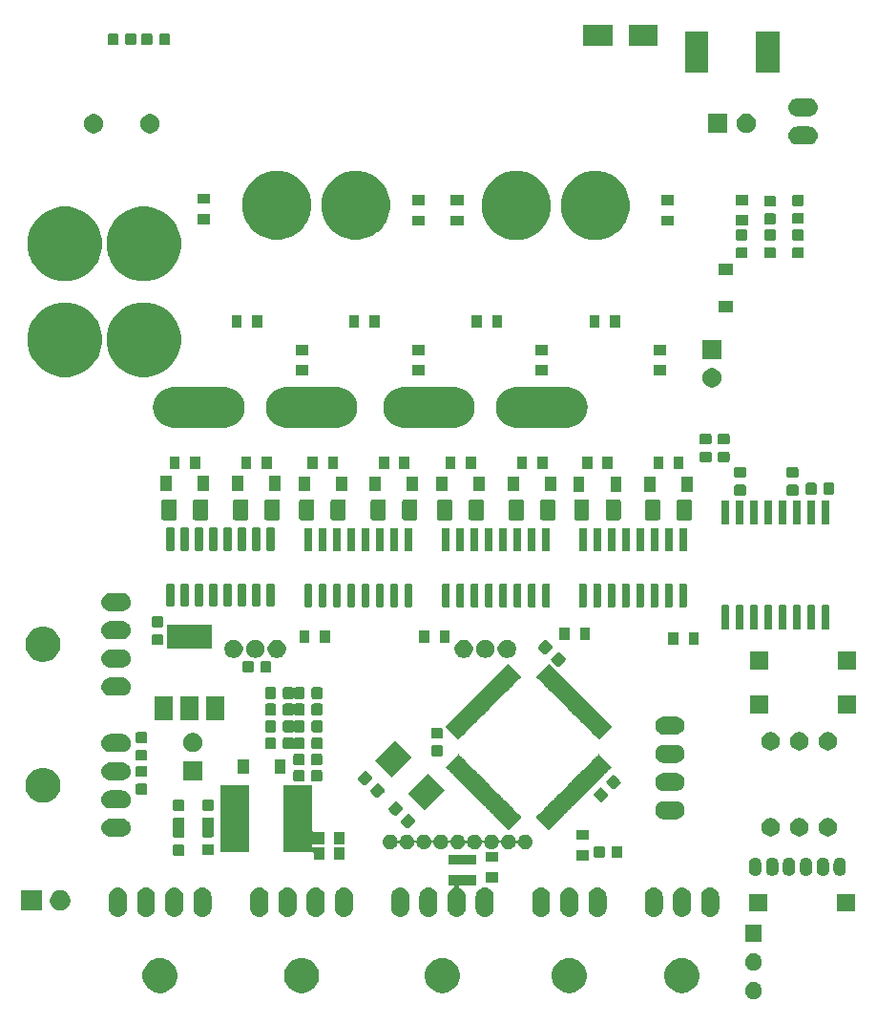
<source format=gbr>
G04 #@! TF.GenerationSoftware,KiCad,Pcbnew,(5.1.5)-3*
G04 #@! TF.CreationDate,2020-05-02T16:14:21+09:00*
G04 #@! TF.ProjectId,SteerMD,53746565-724d-4442-9e6b-696361645f70,rev?*
G04 #@! TF.SameCoordinates,Original*
G04 #@! TF.FileFunction,Soldermask,Top*
G04 #@! TF.FilePolarity,Negative*
%FSLAX46Y46*%
G04 Gerber Fmt 4.6, Leading zero omitted, Abs format (unit mm)*
G04 Created by KiCad (PCBNEW (5.1.5)-3) date 2020-05-02 16:14:21*
%MOMM*%
%LPD*%
G04 APERTURE LIST*
%ADD10C,0.100000*%
G04 APERTURE END LIST*
D10*
G36*
X138394425Y-136944599D02*
G01*
X138518621Y-136969302D01*
X138655022Y-137025801D01*
X138777779Y-137107825D01*
X138882175Y-137212221D01*
X138964199Y-137334978D01*
X139020698Y-137471379D01*
X139049500Y-137616181D01*
X139049500Y-137763819D01*
X139020698Y-137908621D01*
X138964199Y-138045022D01*
X138882175Y-138167779D01*
X138777779Y-138272175D01*
X138655022Y-138354199D01*
X138518621Y-138410698D01*
X138394425Y-138435401D01*
X138373820Y-138439500D01*
X138226180Y-138439500D01*
X138205575Y-138435401D01*
X138081379Y-138410698D01*
X137944978Y-138354199D01*
X137822221Y-138272175D01*
X137717825Y-138167779D01*
X137635801Y-138045022D01*
X137579302Y-137908621D01*
X137550500Y-137763819D01*
X137550500Y-137616181D01*
X137579302Y-137471379D01*
X137635801Y-137334978D01*
X137717825Y-137212221D01*
X137822221Y-137107825D01*
X137944978Y-137025801D01*
X138081379Y-136969302D01*
X138205575Y-136944599D01*
X138226180Y-136940500D01*
X138373820Y-136940500D01*
X138394425Y-136944599D01*
G37*
G36*
X132252585Y-134828802D02*
G01*
X132402410Y-134858604D01*
X132684674Y-134975521D01*
X132938705Y-135145259D01*
X133154741Y-135361295D01*
X133324479Y-135615326D01*
X133441396Y-135897590D01*
X133501000Y-136197240D01*
X133501000Y-136502760D01*
X133441396Y-136802410D01*
X133324479Y-137084674D01*
X133154741Y-137338705D01*
X132938705Y-137554741D01*
X132684674Y-137724479D01*
X132402410Y-137841396D01*
X132252585Y-137871198D01*
X132102761Y-137901000D01*
X131797239Y-137901000D01*
X131647415Y-137871198D01*
X131497590Y-137841396D01*
X131215326Y-137724479D01*
X130961295Y-137554741D01*
X130745259Y-137338705D01*
X130575521Y-137084674D01*
X130458604Y-136802410D01*
X130399000Y-136502760D01*
X130399000Y-136197240D01*
X130458604Y-135897590D01*
X130575521Y-135615326D01*
X130745259Y-135361295D01*
X130961295Y-135145259D01*
X131215326Y-134975521D01*
X131497590Y-134858604D01*
X131647415Y-134828802D01*
X131797239Y-134799000D01*
X132102761Y-134799000D01*
X132252585Y-134828802D01*
G37*
G36*
X85952585Y-134828802D02*
G01*
X86102410Y-134858604D01*
X86384674Y-134975521D01*
X86638705Y-135145259D01*
X86854741Y-135361295D01*
X87024479Y-135615326D01*
X87141396Y-135897590D01*
X87201000Y-136197240D01*
X87201000Y-136502760D01*
X87141396Y-136802410D01*
X87024479Y-137084674D01*
X86854741Y-137338705D01*
X86638705Y-137554741D01*
X86384674Y-137724479D01*
X86102410Y-137841396D01*
X85952585Y-137871198D01*
X85802761Y-137901000D01*
X85497239Y-137901000D01*
X85347415Y-137871198D01*
X85197590Y-137841396D01*
X84915326Y-137724479D01*
X84661295Y-137554741D01*
X84445259Y-137338705D01*
X84275521Y-137084674D01*
X84158604Y-136802410D01*
X84099000Y-136502760D01*
X84099000Y-136197240D01*
X84158604Y-135897590D01*
X84275521Y-135615326D01*
X84445259Y-135361295D01*
X84661295Y-135145259D01*
X84915326Y-134975521D01*
X85197590Y-134858604D01*
X85347415Y-134828802D01*
X85497239Y-134799000D01*
X85802761Y-134799000D01*
X85952585Y-134828802D01*
G37*
G36*
X98502585Y-134828802D02*
G01*
X98652410Y-134858604D01*
X98934674Y-134975521D01*
X99188705Y-135145259D01*
X99404741Y-135361295D01*
X99574479Y-135615326D01*
X99691396Y-135897590D01*
X99751000Y-136197240D01*
X99751000Y-136502760D01*
X99691396Y-136802410D01*
X99574479Y-137084674D01*
X99404741Y-137338705D01*
X99188705Y-137554741D01*
X98934674Y-137724479D01*
X98652410Y-137841396D01*
X98502585Y-137871198D01*
X98352761Y-137901000D01*
X98047239Y-137901000D01*
X97897415Y-137871198D01*
X97747590Y-137841396D01*
X97465326Y-137724479D01*
X97211295Y-137554741D01*
X96995259Y-137338705D01*
X96825521Y-137084674D01*
X96708604Y-136802410D01*
X96649000Y-136502760D01*
X96649000Y-136197240D01*
X96708604Y-135897590D01*
X96825521Y-135615326D01*
X96995259Y-135361295D01*
X97211295Y-135145259D01*
X97465326Y-134975521D01*
X97747590Y-134858604D01*
X97897415Y-134828802D01*
X98047239Y-134799000D01*
X98352761Y-134799000D01*
X98502585Y-134828802D01*
G37*
G36*
X111002585Y-134828802D02*
G01*
X111152410Y-134858604D01*
X111434674Y-134975521D01*
X111688705Y-135145259D01*
X111904741Y-135361295D01*
X112074479Y-135615326D01*
X112191396Y-135897590D01*
X112251000Y-136197240D01*
X112251000Y-136502760D01*
X112191396Y-136802410D01*
X112074479Y-137084674D01*
X111904741Y-137338705D01*
X111688705Y-137554741D01*
X111434674Y-137724479D01*
X111152410Y-137841396D01*
X111002585Y-137871198D01*
X110852761Y-137901000D01*
X110547239Y-137901000D01*
X110397415Y-137871198D01*
X110247590Y-137841396D01*
X109965326Y-137724479D01*
X109711295Y-137554741D01*
X109495259Y-137338705D01*
X109325521Y-137084674D01*
X109208604Y-136802410D01*
X109149000Y-136502760D01*
X109149000Y-136197240D01*
X109208604Y-135897590D01*
X109325521Y-135615326D01*
X109495259Y-135361295D01*
X109711295Y-135145259D01*
X109965326Y-134975521D01*
X110247590Y-134858604D01*
X110397415Y-134828802D01*
X110547239Y-134799000D01*
X110852761Y-134799000D01*
X111002585Y-134828802D01*
G37*
G36*
X122252585Y-134828802D02*
G01*
X122402410Y-134858604D01*
X122684674Y-134975521D01*
X122938705Y-135145259D01*
X123154741Y-135361295D01*
X123324479Y-135615326D01*
X123441396Y-135897590D01*
X123501000Y-136197240D01*
X123501000Y-136502760D01*
X123441396Y-136802410D01*
X123324479Y-137084674D01*
X123154741Y-137338705D01*
X122938705Y-137554741D01*
X122684674Y-137724479D01*
X122402410Y-137841396D01*
X122252585Y-137871198D01*
X122102761Y-137901000D01*
X121797239Y-137901000D01*
X121647415Y-137871198D01*
X121497590Y-137841396D01*
X121215326Y-137724479D01*
X120961295Y-137554741D01*
X120745259Y-137338705D01*
X120575521Y-137084674D01*
X120458604Y-136802410D01*
X120399000Y-136502760D01*
X120399000Y-136197240D01*
X120458604Y-135897590D01*
X120575521Y-135615326D01*
X120745259Y-135361295D01*
X120961295Y-135145259D01*
X121215326Y-134975521D01*
X121497590Y-134858604D01*
X121647415Y-134828802D01*
X121797239Y-134799000D01*
X122102761Y-134799000D01*
X122252585Y-134828802D01*
G37*
G36*
X138394425Y-134404599D02*
G01*
X138518621Y-134429302D01*
X138655022Y-134485801D01*
X138777779Y-134567825D01*
X138882175Y-134672221D01*
X138964199Y-134794978D01*
X139020698Y-134931379D01*
X139049500Y-135076181D01*
X139049500Y-135223819D01*
X139020698Y-135368621D01*
X138964199Y-135505022D01*
X138882175Y-135627779D01*
X138777779Y-135732175D01*
X138655022Y-135814199D01*
X138518621Y-135870698D01*
X138394425Y-135895401D01*
X138373820Y-135899500D01*
X138226180Y-135899500D01*
X138205575Y-135895401D01*
X138081379Y-135870698D01*
X137944978Y-135814199D01*
X137822221Y-135732175D01*
X137717825Y-135627779D01*
X137635801Y-135505022D01*
X137579302Y-135368621D01*
X137550500Y-135223819D01*
X137550500Y-135076181D01*
X137579302Y-134931379D01*
X137635801Y-134794978D01*
X137717825Y-134672221D01*
X137822221Y-134567825D01*
X137944978Y-134485801D01*
X138081379Y-134429302D01*
X138205575Y-134404599D01*
X138226180Y-134400500D01*
X138373820Y-134400500D01*
X138394425Y-134404599D01*
G37*
G36*
X139049500Y-133359500D02*
G01*
X137550500Y-133359500D01*
X137550500Y-131860500D01*
X139049500Y-131860500D01*
X139049500Y-133359500D01*
G37*
G36*
X97107022Y-128560590D02*
G01*
X97191572Y-128586238D01*
X97258012Y-128606392D01*
X97397164Y-128680771D01*
X97519133Y-128780867D01*
X97534014Y-128799000D01*
X97619229Y-128902835D01*
X97693608Y-129041987D01*
X97708875Y-129092318D01*
X97739410Y-129192977D01*
X97751000Y-129310655D01*
X97751000Y-130389345D01*
X97739410Y-130507023D01*
X97721406Y-130566375D01*
X97693608Y-130658013D01*
X97619229Y-130797165D01*
X97519133Y-130919133D01*
X97397165Y-131019229D01*
X97258013Y-131093608D01*
X97207682Y-131108875D01*
X97107023Y-131139410D01*
X96950000Y-131154875D01*
X96792978Y-131139410D01*
X96692319Y-131108875D01*
X96641988Y-131093608D01*
X96502836Y-131019229D01*
X96380868Y-130919133D01*
X96280772Y-130797165D01*
X96206393Y-130658013D01*
X96178595Y-130566375D01*
X96160591Y-130507023D01*
X96149001Y-130389345D01*
X96149000Y-129310656D01*
X96160590Y-129192978D01*
X96206392Y-129041989D01*
X96206392Y-129041988D01*
X96280771Y-128902836D01*
X96281831Y-128901544D01*
X96380867Y-128780867D01*
X96502835Y-128680771D01*
X96641987Y-128606392D01*
X96708427Y-128586238D01*
X96792977Y-128560590D01*
X96950000Y-128545125D01*
X97107022Y-128560590D01*
G37*
G36*
X84557022Y-128560590D02*
G01*
X84641572Y-128586238D01*
X84708012Y-128606392D01*
X84847164Y-128680771D01*
X84969133Y-128780867D01*
X84984014Y-128799000D01*
X85069229Y-128902835D01*
X85143608Y-129041987D01*
X85158875Y-129092318D01*
X85189410Y-129192977D01*
X85201000Y-129310655D01*
X85201000Y-130389345D01*
X85189410Y-130507023D01*
X85171406Y-130566375D01*
X85143608Y-130658013D01*
X85069229Y-130797165D01*
X84969133Y-130919133D01*
X84847165Y-131019229D01*
X84708013Y-131093608D01*
X84657682Y-131108875D01*
X84557023Y-131139410D01*
X84400000Y-131154875D01*
X84242978Y-131139410D01*
X84142319Y-131108875D01*
X84091988Y-131093608D01*
X83952836Y-131019229D01*
X83830868Y-130919133D01*
X83730772Y-130797165D01*
X83656393Y-130658013D01*
X83628595Y-130566375D01*
X83610591Y-130507023D01*
X83599001Y-130389345D01*
X83599000Y-129310656D01*
X83610590Y-129192978D01*
X83656392Y-129041989D01*
X83656392Y-129041988D01*
X83730771Y-128902836D01*
X83731831Y-128901544D01*
X83830867Y-128780867D01*
X83952835Y-128680771D01*
X84091987Y-128606392D01*
X84158427Y-128586238D01*
X84242977Y-128560590D01*
X84400000Y-128545125D01*
X84557022Y-128560590D01*
G37*
G36*
X129607022Y-128560590D02*
G01*
X129691572Y-128586238D01*
X129758012Y-128606392D01*
X129897164Y-128680771D01*
X130019133Y-128780867D01*
X130034014Y-128799000D01*
X130119229Y-128902835D01*
X130193608Y-129041987D01*
X130208875Y-129092318D01*
X130239410Y-129192977D01*
X130251000Y-129310655D01*
X130251000Y-130389345D01*
X130239410Y-130507023D01*
X130221406Y-130566375D01*
X130193608Y-130658013D01*
X130119229Y-130797165D01*
X130019133Y-130919133D01*
X129897165Y-131019229D01*
X129758013Y-131093608D01*
X129707682Y-131108875D01*
X129607023Y-131139410D01*
X129450000Y-131154875D01*
X129292978Y-131139410D01*
X129192319Y-131108875D01*
X129141988Y-131093608D01*
X129002836Y-131019229D01*
X128880868Y-130919133D01*
X128780772Y-130797165D01*
X128706393Y-130658013D01*
X128678595Y-130566375D01*
X128660591Y-130507023D01*
X128649001Y-130389345D01*
X128649000Y-129310656D01*
X128660590Y-129192978D01*
X128706392Y-129041989D01*
X128706392Y-129041988D01*
X128780771Y-128902836D01*
X128781831Y-128901544D01*
X128880867Y-128780867D01*
X129002835Y-128680771D01*
X129141987Y-128606392D01*
X129208427Y-128586238D01*
X129292977Y-128560590D01*
X129450000Y-128545125D01*
X129607022Y-128560590D01*
G37*
G36*
X132107022Y-128560590D02*
G01*
X132191572Y-128586238D01*
X132258012Y-128606392D01*
X132397164Y-128680771D01*
X132519133Y-128780867D01*
X132534014Y-128799000D01*
X132619229Y-128902835D01*
X132693608Y-129041987D01*
X132708875Y-129092318D01*
X132739410Y-129192977D01*
X132751000Y-129310655D01*
X132751000Y-130389345D01*
X132739410Y-130507023D01*
X132721406Y-130566375D01*
X132693608Y-130658013D01*
X132619229Y-130797165D01*
X132519133Y-130919133D01*
X132397165Y-131019229D01*
X132258013Y-131093608D01*
X132207682Y-131108875D01*
X132107023Y-131139410D01*
X131950000Y-131154875D01*
X131792978Y-131139410D01*
X131692319Y-131108875D01*
X131641988Y-131093608D01*
X131502836Y-131019229D01*
X131380868Y-130919133D01*
X131280772Y-130797165D01*
X131206393Y-130658013D01*
X131178595Y-130566375D01*
X131160591Y-130507023D01*
X131149001Y-130389345D01*
X131149000Y-129310656D01*
X131160590Y-129192978D01*
X131206392Y-129041989D01*
X131206392Y-129041988D01*
X131280771Y-128902836D01*
X131281831Y-128901544D01*
X131380867Y-128780867D01*
X131502835Y-128680771D01*
X131641987Y-128606392D01*
X131708427Y-128586238D01*
X131792977Y-128560590D01*
X131950000Y-128545125D01*
X132107022Y-128560590D01*
G37*
G36*
X134607022Y-128560590D02*
G01*
X134691572Y-128586238D01*
X134758012Y-128606392D01*
X134897164Y-128680771D01*
X135019133Y-128780867D01*
X135034014Y-128799000D01*
X135119229Y-128902835D01*
X135193608Y-129041987D01*
X135208875Y-129092318D01*
X135239410Y-129192977D01*
X135251000Y-129310655D01*
X135251000Y-130389345D01*
X135239410Y-130507023D01*
X135221406Y-130566375D01*
X135193608Y-130658013D01*
X135119229Y-130797165D01*
X135019133Y-130919133D01*
X134897165Y-131019229D01*
X134758013Y-131093608D01*
X134707682Y-131108875D01*
X134607023Y-131139410D01*
X134450000Y-131154875D01*
X134292978Y-131139410D01*
X134192319Y-131108875D01*
X134141988Y-131093608D01*
X134002836Y-131019229D01*
X133880868Y-130919133D01*
X133780772Y-130797165D01*
X133706393Y-130658013D01*
X133678595Y-130566375D01*
X133660591Y-130507023D01*
X133649001Y-130389345D01*
X133649000Y-129310656D01*
X133660590Y-129192978D01*
X133706392Y-129041989D01*
X133706392Y-129041988D01*
X133780771Y-128902836D01*
X133781831Y-128901544D01*
X133880867Y-128780867D01*
X134002835Y-128680771D01*
X134141987Y-128606392D01*
X134208427Y-128586238D01*
X134292977Y-128560590D01*
X134450000Y-128545125D01*
X134607022Y-128560590D01*
G37*
G36*
X119607022Y-128560590D02*
G01*
X119691572Y-128586238D01*
X119758012Y-128606392D01*
X119897164Y-128680771D01*
X120019133Y-128780867D01*
X120034014Y-128799000D01*
X120119229Y-128902835D01*
X120193608Y-129041987D01*
X120208875Y-129092318D01*
X120239410Y-129192977D01*
X120251000Y-129310655D01*
X120251000Y-130389345D01*
X120239410Y-130507023D01*
X120221406Y-130566375D01*
X120193608Y-130658013D01*
X120119229Y-130797165D01*
X120019133Y-130919133D01*
X119897165Y-131019229D01*
X119758013Y-131093608D01*
X119707682Y-131108875D01*
X119607023Y-131139410D01*
X119450000Y-131154875D01*
X119292978Y-131139410D01*
X119192319Y-131108875D01*
X119141988Y-131093608D01*
X119002836Y-131019229D01*
X118880868Y-130919133D01*
X118780772Y-130797165D01*
X118706393Y-130658013D01*
X118678595Y-130566375D01*
X118660591Y-130507023D01*
X118649001Y-130389345D01*
X118649000Y-129310656D01*
X118660590Y-129192978D01*
X118706392Y-129041989D01*
X118706392Y-129041988D01*
X118780771Y-128902836D01*
X118781831Y-128901544D01*
X118880867Y-128780867D01*
X119002835Y-128680771D01*
X119141987Y-128606392D01*
X119208427Y-128586238D01*
X119292977Y-128560590D01*
X119450000Y-128545125D01*
X119607022Y-128560590D01*
G37*
G36*
X122107022Y-128560590D02*
G01*
X122191572Y-128586238D01*
X122258012Y-128606392D01*
X122397164Y-128680771D01*
X122519133Y-128780867D01*
X122534014Y-128799000D01*
X122619229Y-128902835D01*
X122693608Y-129041987D01*
X122708875Y-129092318D01*
X122739410Y-129192977D01*
X122751000Y-129310655D01*
X122751000Y-130389345D01*
X122739410Y-130507023D01*
X122721406Y-130566375D01*
X122693608Y-130658013D01*
X122619229Y-130797165D01*
X122519133Y-130919133D01*
X122397165Y-131019229D01*
X122258013Y-131093608D01*
X122207682Y-131108875D01*
X122107023Y-131139410D01*
X121950000Y-131154875D01*
X121792978Y-131139410D01*
X121692319Y-131108875D01*
X121641988Y-131093608D01*
X121502836Y-131019229D01*
X121380868Y-130919133D01*
X121280772Y-130797165D01*
X121206393Y-130658013D01*
X121178595Y-130566375D01*
X121160591Y-130507023D01*
X121149001Y-130389345D01*
X121149000Y-129310656D01*
X121160590Y-129192978D01*
X121206392Y-129041989D01*
X121206392Y-129041988D01*
X121280771Y-128902836D01*
X121281831Y-128901544D01*
X121380867Y-128780867D01*
X121502835Y-128680771D01*
X121641987Y-128606392D01*
X121708427Y-128586238D01*
X121792977Y-128560590D01*
X121950000Y-128545125D01*
X122107022Y-128560590D01*
G37*
G36*
X124607022Y-128560590D02*
G01*
X124691572Y-128586238D01*
X124758012Y-128606392D01*
X124897164Y-128680771D01*
X125019133Y-128780867D01*
X125034014Y-128799000D01*
X125119229Y-128902835D01*
X125193608Y-129041987D01*
X125208875Y-129092318D01*
X125239410Y-129192977D01*
X125251000Y-129310655D01*
X125251000Y-130389345D01*
X125239410Y-130507023D01*
X125221406Y-130566375D01*
X125193608Y-130658013D01*
X125119229Y-130797165D01*
X125019133Y-130919133D01*
X124897165Y-131019229D01*
X124758013Y-131093608D01*
X124707682Y-131108875D01*
X124607023Y-131139410D01*
X124450000Y-131154875D01*
X124292978Y-131139410D01*
X124192319Y-131108875D01*
X124141988Y-131093608D01*
X124002836Y-131019229D01*
X123880868Y-130919133D01*
X123780772Y-130797165D01*
X123706393Y-130658013D01*
X123678595Y-130566375D01*
X123660591Y-130507023D01*
X123649001Y-130389345D01*
X123649000Y-129310656D01*
X123660590Y-129192978D01*
X123706392Y-129041989D01*
X123706392Y-129041988D01*
X123780771Y-128902836D01*
X123781831Y-128901544D01*
X123880867Y-128780867D01*
X124002835Y-128680771D01*
X124141987Y-128606392D01*
X124208427Y-128586238D01*
X124292977Y-128560590D01*
X124450000Y-128545125D01*
X124607022Y-128560590D01*
G37*
G36*
X114607022Y-128560590D02*
G01*
X114691572Y-128586238D01*
X114758012Y-128606392D01*
X114897164Y-128680771D01*
X115019133Y-128780867D01*
X115034014Y-128799000D01*
X115119229Y-128902835D01*
X115193608Y-129041987D01*
X115208875Y-129092318D01*
X115239410Y-129192977D01*
X115251000Y-129310655D01*
X115251000Y-130389345D01*
X115239410Y-130507023D01*
X115221406Y-130566375D01*
X115193608Y-130658013D01*
X115119229Y-130797165D01*
X115019133Y-130919133D01*
X114897165Y-131019229D01*
X114758013Y-131093608D01*
X114707682Y-131108875D01*
X114607023Y-131139410D01*
X114450000Y-131154875D01*
X114292978Y-131139410D01*
X114192319Y-131108875D01*
X114141988Y-131093608D01*
X114002836Y-131019229D01*
X113880868Y-130919133D01*
X113780772Y-130797165D01*
X113706393Y-130658013D01*
X113678595Y-130566375D01*
X113660591Y-130507023D01*
X113649001Y-130389345D01*
X113649000Y-129310656D01*
X113660590Y-129192978D01*
X113706392Y-129041989D01*
X113706392Y-129041988D01*
X113780771Y-128902836D01*
X113781831Y-128901544D01*
X113880867Y-128780867D01*
X114002835Y-128680771D01*
X114141987Y-128606392D01*
X114208427Y-128586238D01*
X114292977Y-128560590D01*
X114450000Y-128545125D01*
X114607022Y-128560590D01*
G37*
G36*
X113651000Y-128351000D02*
G01*
X112258772Y-128351000D01*
X112234386Y-128353402D01*
X112210937Y-128360515D01*
X112189326Y-128372066D01*
X112170384Y-128387611D01*
X112154839Y-128406553D01*
X112143288Y-128428164D01*
X112136175Y-128451613D01*
X112133773Y-128475999D01*
X112136175Y-128500385D01*
X112143288Y-128523834D01*
X112154839Y-128545445D01*
X112170384Y-128564387D01*
X112189326Y-128579932D01*
X112210937Y-128591483D01*
X112222487Y-128595616D01*
X112258012Y-128606392D01*
X112397164Y-128680771D01*
X112519133Y-128780867D01*
X112534014Y-128799000D01*
X112619229Y-128902835D01*
X112693608Y-129041987D01*
X112708875Y-129092318D01*
X112739410Y-129192977D01*
X112751000Y-129310655D01*
X112751000Y-130389345D01*
X112739410Y-130507023D01*
X112721406Y-130566375D01*
X112693608Y-130658013D01*
X112619229Y-130797165D01*
X112519133Y-130919133D01*
X112397165Y-131019229D01*
X112258013Y-131093608D01*
X112207682Y-131108875D01*
X112107023Y-131139410D01*
X111950000Y-131154875D01*
X111792978Y-131139410D01*
X111692319Y-131108875D01*
X111641988Y-131093608D01*
X111502836Y-131019229D01*
X111380868Y-130919133D01*
X111280772Y-130797165D01*
X111206393Y-130658013D01*
X111178595Y-130566375D01*
X111160591Y-130507023D01*
X111149001Y-130389345D01*
X111149000Y-129310656D01*
X111160590Y-129192978D01*
X111206392Y-129041989D01*
X111206392Y-129041988D01*
X111280771Y-128902836D01*
X111281831Y-128901544D01*
X111380867Y-128780867D01*
X111502835Y-128680771D01*
X111641987Y-128606392D01*
X111677512Y-128595616D01*
X111700151Y-128586238D01*
X111720525Y-128572625D01*
X111737852Y-128555298D01*
X111751466Y-128534923D01*
X111760844Y-128512285D01*
X111765624Y-128488251D01*
X111765624Y-128463747D01*
X111760844Y-128439714D01*
X111751466Y-128417075D01*
X111737853Y-128396701D01*
X111720526Y-128379374D01*
X111700151Y-128365760D01*
X111677513Y-128356382D01*
X111653479Y-128351602D01*
X111641227Y-128351000D01*
X111249000Y-128351000D01*
X111249000Y-127449000D01*
X113651000Y-127449000D01*
X113651000Y-128351000D01*
G37*
G36*
X109607022Y-128560590D02*
G01*
X109691572Y-128586238D01*
X109758012Y-128606392D01*
X109897164Y-128680771D01*
X110019133Y-128780867D01*
X110034014Y-128799000D01*
X110119229Y-128902835D01*
X110193608Y-129041987D01*
X110208875Y-129092318D01*
X110239410Y-129192977D01*
X110251000Y-129310655D01*
X110251000Y-130389345D01*
X110239410Y-130507023D01*
X110221406Y-130566375D01*
X110193608Y-130658013D01*
X110119229Y-130797165D01*
X110019133Y-130919133D01*
X109897165Y-131019229D01*
X109758013Y-131093608D01*
X109707682Y-131108875D01*
X109607023Y-131139410D01*
X109450000Y-131154875D01*
X109292978Y-131139410D01*
X109192319Y-131108875D01*
X109141988Y-131093608D01*
X109002836Y-131019229D01*
X108880868Y-130919133D01*
X108780772Y-130797165D01*
X108706393Y-130658013D01*
X108678595Y-130566375D01*
X108660591Y-130507023D01*
X108649001Y-130389345D01*
X108649000Y-129310656D01*
X108660590Y-129192978D01*
X108706392Y-129041989D01*
X108706392Y-129041988D01*
X108780771Y-128902836D01*
X108781831Y-128901544D01*
X108880867Y-128780867D01*
X109002835Y-128680771D01*
X109141987Y-128606392D01*
X109208427Y-128586238D01*
X109292977Y-128560590D01*
X109450000Y-128545125D01*
X109607022Y-128560590D01*
G37*
G36*
X107107022Y-128560590D02*
G01*
X107191572Y-128586238D01*
X107258012Y-128606392D01*
X107397164Y-128680771D01*
X107519133Y-128780867D01*
X107534014Y-128799000D01*
X107619229Y-128902835D01*
X107693608Y-129041987D01*
X107708875Y-129092318D01*
X107739410Y-129192977D01*
X107751000Y-129310655D01*
X107751000Y-130389345D01*
X107739410Y-130507023D01*
X107721406Y-130566375D01*
X107693608Y-130658013D01*
X107619229Y-130797165D01*
X107519133Y-130919133D01*
X107397165Y-131019229D01*
X107258013Y-131093608D01*
X107207682Y-131108875D01*
X107107023Y-131139410D01*
X106950000Y-131154875D01*
X106792978Y-131139410D01*
X106692319Y-131108875D01*
X106641988Y-131093608D01*
X106502836Y-131019229D01*
X106380868Y-130919133D01*
X106280772Y-130797165D01*
X106206393Y-130658013D01*
X106178595Y-130566375D01*
X106160591Y-130507023D01*
X106149001Y-130389345D01*
X106149000Y-129310656D01*
X106160590Y-129192978D01*
X106206392Y-129041989D01*
X106206392Y-129041988D01*
X106280771Y-128902836D01*
X106281831Y-128901544D01*
X106380867Y-128780867D01*
X106502835Y-128680771D01*
X106641987Y-128606392D01*
X106708427Y-128586238D01*
X106792977Y-128560590D01*
X106950000Y-128545125D01*
X107107022Y-128560590D01*
G37*
G36*
X82057022Y-128560590D02*
G01*
X82141572Y-128586238D01*
X82208012Y-128606392D01*
X82347164Y-128680771D01*
X82469133Y-128780867D01*
X82484014Y-128799000D01*
X82569229Y-128902835D01*
X82643608Y-129041987D01*
X82658875Y-129092318D01*
X82689410Y-129192977D01*
X82701000Y-129310655D01*
X82701000Y-130389345D01*
X82689410Y-130507023D01*
X82671406Y-130566375D01*
X82643608Y-130658013D01*
X82569229Y-130797165D01*
X82469133Y-130919133D01*
X82347165Y-131019229D01*
X82208013Y-131093608D01*
X82157682Y-131108875D01*
X82057023Y-131139410D01*
X81900000Y-131154875D01*
X81742978Y-131139410D01*
X81642319Y-131108875D01*
X81591988Y-131093608D01*
X81452836Y-131019229D01*
X81330868Y-130919133D01*
X81230772Y-130797165D01*
X81156393Y-130658013D01*
X81128595Y-130566375D01*
X81110591Y-130507023D01*
X81099001Y-130389345D01*
X81099000Y-129310656D01*
X81110590Y-129192978D01*
X81156392Y-129041989D01*
X81156392Y-129041988D01*
X81230771Y-128902836D01*
X81231831Y-128901544D01*
X81330867Y-128780867D01*
X81452835Y-128680771D01*
X81591987Y-128606392D01*
X81658427Y-128586238D01*
X81742977Y-128560590D01*
X81900000Y-128545125D01*
X82057022Y-128560590D01*
G37*
G36*
X89557022Y-128560590D02*
G01*
X89641572Y-128586238D01*
X89708012Y-128606392D01*
X89847164Y-128680771D01*
X89969133Y-128780867D01*
X89984014Y-128799000D01*
X90069229Y-128902835D01*
X90143608Y-129041987D01*
X90158875Y-129092318D01*
X90189410Y-129192977D01*
X90201000Y-129310655D01*
X90201000Y-130389345D01*
X90189410Y-130507023D01*
X90171406Y-130566375D01*
X90143608Y-130658013D01*
X90069229Y-130797165D01*
X89969133Y-130919133D01*
X89847165Y-131019229D01*
X89708013Y-131093608D01*
X89657682Y-131108875D01*
X89557023Y-131139410D01*
X89400000Y-131154875D01*
X89242978Y-131139410D01*
X89142319Y-131108875D01*
X89091988Y-131093608D01*
X88952836Y-131019229D01*
X88830868Y-130919133D01*
X88730772Y-130797165D01*
X88656393Y-130658013D01*
X88628595Y-130566375D01*
X88610591Y-130507023D01*
X88599001Y-130389345D01*
X88599000Y-129310656D01*
X88610590Y-129192978D01*
X88656392Y-129041989D01*
X88656392Y-129041988D01*
X88730771Y-128902836D01*
X88731831Y-128901544D01*
X88830867Y-128780867D01*
X88952835Y-128680771D01*
X89091987Y-128606392D01*
X89158427Y-128586238D01*
X89242977Y-128560590D01*
X89400000Y-128545125D01*
X89557022Y-128560590D01*
G37*
G36*
X102107022Y-128560590D02*
G01*
X102191572Y-128586238D01*
X102258012Y-128606392D01*
X102397164Y-128680771D01*
X102519133Y-128780867D01*
X102534014Y-128799000D01*
X102619229Y-128902835D01*
X102693608Y-129041987D01*
X102708875Y-129092318D01*
X102739410Y-129192977D01*
X102751000Y-129310655D01*
X102751000Y-130389345D01*
X102739410Y-130507023D01*
X102721406Y-130566375D01*
X102693608Y-130658013D01*
X102619229Y-130797165D01*
X102519133Y-130919133D01*
X102397165Y-131019229D01*
X102258013Y-131093608D01*
X102207682Y-131108875D01*
X102107023Y-131139410D01*
X101950000Y-131154875D01*
X101792978Y-131139410D01*
X101692319Y-131108875D01*
X101641988Y-131093608D01*
X101502836Y-131019229D01*
X101380868Y-130919133D01*
X101280772Y-130797165D01*
X101206393Y-130658013D01*
X101178595Y-130566375D01*
X101160591Y-130507023D01*
X101149001Y-130389345D01*
X101149000Y-129310656D01*
X101160590Y-129192978D01*
X101206392Y-129041989D01*
X101206392Y-129041988D01*
X101280771Y-128902836D01*
X101281831Y-128901544D01*
X101380867Y-128780867D01*
X101502835Y-128680771D01*
X101641987Y-128606392D01*
X101708427Y-128586238D01*
X101792977Y-128560590D01*
X101950000Y-128545125D01*
X102107022Y-128560590D01*
G37*
G36*
X94607022Y-128560590D02*
G01*
X94691572Y-128586238D01*
X94758012Y-128606392D01*
X94897164Y-128680771D01*
X95019133Y-128780867D01*
X95034014Y-128799000D01*
X95119229Y-128902835D01*
X95193608Y-129041987D01*
X95208875Y-129092318D01*
X95239410Y-129192977D01*
X95251000Y-129310655D01*
X95251000Y-130389345D01*
X95239410Y-130507023D01*
X95221406Y-130566375D01*
X95193608Y-130658013D01*
X95119229Y-130797165D01*
X95019133Y-130919133D01*
X94897165Y-131019229D01*
X94758013Y-131093608D01*
X94707682Y-131108875D01*
X94607023Y-131139410D01*
X94450000Y-131154875D01*
X94292978Y-131139410D01*
X94192319Y-131108875D01*
X94141988Y-131093608D01*
X94002836Y-131019229D01*
X93880868Y-130919133D01*
X93780772Y-130797165D01*
X93706393Y-130658013D01*
X93678595Y-130566375D01*
X93660591Y-130507023D01*
X93649001Y-130389345D01*
X93649000Y-129310656D01*
X93660590Y-129192978D01*
X93706392Y-129041989D01*
X93706392Y-129041988D01*
X93780771Y-128902836D01*
X93781831Y-128901544D01*
X93880867Y-128780867D01*
X94002835Y-128680771D01*
X94141987Y-128606392D01*
X94208427Y-128586238D01*
X94292977Y-128560590D01*
X94450000Y-128545125D01*
X94607022Y-128560590D01*
G37*
G36*
X99607022Y-128560590D02*
G01*
X99691572Y-128586238D01*
X99758012Y-128606392D01*
X99897164Y-128680771D01*
X100019133Y-128780867D01*
X100034014Y-128799000D01*
X100119229Y-128902835D01*
X100193608Y-129041987D01*
X100208875Y-129092318D01*
X100239410Y-129192977D01*
X100251000Y-129310655D01*
X100251000Y-130389345D01*
X100239410Y-130507023D01*
X100221406Y-130566375D01*
X100193608Y-130658013D01*
X100119229Y-130797165D01*
X100019133Y-130919133D01*
X99897165Y-131019229D01*
X99758013Y-131093608D01*
X99707682Y-131108875D01*
X99607023Y-131139410D01*
X99450000Y-131154875D01*
X99292978Y-131139410D01*
X99192319Y-131108875D01*
X99141988Y-131093608D01*
X99002836Y-131019229D01*
X98880868Y-130919133D01*
X98780772Y-130797165D01*
X98706393Y-130658013D01*
X98678595Y-130566375D01*
X98660591Y-130507023D01*
X98649001Y-130389345D01*
X98649000Y-129310656D01*
X98660590Y-129192978D01*
X98706392Y-129041989D01*
X98706392Y-129041988D01*
X98780771Y-128902836D01*
X98781831Y-128901544D01*
X98880867Y-128780867D01*
X99002835Y-128680771D01*
X99141987Y-128606392D01*
X99208427Y-128586238D01*
X99292977Y-128560590D01*
X99450000Y-128545125D01*
X99607022Y-128560590D01*
G37*
G36*
X87057022Y-128560590D02*
G01*
X87141572Y-128586238D01*
X87208012Y-128606392D01*
X87347164Y-128680771D01*
X87469133Y-128780867D01*
X87484014Y-128799000D01*
X87569229Y-128902835D01*
X87643608Y-129041987D01*
X87658875Y-129092318D01*
X87689410Y-129192977D01*
X87701000Y-129310655D01*
X87701000Y-130389345D01*
X87689410Y-130507023D01*
X87671406Y-130566375D01*
X87643608Y-130658013D01*
X87569229Y-130797165D01*
X87469133Y-130919133D01*
X87347165Y-131019229D01*
X87208013Y-131093608D01*
X87157682Y-131108875D01*
X87057023Y-131139410D01*
X86900000Y-131154875D01*
X86742978Y-131139410D01*
X86642319Y-131108875D01*
X86591988Y-131093608D01*
X86452836Y-131019229D01*
X86330868Y-130919133D01*
X86230772Y-130797165D01*
X86156393Y-130658013D01*
X86128595Y-130566375D01*
X86110591Y-130507023D01*
X86099001Y-130389345D01*
X86099000Y-129310656D01*
X86110590Y-129192978D01*
X86156392Y-129041989D01*
X86156392Y-129041988D01*
X86230771Y-128902836D01*
X86231831Y-128901544D01*
X86330867Y-128780867D01*
X86452835Y-128680771D01*
X86591987Y-128606392D01*
X86658427Y-128586238D01*
X86742977Y-128560590D01*
X86900000Y-128545125D01*
X87057022Y-128560590D01*
G37*
G36*
X139501000Y-130701000D02*
G01*
X137899000Y-130701000D01*
X137899000Y-129099000D01*
X139501000Y-129099000D01*
X139501000Y-130701000D01*
G37*
G36*
X147301000Y-130701000D02*
G01*
X145699000Y-130701000D01*
X145699000Y-129099000D01*
X147301000Y-129099000D01*
X147301000Y-130701000D01*
G37*
G36*
X76903512Y-128803927D02*
G01*
X77052812Y-128833624D01*
X77216784Y-128901544D01*
X77364354Y-129000147D01*
X77489853Y-129125646D01*
X77588456Y-129273216D01*
X77656376Y-129437188D01*
X77691000Y-129611259D01*
X77691000Y-129788741D01*
X77656376Y-129962812D01*
X77588456Y-130126784D01*
X77489853Y-130274354D01*
X77364354Y-130399853D01*
X77216784Y-130498456D01*
X77052812Y-130566376D01*
X76903512Y-130596073D01*
X76878742Y-130601000D01*
X76701258Y-130601000D01*
X76676488Y-130596073D01*
X76527188Y-130566376D01*
X76363216Y-130498456D01*
X76215646Y-130399853D01*
X76090147Y-130274354D01*
X75991544Y-130126784D01*
X75923624Y-129962812D01*
X75889000Y-129788741D01*
X75889000Y-129611259D01*
X75923624Y-129437188D01*
X75991544Y-129273216D01*
X76090147Y-129125646D01*
X76215646Y-129000147D01*
X76363216Y-128901544D01*
X76527188Y-128833624D01*
X76676488Y-128803927D01*
X76701258Y-128799000D01*
X76878742Y-128799000D01*
X76903512Y-128803927D01*
G37*
G36*
X75151000Y-130601000D02*
G01*
X73349000Y-130601000D01*
X73349000Y-128799000D01*
X75151000Y-128799000D01*
X75151000Y-130601000D01*
G37*
G36*
X115601000Y-128101000D02*
G01*
X114499000Y-128101000D01*
X114499000Y-127199000D01*
X115601000Y-127199000D01*
X115601000Y-128101000D01*
G37*
G36*
X146058015Y-125894973D02*
G01*
X146161879Y-125926479D01*
X146189055Y-125941005D01*
X146257600Y-125977643D01*
X146341501Y-126046499D01*
X146410357Y-126130400D01*
X146446995Y-126198945D01*
X146461521Y-126226121D01*
X146493027Y-126329985D01*
X146501000Y-126410933D01*
X146501000Y-126989067D01*
X146493027Y-127070015D01*
X146461521Y-127173879D01*
X146410356Y-127269600D01*
X146341501Y-127353501D01*
X146272645Y-127410009D01*
X146257599Y-127422357D01*
X146207753Y-127449000D01*
X146161878Y-127473521D01*
X146058014Y-127505027D01*
X145950000Y-127515666D01*
X145841985Y-127505027D01*
X145738121Y-127473521D01*
X145692246Y-127449000D01*
X145642401Y-127422357D01*
X145629643Y-127411887D01*
X145558499Y-127353501D01*
X145489644Y-127269600D01*
X145438479Y-127173878D01*
X145406973Y-127070014D01*
X145399000Y-126989066D01*
X145399000Y-126410933D01*
X145406973Y-126329985D01*
X145438480Y-126226121D01*
X145438481Y-126226118D01*
X145489643Y-126130401D01*
X145558500Y-126046499D01*
X145642401Y-125977643D01*
X145710946Y-125941005D01*
X145738122Y-125926479D01*
X145841986Y-125894973D01*
X145950000Y-125884334D01*
X146058015Y-125894973D01*
G37*
G36*
X144558015Y-125894973D02*
G01*
X144661879Y-125926479D01*
X144689055Y-125941005D01*
X144757600Y-125977643D01*
X144841501Y-126046499D01*
X144910357Y-126130400D01*
X144946995Y-126198945D01*
X144961521Y-126226121D01*
X144993027Y-126329985D01*
X145001000Y-126410933D01*
X145001000Y-126989067D01*
X144993027Y-127070015D01*
X144961521Y-127173879D01*
X144910356Y-127269600D01*
X144841501Y-127353501D01*
X144772645Y-127410009D01*
X144757599Y-127422357D01*
X144707753Y-127449000D01*
X144661878Y-127473521D01*
X144558014Y-127505027D01*
X144450000Y-127515666D01*
X144341985Y-127505027D01*
X144238121Y-127473521D01*
X144192246Y-127449000D01*
X144142401Y-127422357D01*
X144129643Y-127411887D01*
X144058499Y-127353501D01*
X143989644Y-127269600D01*
X143938479Y-127173878D01*
X143906973Y-127070014D01*
X143899000Y-126989066D01*
X143899000Y-126410933D01*
X143906973Y-126329985D01*
X143938480Y-126226121D01*
X143938481Y-126226118D01*
X143989643Y-126130401D01*
X144058500Y-126046499D01*
X144142401Y-125977643D01*
X144210946Y-125941005D01*
X144238122Y-125926479D01*
X144341986Y-125894973D01*
X144450000Y-125884334D01*
X144558015Y-125894973D01*
G37*
G36*
X143058015Y-125894973D02*
G01*
X143161879Y-125926479D01*
X143189055Y-125941005D01*
X143257600Y-125977643D01*
X143341501Y-126046499D01*
X143410357Y-126130400D01*
X143446995Y-126198945D01*
X143461521Y-126226121D01*
X143493027Y-126329985D01*
X143501000Y-126410933D01*
X143501000Y-126989067D01*
X143493027Y-127070015D01*
X143461521Y-127173879D01*
X143410356Y-127269600D01*
X143341501Y-127353501D01*
X143272645Y-127410009D01*
X143257599Y-127422357D01*
X143207753Y-127449000D01*
X143161878Y-127473521D01*
X143058014Y-127505027D01*
X142950000Y-127515666D01*
X142841985Y-127505027D01*
X142738121Y-127473521D01*
X142692246Y-127449000D01*
X142642401Y-127422357D01*
X142629643Y-127411887D01*
X142558499Y-127353501D01*
X142489644Y-127269600D01*
X142438479Y-127173878D01*
X142406973Y-127070014D01*
X142399000Y-126989066D01*
X142399000Y-126410933D01*
X142406973Y-126329985D01*
X142438480Y-126226121D01*
X142438481Y-126226118D01*
X142489643Y-126130401D01*
X142558500Y-126046499D01*
X142642401Y-125977643D01*
X142710946Y-125941005D01*
X142738122Y-125926479D01*
X142841986Y-125894973D01*
X142950000Y-125884334D01*
X143058015Y-125894973D01*
G37*
G36*
X141558015Y-125894973D02*
G01*
X141661879Y-125926479D01*
X141689055Y-125941005D01*
X141757600Y-125977643D01*
X141841501Y-126046499D01*
X141910357Y-126130400D01*
X141946995Y-126198945D01*
X141961521Y-126226121D01*
X141993027Y-126329985D01*
X142001000Y-126410933D01*
X142001000Y-126989067D01*
X141993027Y-127070015D01*
X141961521Y-127173879D01*
X141910356Y-127269600D01*
X141841501Y-127353501D01*
X141772645Y-127410009D01*
X141757599Y-127422357D01*
X141707753Y-127449000D01*
X141661878Y-127473521D01*
X141558014Y-127505027D01*
X141450000Y-127515666D01*
X141341985Y-127505027D01*
X141238121Y-127473521D01*
X141192246Y-127449000D01*
X141142401Y-127422357D01*
X141129643Y-127411887D01*
X141058499Y-127353501D01*
X140989644Y-127269600D01*
X140938479Y-127173878D01*
X140906973Y-127070014D01*
X140899000Y-126989066D01*
X140899000Y-126410933D01*
X140906973Y-126329985D01*
X140938480Y-126226121D01*
X140938481Y-126226118D01*
X140989643Y-126130401D01*
X141058500Y-126046499D01*
X141142401Y-125977643D01*
X141210946Y-125941005D01*
X141238122Y-125926479D01*
X141341986Y-125894973D01*
X141450000Y-125884334D01*
X141558015Y-125894973D01*
G37*
G36*
X140058015Y-125894973D02*
G01*
X140161879Y-125926479D01*
X140189055Y-125941005D01*
X140257600Y-125977643D01*
X140341501Y-126046499D01*
X140410357Y-126130400D01*
X140446995Y-126198945D01*
X140461521Y-126226121D01*
X140493027Y-126329985D01*
X140501000Y-126410933D01*
X140501000Y-126989067D01*
X140493027Y-127070015D01*
X140461521Y-127173879D01*
X140410356Y-127269600D01*
X140341501Y-127353501D01*
X140272645Y-127410009D01*
X140257599Y-127422357D01*
X140207753Y-127449000D01*
X140161878Y-127473521D01*
X140058014Y-127505027D01*
X139950000Y-127515666D01*
X139841985Y-127505027D01*
X139738121Y-127473521D01*
X139692246Y-127449000D01*
X139642401Y-127422357D01*
X139629643Y-127411887D01*
X139558499Y-127353501D01*
X139489644Y-127269600D01*
X139438479Y-127173878D01*
X139406973Y-127070014D01*
X139399000Y-126989066D01*
X139399000Y-126410933D01*
X139406973Y-126329985D01*
X139438480Y-126226121D01*
X139438481Y-126226118D01*
X139489643Y-126130401D01*
X139558500Y-126046499D01*
X139642401Y-125977643D01*
X139710946Y-125941005D01*
X139738122Y-125926479D01*
X139841986Y-125894973D01*
X139950000Y-125884334D01*
X140058015Y-125894973D01*
G37*
G36*
X138558015Y-125894973D02*
G01*
X138661879Y-125926479D01*
X138689055Y-125941005D01*
X138757600Y-125977643D01*
X138841501Y-126046499D01*
X138910357Y-126130400D01*
X138946995Y-126198945D01*
X138961521Y-126226121D01*
X138993027Y-126329985D01*
X139001000Y-126410933D01*
X139001000Y-126989067D01*
X138993027Y-127070015D01*
X138961521Y-127173879D01*
X138910356Y-127269600D01*
X138841501Y-127353501D01*
X138772645Y-127410009D01*
X138757599Y-127422357D01*
X138707753Y-127449000D01*
X138661878Y-127473521D01*
X138558014Y-127505027D01*
X138450000Y-127515666D01*
X138341985Y-127505027D01*
X138238121Y-127473521D01*
X138192246Y-127449000D01*
X138142401Y-127422357D01*
X138129643Y-127411887D01*
X138058499Y-127353501D01*
X137989644Y-127269600D01*
X137938479Y-127173878D01*
X137906973Y-127070014D01*
X137899000Y-126989066D01*
X137899000Y-126410933D01*
X137906973Y-126329985D01*
X137938480Y-126226121D01*
X137938481Y-126226118D01*
X137989643Y-126130401D01*
X138058500Y-126046499D01*
X138142401Y-125977643D01*
X138210946Y-125941005D01*
X138238122Y-125926479D01*
X138341986Y-125894973D01*
X138450000Y-125884334D01*
X138558015Y-125894973D01*
G37*
G36*
X113651000Y-126551000D02*
G01*
X111249000Y-126551000D01*
X111249000Y-125649000D01*
X113651000Y-125649000D01*
X113651000Y-126551000D01*
G37*
G36*
X115067028Y-125377934D02*
G01*
X115088639Y-125389485D01*
X115112088Y-125396598D01*
X115136474Y-125399000D01*
X115601000Y-125399000D01*
X115601000Y-126301000D01*
X114499000Y-126301000D01*
X114499000Y-125399000D01*
X114963526Y-125399000D01*
X114987912Y-125396598D01*
X115011361Y-125389485D01*
X115032972Y-125377934D01*
X115050001Y-125363959D01*
X115067028Y-125377934D01*
G37*
G36*
X123661000Y-126151000D02*
G01*
X122559000Y-126151000D01*
X122559000Y-125249000D01*
X123661000Y-125249000D01*
X123661000Y-126151000D01*
G37*
G36*
X102001000Y-126101000D02*
G01*
X101099000Y-126101000D01*
X101099000Y-124999000D01*
X102001000Y-124999000D01*
X102001000Y-126101000D01*
G37*
G36*
X99101000Y-123474001D02*
G01*
X99103402Y-123498387D01*
X99110515Y-123521836D01*
X99122066Y-123543447D01*
X99137611Y-123562389D01*
X99156553Y-123577934D01*
X99178164Y-123589485D01*
X99201613Y-123596598D01*
X99225999Y-123599000D01*
X100201000Y-123599000D01*
X100201000Y-124701000D01*
X99225999Y-124701000D01*
X99201613Y-124703402D01*
X99178164Y-124710515D01*
X99156553Y-124722066D01*
X99137611Y-124737611D01*
X99122066Y-124756553D01*
X99110515Y-124778164D01*
X99103402Y-124801613D01*
X99101000Y-124825999D01*
X99101000Y-124874001D01*
X99103402Y-124898387D01*
X99110515Y-124921836D01*
X99122066Y-124943447D01*
X99137611Y-124962389D01*
X99156553Y-124977934D01*
X99178164Y-124989485D01*
X99201613Y-124996598D01*
X99225999Y-124999000D01*
X100201000Y-124999000D01*
X100201000Y-126101000D01*
X99299000Y-126101000D01*
X99299000Y-125575999D01*
X99296598Y-125551613D01*
X99289485Y-125528164D01*
X99277934Y-125506553D01*
X99262389Y-125487611D01*
X99243447Y-125472066D01*
X99221836Y-125460515D01*
X99198387Y-125453402D01*
X99174001Y-125451000D01*
X96549000Y-125451000D01*
X96549000Y-119449000D01*
X99101000Y-119449000D01*
X99101000Y-123474001D01*
G37*
G36*
X126529591Y-124878085D02*
G01*
X126563569Y-124888393D01*
X126594890Y-124905134D01*
X126622339Y-124927661D01*
X126644866Y-124955110D01*
X126661607Y-124986431D01*
X126671915Y-125020409D01*
X126676000Y-125061890D01*
X126676000Y-125738110D01*
X126671915Y-125779591D01*
X126661607Y-125813569D01*
X126644866Y-125844890D01*
X126622339Y-125872339D01*
X126594890Y-125894866D01*
X126563569Y-125911607D01*
X126529591Y-125921915D01*
X126488110Y-125926000D01*
X125886890Y-125926000D01*
X125845409Y-125921915D01*
X125811431Y-125911607D01*
X125780110Y-125894866D01*
X125752661Y-125872339D01*
X125730134Y-125844890D01*
X125713393Y-125813569D01*
X125703085Y-125779591D01*
X125699000Y-125738110D01*
X125699000Y-125061890D01*
X125703085Y-125020409D01*
X125713393Y-124986431D01*
X125730134Y-124955110D01*
X125752661Y-124927661D01*
X125780110Y-124905134D01*
X125811431Y-124888393D01*
X125845409Y-124878085D01*
X125886890Y-124874000D01*
X126488110Y-124874000D01*
X126529591Y-124878085D01*
G37*
G36*
X124954591Y-124878085D02*
G01*
X124988569Y-124888393D01*
X125019890Y-124905134D01*
X125047339Y-124927661D01*
X125069866Y-124955110D01*
X125086607Y-124986431D01*
X125096915Y-125020409D01*
X125101000Y-125061890D01*
X125101000Y-125738110D01*
X125096915Y-125779591D01*
X125086607Y-125813569D01*
X125069866Y-125844890D01*
X125047339Y-125872339D01*
X125019890Y-125894866D01*
X124988569Y-125911607D01*
X124954591Y-125921915D01*
X124913110Y-125926000D01*
X124311890Y-125926000D01*
X124270409Y-125921915D01*
X124236431Y-125911607D01*
X124205110Y-125894866D01*
X124177661Y-125872339D01*
X124155134Y-125844890D01*
X124138393Y-125813569D01*
X124128085Y-125779591D01*
X124124000Y-125738110D01*
X124124000Y-125061890D01*
X124128085Y-125020409D01*
X124138393Y-124986431D01*
X124155134Y-124955110D01*
X124177661Y-124927661D01*
X124205110Y-124905134D01*
X124236431Y-124888393D01*
X124270409Y-124878085D01*
X124311890Y-124874000D01*
X124913110Y-124874000D01*
X124954591Y-124878085D01*
G37*
G36*
X87679591Y-124753085D02*
G01*
X87713569Y-124763393D01*
X87744890Y-124780134D01*
X87772339Y-124802661D01*
X87794866Y-124830110D01*
X87811607Y-124861431D01*
X87821915Y-124895409D01*
X87826000Y-124936890D01*
X87826000Y-125538110D01*
X87821915Y-125579591D01*
X87811607Y-125613569D01*
X87794866Y-125644890D01*
X87772339Y-125672339D01*
X87744890Y-125694866D01*
X87713569Y-125711607D01*
X87679591Y-125721915D01*
X87638110Y-125726000D01*
X86961890Y-125726000D01*
X86920409Y-125721915D01*
X86886431Y-125711607D01*
X86855110Y-125694866D01*
X86827661Y-125672339D01*
X86805134Y-125644890D01*
X86788393Y-125613569D01*
X86778085Y-125579591D01*
X86774000Y-125538110D01*
X86774000Y-124936890D01*
X86778085Y-124895409D01*
X86788393Y-124861431D01*
X86805134Y-124830110D01*
X86827661Y-124802661D01*
X86855110Y-124780134D01*
X86886431Y-124763393D01*
X86920409Y-124753085D01*
X86961890Y-124749000D01*
X87638110Y-124749000D01*
X87679591Y-124753085D01*
G37*
G36*
X90279591Y-124703085D02*
G01*
X90313569Y-124713393D01*
X90344890Y-124730134D01*
X90372339Y-124752661D01*
X90394866Y-124780110D01*
X90411607Y-124811431D01*
X90421915Y-124845409D01*
X90426000Y-124886890D01*
X90426000Y-125488110D01*
X90421915Y-125529591D01*
X90411607Y-125563569D01*
X90394866Y-125594890D01*
X90372339Y-125622339D01*
X90344890Y-125644866D01*
X90313569Y-125661607D01*
X90279591Y-125671915D01*
X90238110Y-125676000D01*
X89561890Y-125676000D01*
X89520409Y-125671915D01*
X89486431Y-125661607D01*
X89455110Y-125644866D01*
X89427661Y-125622339D01*
X89405134Y-125594890D01*
X89388393Y-125563569D01*
X89378085Y-125529591D01*
X89374000Y-125488110D01*
X89374000Y-124886890D01*
X89378085Y-124845409D01*
X89388393Y-124811431D01*
X89405134Y-124780110D01*
X89427661Y-124752661D01*
X89455110Y-124730134D01*
X89486431Y-124713393D01*
X89520409Y-124703085D01*
X89561890Y-124699000D01*
X90238110Y-124699000D01*
X90279591Y-124703085D01*
G37*
G36*
X93551000Y-125451000D02*
G01*
X90999000Y-125451000D01*
X90999000Y-119449000D01*
X93551000Y-119449000D01*
X93551000Y-125451000D01*
G37*
G36*
X106239890Y-123874017D02*
G01*
X106349041Y-123919229D01*
X106358364Y-123923091D01*
X106456359Y-123988569D01*
X106464988Y-123994335D01*
X106555665Y-124085012D01*
X106626910Y-124191638D01*
X106675983Y-124310111D01*
X106677403Y-124317249D01*
X106684516Y-124340698D01*
X106696067Y-124362309D01*
X106711612Y-124381251D01*
X106730554Y-124396797D01*
X106752164Y-124408348D01*
X106775613Y-124415461D01*
X106799999Y-124417863D01*
X106824385Y-124415461D01*
X106847834Y-124408348D01*
X106869445Y-124396797D01*
X106888387Y-124381252D01*
X106903933Y-124362310D01*
X106915484Y-124340700D01*
X106922597Y-124317249D01*
X106924017Y-124310111D01*
X106973090Y-124191638D01*
X107044335Y-124085012D01*
X107135012Y-123994335D01*
X107143641Y-123988569D01*
X107241636Y-123923091D01*
X107250960Y-123919229D01*
X107360110Y-123874017D01*
X107485881Y-123849000D01*
X107614119Y-123849000D01*
X107739890Y-123874017D01*
X107849041Y-123919229D01*
X107858364Y-123923091D01*
X107956359Y-123988569D01*
X107964988Y-123994335D01*
X108055665Y-124085012D01*
X108126910Y-124191638D01*
X108175983Y-124310111D01*
X108177403Y-124317249D01*
X108184516Y-124340698D01*
X108196067Y-124362309D01*
X108211612Y-124381251D01*
X108230554Y-124396797D01*
X108252164Y-124408348D01*
X108275613Y-124415461D01*
X108299999Y-124417863D01*
X108324385Y-124415461D01*
X108347834Y-124408348D01*
X108369445Y-124396797D01*
X108388387Y-124381252D01*
X108403933Y-124362310D01*
X108415484Y-124340700D01*
X108422597Y-124317249D01*
X108424017Y-124310111D01*
X108473090Y-124191638D01*
X108544335Y-124085012D01*
X108635012Y-123994335D01*
X108643641Y-123988569D01*
X108741636Y-123923091D01*
X108750960Y-123919229D01*
X108860110Y-123874017D01*
X108985881Y-123849000D01*
X109114119Y-123849000D01*
X109239890Y-123874017D01*
X109349041Y-123919229D01*
X109358364Y-123923091D01*
X109456359Y-123988569D01*
X109464988Y-123994335D01*
X109555665Y-124085012D01*
X109626910Y-124191638D01*
X109675983Y-124310111D01*
X109677403Y-124317249D01*
X109684516Y-124340698D01*
X109696067Y-124362309D01*
X109711612Y-124381251D01*
X109730554Y-124396797D01*
X109752164Y-124408348D01*
X109775613Y-124415461D01*
X109799999Y-124417863D01*
X109824385Y-124415461D01*
X109847834Y-124408348D01*
X109869445Y-124396797D01*
X109888387Y-124381252D01*
X109903933Y-124362310D01*
X109915484Y-124340700D01*
X109922597Y-124317249D01*
X109924017Y-124310111D01*
X109973090Y-124191638D01*
X110044335Y-124085012D01*
X110135012Y-123994335D01*
X110143641Y-123988569D01*
X110241636Y-123923091D01*
X110250960Y-123919229D01*
X110360110Y-123874017D01*
X110485881Y-123849000D01*
X110614119Y-123849000D01*
X110739890Y-123874017D01*
X110849041Y-123919229D01*
X110858364Y-123923091D01*
X110956359Y-123988569D01*
X110964988Y-123994335D01*
X111055665Y-124085012D01*
X111126910Y-124191638D01*
X111175983Y-124310111D01*
X111177403Y-124317249D01*
X111184516Y-124340698D01*
X111196067Y-124362309D01*
X111211612Y-124381251D01*
X111230554Y-124396797D01*
X111252164Y-124408348D01*
X111275613Y-124415461D01*
X111299999Y-124417863D01*
X111324385Y-124415461D01*
X111347834Y-124408348D01*
X111369445Y-124396797D01*
X111388387Y-124381252D01*
X111403933Y-124362310D01*
X111415484Y-124340700D01*
X111422597Y-124317249D01*
X111424017Y-124310111D01*
X111473090Y-124191638D01*
X111544335Y-124085012D01*
X111635012Y-123994335D01*
X111643641Y-123988569D01*
X111741636Y-123923091D01*
X111750960Y-123919229D01*
X111860110Y-123874017D01*
X111985881Y-123849000D01*
X112114119Y-123849000D01*
X112239890Y-123874017D01*
X112349041Y-123919229D01*
X112358364Y-123923091D01*
X112456359Y-123988569D01*
X112464988Y-123994335D01*
X112555665Y-124085012D01*
X112626910Y-124191638D01*
X112675983Y-124310111D01*
X112677403Y-124317249D01*
X112684516Y-124340698D01*
X112696067Y-124362309D01*
X112711612Y-124381251D01*
X112730554Y-124396797D01*
X112752164Y-124408348D01*
X112775613Y-124415461D01*
X112799999Y-124417863D01*
X112824385Y-124415461D01*
X112847834Y-124408348D01*
X112869445Y-124396797D01*
X112888387Y-124381252D01*
X112903933Y-124362310D01*
X112915484Y-124340700D01*
X112922597Y-124317249D01*
X112924017Y-124310111D01*
X112973090Y-124191638D01*
X113044335Y-124085012D01*
X113135012Y-123994335D01*
X113143641Y-123988569D01*
X113241636Y-123923091D01*
X113250960Y-123919229D01*
X113360110Y-123874017D01*
X113485881Y-123849000D01*
X113614119Y-123849000D01*
X113739890Y-123874017D01*
X113849041Y-123919229D01*
X113858364Y-123923091D01*
X113956359Y-123988569D01*
X113964988Y-123994335D01*
X114055665Y-124085012D01*
X114126910Y-124191638D01*
X114175983Y-124310111D01*
X114177403Y-124317249D01*
X114184516Y-124340698D01*
X114196067Y-124362309D01*
X114211612Y-124381251D01*
X114230554Y-124396797D01*
X114252164Y-124408348D01*
X114275613Y-124415461D01*
X114299999Y-124417863D01*
X114324385Y-124415461D01*
X114347834Y-124408348D01*
X114369445Y-124396797D01*
X114388387Y-124381252D01*
X114403933Y-124362310D01*
X114415484Y-124340700D01*
X114422597Y-124317249D01*
X114424017Y-124310111D01*
X114473090Y-124191638D01*
X114544335Y-124085012D01*
X114635012Y-123994335D01*
X114643641Y-123988569D01*
X114741636Y-123923091D01*
X114750960Y-123919229D01*
X114860110Y-123874017D01*
X114985881Y-123849000D01*
X115114119Y-123849000D01*
X115239890Y-123874017D01*
X115349041Y-123919229D01*
X115358364Y-123923091D01*
X115456359Y-123988569D01*
X115464988Y-123994335D01*
X115555665Y-124085012D01*
X115626910Y-124191638D01*
X115675983Y-124310111D01*
X115677403Y-124317249D01*
X115684516Y-124340698D01*
X115696067Y-124362309D01*
X115711612Y-124381251D01*
X115730554Y-124396797D01*
X115752164Y-124408348D01*
X115775613Y-124415461D01*
X115799999Y-124417863D01*
X115824385Y-124415461D01*
X115847834Y-124408348D01*
X115869445Y-124396797D01*
X115888387Y-124381252D01*
X115903933Y-124362310D01*
X115915484Y-124340700D01*
X115922597Y-124317249D01*
X115924017Y-124310111D01*
X115973090Y-124191638D01*
X116044335Y-124085012D01*
X116135012Y-123994335D01*
X116143641Y-123988569D01*
X116241636Y-123923091D01*
X116250960Y-123919229D01*
X116360110Y-123874017D01*
X116485881Y-123849000D01*
X116614119Y-123849000D01*
X116739890Y-123874017D01*
X116849041Y-123919229D01*
X116858364Y-123923091D01*
X116956359Y-123988569D01*
X116964988Y-123994335D01*
X117055665Y-124085012D01*
X117126910Y-124191638D01*
X117175983Y-124310111D01*
X117177403Y-124317249D01*
X117184516Y-124340698D01*
X117196067Y-124362309D01*
X117211612Y-124381251D01*
X117230554Y-124396797D01*
X117252164Y-124408348D01*
X117275613Y-124415461D01*
X117299999Y-124417863D01*
X117324385Y-124415461D01*
X117347834Y-124408348D01*
X117369445Y-124396797D01*
X117388387Y-124381252D01*
X117403933Y-124362310D01*
X117415484Y-124340700D01*
X117422597Y-124317249D01*
X117424017Y-124310111D01*
X117473090Y-124191638D01*
X117544335Y-124085012D01*
X117635012Y-123994335D01*
X117643641Y-123988569D01*
X117741636Y-123923091D01*
X117750960Y-123919229D01*
X117860110Y-123874017D01*
X117985881Y-123849000D01*
X118114119Y-123849000D01*
X118239890Y-123874017D01*
X118349041Y-123919229D01*
X118358364Y-123923091D01*
X118456359Y-123988569D01*
X118464988Y-123994335D01*
X118555665Y-124085012D01*
X118626910Y-124191638D01*
X118675983Y-124310110D01*
X118701000Y-124435881D01*
X118701000Y-124564119D01*
X118675983Y-124689890D01*
X118627246Y-124807552D01*
X118626909Y-124808364D01*
X118555665Y-124914988D01*
X118464988Y-125005665D01*
X118358364Y-125076909D01*
X118358363Y-125076910D01*
X118358362Y-125076910D01*
X118239890Y-125125983D01*
X118114119Y-125151000D01*
X117985881Y-125151000D01*
X117860110Y-125125983D01*
X117741638Y-125076910D01*
X117741637Y-125076910D01*
X117741636Y-125076909D01*
X117635012Y-125005665D01*
X117544335Y-124914988D01*
X117473091Y-124808364D01*
X117472755Y-124807552D01*
X117450445Y-124753693D01*
X117424017Y-124689890D01*
X117422597Y-124682751D01*
X117415484Y-124659302D01*
X117403933Y-124637691D01*
X117388388Y-124618749D01*
X117369446Y-124603203D01*
X117347836Y-124591652D01*
X117324387Y-124584539D01*
X117300001Y-124582137D01*
X117275615Y-124584539D01*
X117252166Y-124591652D01*
X117230555Y-124603203D01*
X117211613Y-124618748D01*
X117196067Y-124637690D01*
X117184516Y-124659300D01*
X117177403Y-124682751D01*
X117175983Y-124689890D01*
X117149555Y-124753693D01*
X117127246Y-124807552D01*
X117126909Y-124808364D01*
X117055665Y-124914988D01*
X116964988Y-125005665D01*
X116858364Y-125076909D01*
X116858363Y-125076910D01*
X116858362Y-125076910D01*
X116739890Y-125125983D01*
X116614119Y-125151000D01*
X116485881Y-125151000D01*
X116360110Y-125125983D01*
X116241638Y-125076910D01*
X116241637Y-125076910D01*
X116241636Y-125076909D01*
X116135012Y-125005665D01*
X116044335Y-124914988D01*
X115973091Y-124808364D01*
X115972755Y-124807552D01*
X115950445Y-124753693D01*
X115924017Y-124689890D01*
X115922597Y-124682751D01*
X115915484Y-124659302D01*
X115903933Y-124637691D01*
X115888388Y-124618749D01*
X115869446Y-124603203D01*
X115847836Y-124591652D01*
X115824387Y-124584539D01*
X115800001Y-124582137D01*
X115775615Y-124584539D01*
X115752166Y-124591652D01*
X115730555Y-124603203D01*
X115711613Y-124618748D01*
X115696067Y-124637690D01*
X115684516Y-124659300D01*
X115677403Y-124682751D01*
X115675983Y-124689890D01*
X115649555Y-124753693D01*
X115627246Y-124807552D01*
X115626909Y-124808364D01*
X115555665Y-124914988D01*
X115464988Y-125005665D01*
X115358364Y-125076909D01*
X115358363Y-125076910D01*
X115358362Y-125076910D01*
X115239890Y-125125983D01*
X115112088Y-125151404D01*
X115088639Y-125158517D01*
X115067028Y-125170068D01*
X115050000Y-125184043D01*
X115032972Y-125170068D01*
X115011361Y-125158517D01*
X114987912Y-125151404D01*
X114860110Y-125125983D01*
X114741638Y-125076910D01*
X114741637Y-125076910D01*
X114741636Y-125076909D01*
X114635012Y-125005665D01*
X114544335Y-124914988D01*
X114473091Y-124808364D01*
X114472755Y-124807552D01*
X114450445Y-124753693D01*
X114424017Y-124689890D01*
X114422597Y-124682751D01*
X114415484Y-124659302D01*
X114403933Y-124637691D01*
X114388388Y-124618749D01*
X114369446Y-124603203D01*
X114347836Y-124591652D01*
X114324387Y-124584539D01*
X114300001Y-124582137D01*
X114275615Y-124584539D01*
X114252166Y-124591652D01*
X114230555Y-124603203D01*
X114211613Y-124618748D01*
X114196067Y-124637690D01*
X114184516Y-124659300D01*
X114177403Y-124682751D01*
X114175983Y-124689890D01*
X114149555Y-124753693D01*
X114127246Y-124807552D01*
X114126909Y-124808364D01*
X114055665Y-124914988D01*
X113964988Y-125005665D01*
X113858364Y-125076909D01*
X113858363Y-125076910D01*
X113858362Y-125076910D01*
X113739890Y-125125983D01*
X113614119Y-125151000D01*
X113485881Y-125151000D01*
X113360110Y-125125983D01*
X113241638Y-125076910D01*
X113241637Y-125076910D01*
X113241636Y-125076909D01*
X113135012Y-125005665D01*
X113044335Y-124914988D01*
X112973091Y-124808364D01*
X112972755Y-124807552D01*
X112950445Y-124753693D01*
X112924017Y-124689890D01*
X112922597Y-124682751D01*
X112915484Y-124659302D01*
X112903933Y-124637691D01*
X112888388Y-124618749D01*
X112869446Y-124603203D01*
X112847836Y-124591652D01*
X112824387Y-124584539D01*
X112800001Y-124582137D01*
X112775615Y-124584539D01*
X112752166Y-124591652D01*
X112730555Y-124603203D01*
X112711613Y-124618748D01*
X112696067Y-124637690D01*
X112684516Y-124659300D01*
X112677403Y-124682751D01*
X112675983Y-124689890D01*
X112649555Y-124753693D01*
X112627246Y-124807552D01*
X112626909Y-124808364D01*
X112555665Y-124914988D01*
X112464988Y-125005665D01*
X112358364Y-125076909D01*
X112358363Y-125076910D01*
X112358362Y-125076910D01*
X112239890Y-125125983D01*
X112114119Y-125151000D01*
X111985881Y-125151000D01*
X111860110Y-125125983D01*
X111741638Y-125076910D01*
X111741637Y-125076910D01*
X111741636Y-125076909D01*
X111635012Y-125005665D01*
X111544335Y-124914988D01*
X111473091Y-124808364D01*
X111472755Y-124807552D01*
X111450445Y-124753693D01*
X111424017Y-124689890D01*
X111422597Y-124682751D01*
X111415484Y-124659302D01*
X111403933Y-124637691D01*
X111388388Y-124618749D01*
X111369446Y-124603203D01*
X111347836Y-124591652D01*
X111324387Y-124584539D01*
X111300001Y-124582137D01*
X111275615Y-124584539D01*
X111252166Y-124591652D01*
X111230555Y-124603203D01*
X111211613Y-124618748D01*
X111196067Y-124637690D01*
X111184516Y-124659300D01*
X111177403Y-124682751D01*
X111175983Y-124689890D01*
X111149555Y-124753693D01*
X111127246Y-124807552D01*
X111126909Y-124808364D01*
X111055665Y-124914988D01*
X110964988Y-125005665D01*
X110858364Y-125076909D01*
X110858363Y-125076910D01*
X110858362Y-125076910D01*
X110739890Y-125125983D01*
X110614119Y-125151000D01*
X110485881Y-125151000D01*
X110360110Y-125125983D01*
X110241638Y-125076910D01*
X110241637Y-125076910D01*
X110241636Y-125076909D01*
X110135012Y-125005665D01*
X110044335Y-124914988D01*
X109973091Y-124808364D01*
X109972755Y-124807552D01*
X109950445Y-124753693D01*
X109924017Y-124689890D01*
X109922597Y-124682751D01*
X109915484Y-124659302D01*
X109903933Y-124637691D01*
X109888388Y-124618749D01*
X109869446Y-124603203D01*
X109847836Y-124591652D01*
X109824387Y-124584539D01*
X109800001Y-124582137D01*
X109775615Y-124584539D01*
X109752166Y-124591652D01*
X109730555Y-124603203D01*
X109711613Y-124618748D01*
X109696067Y-124637690D01*
X109684516Y-124659300D01*
X109677403Y-124682751D01*
X109675983Y-124689890D01*
X109649555Y-124753693D01*
X109627246Y-124807552D01*
X109626909Y-124808364D01*
X109555665Y-124914988D01*
X109464988Y-125005665D01*
X109358364Y-125076909D01*
X109358363Y-125076910D01*
X109358362Y-125076910D01*
X109239890Y-125125983D01*
X109114119Y-125151000D01*
X108985881Y-125151000D01*
X108860110Y-125125983D01*
X108741638Y-125076910D01*
X108741637Y-125076910D01*
X108741636Y-125076909D01*
X108635012Y-125005665D01*
X108544335Y-124914988D01*
X108473091Y-124808364D01*
X108472755Y-124807552D01*
X108450445Y-124753693D01*
X108424017Y-124689890D01*
X108422597Y-124682751D01*
X108415484Y-124659302D01*
X108403933Y-124637691D01*
X108388388Y-124618749D01*
X108369446Y-124603203D01*
X108347836Y-124591652D01*
X108324387Y-124584539D01*
X108300001Y-124582137D01*
X108275615Y-124584539D01*
X108252166Y-124591652D01*
X108230555Y-124603203D01*
X108211613Y-124618748D01*
X108196067Y-124637690D01*
X108184516Y-124659300D01*
X108177403Y-124682751D01*
X108175983Y-124689890D01*
X108149555Y-124753693D01*
X108127246Y-124807552D01*
X108126909Y-124808364D01*
X108055665Y-124914988D01*
X107964988Y-125005665D01*
X107858364Y-125076909D01*
X107858363Y-125076910D01*
X107858362Y-125076910D01*
X107739890Y-125125983D01*
X107614119Y-125151000D01*
X107485881Y-125151000D01*
X107360110Y-125125983D01*
X107241638Y-125076910D01*
X107241637Y-125076910D01*
X107241636Y-125076909D01*
X107135012Y-125005665D01*
X107044335Y-124914988D01*
X106973091Y-124808364D01*
X106972755Y-124807552D01*
X106950445Y-124753693D01*
X106924017Y-124689890D01*
X106922597Y-124682751D01*
X106915484Y-124659302D01*
X106903933Y-124637691D01*
X106888388Y-124618749D01*
X106869446Y-124603203D01*
X106847836Y-124591652D01*
X106824387Y-124584539D01*
X106800001Y-124582137D01*
X106775615Y-124584539D01*
X106752166Y-124591652D01*
X106730555Y-124603203D01*
X106711613Y-124618748D01*
X106696067Y-124637690D01*
X106684516Y-124659300D01*
X106677403Y-124682751D01*
X106675983Y-124689890D01*
X106649555Y-124753693D01*
X106627246Y-124807552D01*
X106626909Y-124808364D01*
X106555665Y-124914988D01*
X106464988Y-125005665D01*
X106358364Y-125076909D01*
X106358363Y-125076910D01*
X106358362Y-125076910D01*
X106239890Y-125125983D01*
X106114119Y-125151000D01*
X105985881Y-125151000D01*
X105860110Y-125125983D01*
X105741638Y-125076910D01*
X105741637Y-125076910D01*
X105741636Y-125076909D01*
X105635012Y-125005665D01*
X105544335Y-124914988D01*
X105473091Y-124808364D01*
X105472755Y-124807552D01*
X105424017Y-124689890D01*
X105399000Y-124564119D01*
X105399000Y-124435881D01*
X105424017Y-124310110D01*
X105473090Y-124191638D01*
X105544335Y-124085012D01*
X105635012Y-123994335D01*
X105643641Y-123988569D01*
X105741636Y-123923091D01*
X105750960Y-123919229D01*
X105860110Y-123874017D01*
X105985881Y-123849000D01*
X106114119Y-123849000D01*
X106239890Y-123874017D01*
G37*
G36*
X102001000Y-124701000D02*
G01*
X101099000Y-124701000D01*
X101099000Y-123599000D01*
X102001000Y-123599000D01*
X102001000Y-124701000D01*
G37*
G36*
X123661000Y-124351000D02*
G01*
X122559000Y-124351000D01*
X122559000Y-123449000D01*
X123661000Y-123449000D01*
X123661000Y-124351000D01*
G37*
G36*
X87679591Y-122353085D02*
G01*
X87713569Y-122363393D01*
X87744890Y-122380134D01*
X87772339Y-122402661D01*
X87794866Y-122430110D01*
X87811607Y-122461431D01*
X87821915Y-122495409D01*
X87826000Y-122536890D01*
X87826000Y-123138110D01*
X87821915Y-123179589D01*
X87811563Y-123213713D01*
X87806782Y-123237747D01*
X87806782Y-123262251D01*
X87811563Y-123286287D01*
X87821915Y-123320411D01*
X87826000Y-123361890D01*
X87826000Y-123963110D01*
X87821915Y-124004591D01*
X87811607Y-124038569D01*
X87794866Y-124069890D01*
X87772339Y-124097339D01*
X87744890Y-124119866D01*
X87713569Y-124136607D01*
X87679591Y-124146915D01*
X87638110Y-124151000D01*
X86961890Y-124151000D01*
X86920409Y-124146915D01*
X86886431Y-124136607D01*
X86855110Y-124119866D01*
X86827661Y-124097339D01*
X86805134Y-124069890D01*
X86788393Y-124038569D01*
X86778085Y-124004591D01*
X86774000Y-123963110D01*
X86774000Y-123361890D01*
X86778085Y-123320411D01*
X86788437Y-123286287D01*
X86793218Y-123262253D01*
X86793218Y-123237749D01*
X86788437Y-123213713D01*
X86778085Y-123179589D01*
X86774000Y-123138110D01*
X86774000Y-122536890D01*
X86778085Y-122495409D01*
X86788393Y-122461431D01*
X86805134Y-122430110D01*
X86827661Y-122402661D01*
X86855110Y-122380134D01*
X86886431Y-122363393D01*
X86920409Y-122353085D01*
X86961890Y-122349000D01*
X87638110Y-122349000D01*
X87679591Y-122353085D01*
G37*
G36*
X90279591Y-122353085D02*
G01*
X90313569Y-122363393D01*
X90344890Y-122380134D01*
X90372339Y-122402661D01*
X90394866Y-122430110D01*
X90411607Y-122461431D01*
X90421915Y-122495409D01*
X90426000Y-122536890D01*
X90426000Y-123138110D01*
X90421915Y-123179589D01*
X90419147Y-123188713D01*
X90414366Y-123212747D01*
X90414366Y-123237251D01*
X90419147Y-123261287D01*
X90421915Y-123270411D01*
X90426000Y-123311890D01*
X90426000Y-123913110D01*
X90421915Y-123954591D01*
X90411607Y-123988569D01*
X90394866Y-124019890D01*
X90372339Y-124047339D01*
X90344890Y-124069866D01*
X90313569Y-124086607D01*
X90279591Y-124096915D01*
X90238110Y-124101000D01*
X89561890Y-124101000D01*
X89520409Y-124096915D01*
X89486431Y-124086607D01*
X89455110Y-124069866D01*
X89427661Y-124047339D01*
X89405134Y-124019890D01*
X89388393Y-123988569D01*
X89378085Y-123954591D01*
X89374000Y-123913110D01*
X89374000Y-123311890D01*
X89378085Y-123270411D01*
X89380853Y-123261287D01*
X89385634Y-123237253D01*
X89385634Y-123212749D01*
X89380853Y-123188713D01*
X89378085Y-123179589D01*
X89374000Y-123138110D01*
X89374000Y-122536890D01*
X89378085Y-122495409D01*
X89388393Y-122461431D01*
X89405134Y-122430110D01*
X89427661Y-122402661D01*
X89455110Y-122380134D01*
X89486431Y-122363393D01*
X89520409Y-122353085D01*
X89561890Y-122349000D01*
X90238110Y-122349000D01*
X90279591Y-122353085D01*
G37*
G36*
X82310170Y-122451051D02*
G01*
X82407023Y-122460590D01*
X82499445Y-122488626D01*
X82558013Y-122506392D01*
X82697165Y-122580771D01*
X82819133Y-122680867D01*
X82919229Y-122802835D01*
X82993608Y-122941987D01*
X82993608Y-122941988D01*
X83039410Y-123092977D01*
X83054875Y-123250000D01*
X83039410Y-123407023D01*
X83019092Y-123474001D01*
X82993608Y-123558013D01*
X82919229Y-123697165D01*
X82819133Y-123819133D01*
X82697165Y-123919229D01*
X82558013Y-123993608D01*
X82521806Y-124004591D01*
X82407023Y-124039410D01*
X82328571Y-124047137D01*
X82289346Y-124051000D01*
X81210654Y-124051000D01*
X81171429Y-124047137D01*
X81092977Y-124039410D01*
X80978194Y-124004591D01*
X80941987Y-123993608D01*
X80802835Y-123919229D01*
X80680867Y-123819133D01*
X80580771Y-123697165D01*
X80506392Y-123558013D01*
X80480908Y-123474001D01*
X80460590Y-123407023D01*
X80445125Y-123250000D01*
X80460590Y-123092977D01*
X80506392Y-122941988D01*
X80506392Y-122941987D01*
X80580771Y-122802835D01*
X80680867Y-122680867D01*
X80802835Y-122580771D01*
X80941987Y-122506392D01*
X81000555Y-122488626D01*
X81092977Y-122460590D01*
X81189830Y-122451051D01*
X81210654Y-122449000D01*
X82289346Y-122449000D01*
X82310170Y-122451051D01*
G37*
G36*
X140047142Y-122428242D02*
G01*
X140195101Y-122489529D01*
X140328255Y-122578499D01*
X140441501Y-122691745D01*
X140530471Y-122824899D01*
X140591758Y-122972858D01*
X140623000Y-123129925D01*
X140623000Y-123290075D01*
X140591758Y-123447142D01*
X140530471Y-123595101D01*
X140441501Y-123728255D01*
X140328255Y-123841501D01*
X140195101Y-123930471D01*
X140047142Y-123991758D01*
X139890075Y-124023000D01*
X139729925Y-124023000D01*
X139572858Y-123991758D01*
X139424899Y-123930471D01*
X139291745Y-123841501D01*
X139178499Y-123728255D01*
X139089529Y-123595101D01*
X139028242Y-123447142D01*
X138997000Y-123290075D01*
X138997000Y-123129925D01*
X139028242Y-122972858D01*
X139089529Y-122824899D01*
X139178499Y-122691745D01*
X139291745Y-122578499D01*
X139424899Y-122489529D01*
X139572858Y-122428242D01*
X139729925Y-122397000D01*
X139890075Y-122397000D01*
X140047142Y-122428242D01*
G37*
G36*
X142587142Y-122428242D02*
G01*
X142735101Y-122489529D01*
X142868255Y-122578499D01*
X142981501Y-122691745D01*
X143070471Y-122824899D01*
X143131758Y-122972858D01*
X143163000Y-123129925D01*
X143163000Y-123290075D01*
X143131758Y-123447142D01*
X143070471Y-123595101D01*
X142981501Y-123728255D01*
X142868255Y-123841501D01*
X142735101Y-123930471D01*
X142587142Y-123991758D01*
X142430075Y-124023000D01*
X142269925Y-124023000D01*
X142112858Y-123991758D01*
X141964899Y-123930471D01*
X141831745Y-123841501D01*
X141718499Y-123728255D01*
X141629529Y-123595101D01*
X141568242Y-123447142D01*
X141537000Y-123290075D01*
X141537000Y-123129925D01*
X141568242Y-122972858D01*
X141629529Y-122824899D01*
X141718499Y-122691745D01*
X141831745Y-122578499D01*
X141964899Y-122489529D01*
X142112858Y-122428242D01*
X142269925Y-122397000D01*
X142430075Y-122397000D01*
X142587142Y-122428242D01*
G37*
G36*
X145127142Y-122428242D02*
G01*
X145275101Y-122489529D01*
X145408255Y-122578499D01*
X145521501Y-122691745D01*
X145610471Y-122824899D01*
X145671758Y-122972858D01*
X145703000Y-123129925D01*
X145703000Y-123290075D01*
X145671758Y-123447142D01*
X145610471Y-123595101D01*
X145521501Y-123728255D01*
X145408255Y-123841501D01*
X145275101Y-123930471D01*
X145127142Y-123991758D01*
X144970075Y-124023000D01*
X144809925Y-124023000D01*
X144652858Y-123991758D01*
X144504899Y-123930471D01*
X144371745Y-123841501D01*
X144258499Y-123728255D01*
X144169529Y-123595101D01*
X144108242Y-123447142D01*
X144077000Y-123290075D01*
X144077000Y-123129925D01*
X144108242Y-122972858D01*
X144169529Y-122824899D01*
X144258499Y-122691745D01*
X144371745Y-122578499D01*
X144504899Y-122489529D01*
X144652858Y-122428242D01*
X144809925Y-122397000D01*
X144970075Y-122397000D01*
X145127142Y-122428242D01*
G37*
G36*
X112134756Y-116727045D02*
G01*
X112141771Y-116729173D01*
X112148237Y-116732630D01*
X112158671Y-116741192D01*
X112380508Y-116963029D01*
X112389070Y-116973463D01*
X112392527Y-116979929D01*
X112397058Y-116994866D01*
X112406436Y-117017505D01*
X112420050Y-117037879D01*
X112437377Y-117055206D01*
X112457752Y-117068819D01*
X112480387Y-117078195D01*
X112495324Y-117082726D01*
X112501790Y-117086183D01*
X112512224Y-117094745D01*
X112734061Y-117316582D01*
X112742623Y-117327016D01*
X112746080Y-117333482D01*
X112750611Y-117348419D01*
X112759989Y-117371058D01*
X112773603Y-117391432D01*
X112790930Y-117408759D01*
X112811305Y-117422372D01*
X112833940Y-117431748D01*
X112848877Y-117436279D01*
X112855343Y-117439736D01*
X112865777Y-117448298D01*
X113087614Y-117670135D01*
X113096176Y-117680569D01*
X113099633Y-117687036D01*
X113104164Y-117701972D01*
X113113541Y-117724611D01*
X113127155Y-117744985D01*
X113144482Y-117762312D01*
X113164857Y-117775926D01*
X113187494Y-117785302D01*
X113202430Y-117789833D01*
X113208897Y-117793290D01*
X113219331Y-117801852D01*
X113441168Y-118023689D01*
X113449730Y-118034123D01*
X113453187Y-118040589D01*
X113457718Y-118055526D01*
X113467096Y-118078165D01*
X113480710Y-118098539D01*
X113498037Y-118115866D01*
X113518412Y-118129479D01*
X113541047Y-118138855D01*
X113555984Y-118143386D01*
X113562450Y-118146843D01*
X113572884Y-118155405D01*
X113794721Y-118377242D01*
X113803283Y-118387676D01*
X113806740Y-118394143D01*
X113811271Y-118409079D01*
X113820648Y-118431718D01*
X113834262Y-118452092D01*
X113851589Y-118469419D01*
X113871964Y-118483033D01*
X113894601Y-118492409D01*
X113909537Y-118496940D01*
X113916004Y-118500397D01*
X113926438Y-118508959D01*
X114148275Y-118730796D01*
X114156837Y-118741230D01*
X114160294Y-118747696D01*
X114164825Y-118762633D01*
X114174203Y-118785272D01*
X114187817Y-118805646D01*
X114205144Y-118822973D01*
X114225519Y-118836586D01*
X114248154Y-118845962D01*
X114263091Y-118850493D01*
X114269557Y-118853950D01*
X114279991Y-118862512D01*
X114501828Y-119084349D01*
X114510390Y-119094783D01*
X114513847Y-119101249D01*
X114518378Y-119116186D01*
X114527756Y-119138825D01*
X114541370Y-119159199D01*
X114558697Y-119176526D01*
X114579072Y-119190139D01*
X114601707Y-119199515D01*
X114616644Y-119204046D01*
X114623110Y-119207503D01*
X114633544Y-119216065D01*
X114855381Y-119437902D01*
X114863943Y-119448336D01*
X114867400Y-119454803D01*
X114871931Y-119469739D01*
X114881308Y-119492378D01*
X114894922Y-119512752D01*
X114912249Y-119530079D01*
X114932624Y-119543693D01*
X114955261Y-119553069D01*
X114970197Y-119557600D01*
X114976664Y-119561057D01*
X114987098Y-119569619D01*
X115208935Y-119791456D01*
X115217497Y-119801890D01*
X115220954Y-119808356D01*
X115225485Y-119823293D01*
X115234863Y-119845932D01*
X115248477Y-119866306D01*
X115265804Y-119883633D01*
X115286179Y-119897246D01*
X115308814Y-119906622D01*
X115323751Y-119911153D01*
X115330217Y-119914610D01*
X115340651Y-119923172D01*
X115562488Y-120145009D01*
X115571050Y-120155443D01*
X115574507Y-120161909D01*
X115579038Y-120176846D01*
X115588416Y-120199485D01*
X115602030Y-120219859D01*
X115619357Y-120237186D01*
X115639732Y-120250799D01*
X115662367Y-120260175D01*
X115677304Y-120264706D01*
X115683770Y-120268163D01*
X115694204Y-120276725D01*
X115916041Y-120498562D01*
X115924603Y-120508996D01*
X115928060Y-120515463D01*
X115932591Y-120530399D01*
X115941968Y-120553038D01*
X115955582Y-120573412D01*
X115972909Y-120590739D01*
X115993284Y-120604353D01*
X116015921Y-120613729D01*
X116030857Y-120618260D01*
X116037324Y-120621717D01*
X116047758Y-120630279D01*
X116269595Y-120852116D01*
X116278157Y-120862550D01*
X116281614Y-120869016D01*
X116286145Y-120883953D01*
X116295523Y-120906592D01*
X116309137Y-120926966D01*
X116326464Y-120944293D01*
X116346839Y-120957906D01*
X116369474Y-120967282D01*
X116384411Y-120971813D01*
X116390877Y-120975270D01*
X116401311Y-120983832D01*
X116623148Y-121205669D01*
X116631710Y-121216103D01*
X116635167Y-121222570D01*
X116639698Y-121237506D01*
X116649075Y-121260145D01*
X116662689Y-121280519D01*
X116680016Y-121297846D01*
X116700391Y-121311460D01*
X116723028Y-121320836D01*
X116737964Y-121325367D01*
X116744431Y-121328824D01*
X116754865Y-121337386D01*
X116976702Y-121559223D01*
X116985264Y-121569657D01*
X116988721Y-121576123D01*
X116993252Y-121591060D01*
X117002630Y-121613699D01*
X117016244Y-121634073D01*
X117033571Y-121651400D01*
X117053946Y-121665013D01*
X117076581Y-121674389D01*
X117091518Y-121678920D01*
X117097984Y-121682377D01*
X117108418Y-121690939D01*
X117330255Y-121912776D01*
X117338817Y-121923210D01*
X117342274Y-121929676D01*
X117346805Y-121944613D01*
X117356183Y-121967252D01*
X117369797Y-121987626D01*
X117387124Y-122004953D01*
X117407499Y-122018566D01*
X117430134Y-122027942D01*
X117445071Y-122032473D01*
X117451537Y-122035930D01*
X117461971Y-122044492D01*
X117683808Y-122266329D01*
X117692370Y-122276763D01*
X117695827Y-122283229D01*
X117697955Y-122290244D01*
X117698673Y-122297539D01*
X117697955Y-122304834D01*
X117695827Y-122311849D01*
X117692370Y-122318315D01*
X117683808Y-122328749D01*
X116578087Y-123434470D01*
X116567653Y-123443032D01*
X116561187Y-123446489D01*
X116554172Y-123448617D01*
X116546877Y-123449335D01*
X116539582Y-123448617D01*
X116532567Y-123446489D01*
X116526101Y-123443032D01*
X116515667Y-123434470D01*
X116293830Y-123212633D01*
X116285268Y-123202199D01*
X116281811Y-123195733D01*
X116277280Y-123180796D01*
X116267902Y-123158157D01*
X116254288Y-123137783D01*
X116236961Y-123120456D01*
X116216586Y-123106843D01*
X116193951Y-123097467D01*
X116179014Y-123092936D01*
X116172548Y-123089479D01*
X116162114Y-123080917D01*
X115940277Y-122859080D01*
X115931715Y-122848646D01*
X115928258Y-122842180D01*
X115923727Y-122827243D01*
X115914349Y-122804604D01*
X115900735Y-122784230D01*
X115883408Y-122766903D01*
X115863033Y-122753290D01*
X115840398Y-122743914D01*
X115825461Y-122739383D01*
X115818995Y-122735926D01*
X115808561Y-122727364D01*
X115586724Y-122505527D01*
X115578162Y-122495093D01*
X115574705Y-122488626D01*
X115570174Y-122473690D01*
X115560797Y-122451051D01*
X115547183Y-122430677D01*
X115529856Y-122413350D01*
X115509481Y-122399736D01*
X115486844Y-122390360D01*
X115471908Y-122385829D01*
X115465441Y-122382372D01*
X115455007Y-122373810D01*
X115233170Y-122151973D01*
X115224608Y-122141539D01*
X115221151Y-122135073D01*
X115216620Y-122120136D01*
X115207242Y-122097497D01*
X115193628Y-122077123D01*
X115176301Y-122059796D01*
X115155926Y-122046183D01*
X115133291Y-122036807D01*
X115118354Y-122032276D01*
X115111888Y-122028819D01*
X115101454Y-122020257D01*
X114879617Y-121798420D01*
X114871055Y-121787986D01*
X114867598Y-121781519D01*
X114863067Y-121766583D01*
X114853690Y-121743944D01*
X114840076Y-121723570D01*
X114822749Y-121706243D01*
X114802374Y-121692629D01*
X114779737Y-121683253D01*
X114764801Y-121678722D01*
X114758334Y-121675265D01*
X114747900Y-121666703D01*
X114526063Y-121444866D01*
X114517501Y-121434432D01*
X114514044Y-121427966D01*
X114509513Y-121413029D01*
X114500135Y-121390390D01*
X114486521Y-121370016D01*
X114469194Y-121352689D01*
X114448819Y-121339076D01*
X114426184Y-121329700D01*
X114411247Y-121325169D01*
X114404781Y-121321712D01*
X114394347Y-121313150D01*
X114172510Y-121091313D01*
X114163948Y-121080879D01*
X114160491Y-121074413D01*
X114155960Y-121059476D01*
X114146582Y-121036837D01*
X114132968Y-121016463D01*
X114115641Y-120999136D01*
X114095266Y-120985523D01*
X114072631Y-120976147D01*
X114057694Y-120971616D01*
X114051228Y-120968159D01*
X114040794Y-120959597D01*
X113818957Y-120737760D01*
X113810395Y-120727326D01*
X113806938Y-120720859D01*
X113802407Y-120705923D01*
X113793030Y-120683284D01*
X113779416Y-120662910D01*
X113762089Y-120645583D01*
X113741714Y-120631969D01*
X113719077Y-120622593D01*
X113704141Y-120618062D01*
X113697674Y-120614605D01*
X113687240Y-120606043D01*
X113465403Y-120384206D01*
X113456841Y-120373772D01*
X113453384Y-120367306D01*
X113448853Y-120352369D01*
X113439475Y-120329730D01*
X113425861Y-120309356D01*
X113408534Y-120292029D01*
X113388159Y-120278416D01*
X113365524Y-120269040D01*
X113350587Y-120264509D01*
X113344121Y-120261052D01*
X113333687Y-120252490D01*
X113111850Y-120030653D01*
X113103288Y-120020219D01*
X113099831Y-120013753D01*
X113095300Y-119998816D01*
X113085922Y-119976177D01*
X113072308Y-119955803D01*
X113054981Y-119938476D01*
X113034606Y-119924863D01*
X113011971Y-119915487D01*
X112997034Y-119910956D01*
X112990568Y-119907499D01*
X112980134Y-119898937D01*
X112758297Y-119677100D01*
X112749735Y-119666666D01*
X112746278Y-119660199D01*
X112741747Y-119645263D01*
X112732370Y-119622624D01*
X112718756Y-119602250D01*
X112701429Y-119584923D01*
X112681054Y-119571309D01*
X112658417Y-119561933D01*
X112643481Y-119557402D01*
X112637014Y-119553945D01*
X112626580Y-119545383D01*
X112404743Y-119323546D01*
X112396181Y-119313112D01*
X112392724Y-119306646D01*
X112388193Y-119291709D01*
X112378815Y-119269070D01*
X112365201Y-119248696D01*
X112347874Y-119231369D01*
X112327499Y-119217756D01*
X112304864Y-119208380D01*
X112289927Y-119203849D01*
X112283461Y-119200392D01*
X112273027Y-119191830D01*
X112051190Y-118969993D01*
X112042628Y-118959559D01*
X112039171Y-118953092D01*
X112034640Y-118938156D01*
X112025263Y-118915517D01*
X112011649Y-118895143D01*
X111994322Y-118877816D01*
X111973947Y-118864202D01*
X111951310Y-118854826D01*
X111936374Y-118850295D01*
X111929907Y-118846838D01*
X111919473Y-118838276D01*
X111697636Y-118616439D01*
X111689074Y-118606005D01*
X111685617Y-118599539D01*
X111681086Y-118584602D01*
X111671708Y-118561963D01*
X111658094Y-118541589D01*
X111640767Y-118524262D01*
X111620392Y-118510649D01*
X111597757Y-118501273D01*
X111582820Y-118496742D01*
X111576354Y-118493285D01*
X111565920Y-118484723D01*
X111344083Y-118262886D01*
X111335521Y-118252452D01*
X111332064Y-118245986D01*
X111327533Y-118231049D01*
X111318155Y-118208410D01*
X111304541Y-118188036D01*
X111287214Y-118170709D01*
X111266839Y-118157096D01*
X111244204Y-118147720D01*
X111229267Y-118143189D01*
X111222801Y-118139732D01*
X111212367Y-118131170D01*
X110990530Y-117909333D01*
X110981968Y-117898899D01*
X110978511Y-117892433D01*
X110976383Y-117885418D01*
X110975665Y-117878123D01*
X110976383Y-117870828D01*
X110978511Y-117863813D01*
X110981968Y-117857347D01*
X110990530Y-117846913D01*
X112096251Y-116741192D01*
X112106685Y-116732630D01*
X112113151Y-116729173D01*
X112120166Y-116727045D01*
X112127461Y-116726327D01*
X112134756Y-116727045D01*
G37*
G36*
X124579834Y-116727045D02*
G01*
X124586849Y-116729173D01*
X124593315Y-116732630D01*
X124603749Y-116741192D01*
X125709470Y-117846913D01*
X125718032Y-117857347D01*
X125721489Y-117863813D01*
X125723617Y-117870828D01*
X125724335Y-117878123D01*
X125723617Y-117885418D01*
X125721489Y-117892433D01*
X125718032Y-117898899D01*
X125709470Y-117909333D01*
X125487633Y-118131170D01*
X125477199Y-118139732D01*
X125470733Y-118143189D01*
X125455796Y-118147720D01*
X125433157Y-118157098D01*
X125412783Y-118170712D01*
X125395456Y-118188039D01*
X125381843Y-118208414D01*
X125372467Y-118231049D01*
X125367936Y-118245986D01*
X125364479Y-118252452D01*
X125355917Y-118262886D01*
X125134080Y-118484723D01*
X125123646Y-118493285D01*
X125117180Y-118496742D01*
X125102243Y-118501273D01*
X125079604Y-118510651D01*
X125059230Y-118524265D01*
X125041903Y-118541592D01*
X125028290Y-118561967D01*
X125018914Y-118584602D01*
X125014383Y-118599539D01*
X125010926Y-118606005D01*
X125002364Y-118616439D01*
X124780527Y-118838276D01*
X124770093Y-118846838D01*
X124763626Y-118850295D01*
X124748690Y-118854826D01*
X124726051Y-118864203D01*
X124705677Y-118877817D01*
X124688350Y-118895144D01*
X124674736Y-118915519D01*
X124665360Y-118938156D01*
X124660829Y-118953092D01*
X124657372Y-118959559D01*
X124648810Y-118969993D01*
X124426973Y-119191830D01*
X124416539Y-119200392D01*
X124410073Y-119203849D01*
X124395136Y-119208380D01*
X124372497Y-119217758D01*
X124352123Y-119231372D01*
X124334796Y-119248699D01*
X124321183Y-119269074D01*
X124311807Y-119291709D01*
X124307276Y-119306646D01*
X124303819Y-119313112D01*
X124295257Y-119323546D01*
X124073420Y-119545383D01*
X124062986Y-119553945D01*
X124056519Y-119557402D01*
X124041583Y-119561933D01*
X124018944Y-119571310D01*
X123998570Y-119584924D01*
X123981243Y-119602251D01*
X123967629Y-119622626D01*
X123958253Y-119645263D01*
X123953722Y-119660199D01*
X123950265Y-119666666D01*
X123941703Y-119677100D01*
X123719866Y-119898937D01*
X123709432Y-119907499D01*
X123702966Y-119910956D01*
X123688029Y-119915487D01*
X123665390Y-119924865D01*
X123645016Y-119938479D01*
X123627689Y-119955806D01*
X123614076Y-119976181D01*
X123604700Y-119998816D01*
X123600169Y-120013753D01*
X123596712Y-120020219D01*
X123588150Y-120030653D01*
X123366313Y-120252490D01*
X123355879Y-120261052D01*
X123349413Y-120264509D01*
X123334476Y-120269040D01*
X123311837Y-120278418D01*
X123291463Y-120292032D01*
X123274136Y-120309359D01*
X123260523Y-120329734D01*
X123251147Y-120352369D01*
X123246616Y-120367306D01*
X123243159Y-120373772D01*
X123234597Y-120384206D01*
X123012760Y-120606043D01*
X123002326Y-120614605D01*
X122995859Y-120618062D01*
X122980923Y-120622593D01*
X122958284Y-120631970D01*
X122937910Y-120645584D01*
X122920583Y-120662911D01*
X122906969Y-120683286D01*
X122897593Y-120705923D01*
X122893062Y-120720859D01*
X122889605Y-120727326D01*
X122881043Y-120737760D01*
X122659206Y-120959597D01*
X122648772Y-120968159D01*
X122642306Y-120971616D01*
X122627369Y-120976147D01*
X122604730Y-120985525D01*
X122584356Y-120999139D01*
X122567029Y-121016466D01*
X122553416Y-121036841D01*
X122544040Y-121059476D01*
X122539509Y-121074413D01*
X122536052Y-121080879D01*
X122527490Y-121091313D01*
X122305653Y-121313150D01*
X122295219Y-121321712D01*
X122288753Y-121325169D01*
X122273816Y-121329700D01*
X122251177Y-121339078D01*
X122230803Y-121352692D01*
X122213476Y-121370019D01*
X122199863Y-121390394D01*
X122190487Y-121413029D01*
X122185956Y-121427966D01*
X122182499Y-121434432D01*
X122173937Y-121444866D01*
X121952100Y-121666703D01*
X121941666Y-121675265D01*
X121935199Y-121678722D01*
X121920263Y-121683253D01*
X121897624Y-121692630D01*
X121877250Y-121706244D01*
X121859923Y-121723571D01*
X121846309Y-121743946D01*
X121836933Y-121766583D01*
X121832402Y-121781519D01*
X121828945Y-121787986D01*
X121820383Y-121798420D01*
X121598546Y-122020257D01*
X121588112Y-122028819D01*
X121581646Y-122032276D01*
X121566709Y-122036807D01*
X121544070Y-122046185D01*
X121523696Y-122059799D01*
X121506369Y-122077126D01*
X121492756Y-122097501D01*
X121483380Y-122120136D01*
X121478849Y-122135073D01*
X121475392Y-122141539D01*
X121466830Y-122151973D01*
X121244993Y-122373810D01*
X121234559Y-122382372D01*
X121228092Y-122385829D01*
X121213156Y-122390360D01*
X121190517Y-122399737D01*
X121170143Y-122413351D01*
X121152816Y-122430678D01*
X121139202Y-122451053D01*
X121129826Y-122473690D01*
X121125295Y-122488626D01*
X121121838Y-122495093D01*
X121113276Y-122505527D01*
X120891439Y-122727364D01*
X120881005Y-122735926D01*
X120874539Y-122739383D01*
X120859602Y-122743914D01*
X120836963Y-122753292D01*
X120816589Y-122766906D01*
X120799262Y-122784233D01*
X120785649Y-122804608D01*
X120776273Y-122827243D01*
X120771742Y-122842180D01*
X120768285Y-122848646D01*
X120759723Y-122859080D01*
X120537886Y-123080917D01*
X120527452Y-123089479D01*
X120520986Y-123092936D01*
X120506049Y-123097467D01*
X120483410Y-123106845D01*
X120463036Y-123120459D01*
X120445709Y-123137786D01*
X120432096Y-123158161D01*
X120422720Y-123180796D01*
X120418189Y-123195733D01*
X120414732Y-123202199D01*
X120406170Y-123212633D01*
X120184333Y-123434470D01*
X120173899Y-123443032D01*
X120167433Y-123446489D01*
X120160418Y-123448617D01*
X120153123Y-123449335D01*
X120145828Y-123448617D01*
X120138813Y-123446489D01*
X120132347Y-123443032D01*
X120121913Y-123434470D01*
X119016192Y-122328749D01*
X119007630Y-122318315D01*
X119004173Y-122311849D01*
X119002045Y-122304834D01*
X119001327Y-122297539D01*
X119002045Y-122290244D01*
X119004173Y-122283229D01*
X119007630Y-122276763D01*
X119016192Y-122266329D01*
X119238029Y-122044492D01*
X119248463Y-122035930D01*
X119254929Y-122032473D01*
X119269866Y-122027942D01*
X119292505Y-122018564D01*
X119312879Y-122004950D01*
X119330206Y-121987623D01*
X119343819Y-121967248D01*
X119353195Y-121944613D01*
X119357726Y-121929676D01*
X119361183Y-121923210D01*
X119369745Y-121912776D01*
X119591582Y-121690939D01*
X119602016Y-121682377D01*
X119608482Y-121678920D01*
X119623419Y-121674389D01*
X119646058Y-121665011D01*
X119666432Y-121651397D01*
X119683759Y-121634070D01*
X119697372Y-121613695D01*
X119706748Y-121591060D01*
X119711279Y-121576123D01*
X119714736Y-121569657D01*
X119723298Y-121559223D01*
X119945135Y-121337386D01*
X119955569Y-121328824D01*
X119962036Y-121325367D01*
X119976972Y-121320836D01*
X119999611Y-121311459D01*
X120019985Y-121297845D01*
X120037312Y-121280518D01*
X120050926Y-121260143D01*
X120060302Y-121237506D01*
X120064833Y-121222570D01*
X120068290Y-121216103D01*
X120076852Y-121205669D01*
X120298689Y-120983832D01*
X120309123Y-120975270D01*
X120315589Y-120971813D01*
X120330526Y-120967282D01*
X120353165Y-120957904D01*
X120373539Y-120944290D01*
X120390866Y-120926963D01*
X120404479Y-120906588D01*
X120413855Y-120883953D01*
X120418386Y-120869016D01*
X120421843Y-120862550D01*
X120430405Y-120852116D01*
X120652242Y-120630279D01*
X120662676Y-120621717D01*
X120669143Y-120618260D01*
X120684079Y-120613729D01*
X120706718Y-120604352D01*
X120727092Y-120590738D01*
X120744419Y-120573411D01*
X120758033Y-120553036D01*
X120767409Y-120530399D01*
X120771940Y-120515463D01*
X120775397Y-120508996D01*
X120783959Y-120498562D01*
X121005796Y-120276725D01*
X121016230Y-120268163D01*
X121022696Y-120264706D01*
X121037633Y-120260175D01*
X121060272Y-120250797D01*
X121080646Y-120237183D01*
X121097973Y-120219856D01*
X121111586Y-120199481D01*
X121120962Y-120176846D01*
X121125493Y-120161909D01*
X121128950Y-120155443D01*
X121137512Y-120145009D01*
X121359349Y-119923172D01*
X121369783Y-119914610D01*
X121376249Y-119911153D01*
X121391186Y-119906622D01*
X121413825Y-119897244D01*
X121434199Y-119883630D01*
X121451526Y-119866303D01*
X121465139Y-119845928D01*
X121474515Y-119823293D01*
X121479046Y-119808356D01*
X121482503Y-119801890D01*
X121491065Y-119791456D01*
X121712902Y-119569619D01*
X121723336Y-119561057D01*
X121729803Y-119557600D01*
X121744739Y-119553069D01*
X121767378Y-119543692D01*
X121787752Y-119530078D01*
X121805079Y-119512751D01*
X121818693Y-119492376D01*
X121828069Y-119469739D01*
X121832600Y-119454803D01*
X121836057Y-119448336D01*
X121844619Y-119437902D01*
X122066456Y-119216065D01*
X122076890Y-119207503D01*
X122083356Y-119204046D01*
X122098293Y-119199515D01*
X122120932Y-119190137D01*
X122141306Y-119176523D01*
X122158633Y-119159196D01*
X122172246Y-119138821D01*
X122181622Y-119116186D01*
X122186153Y-119101249D01*
X122189610Y-119094783D01*
X122198172Y-119084349D01*
X122420009Y-118862512D01*
X122430443Y-118853950D01*
X122436909Y-118850493D01*
X122451846Y-118845962D01*
X122474485Y-118836584D01*
X122494859Y-118822970D01*
X122512186Y-118805643D01*
X122525799Y-118785268D01*
X122535175Y-118762633D01*
X122539706Y-118747696D01*
X122543163Y-118741230D01*
X122551725Y-118730796D01*
X122773562Y-118508959D01*
X122783996Y-118500397D01*
X122790463Y-118496940D01*
X122805399Y-118492409D01*
X122828038Y-118483032D01*
X122848412Y-118469418D01*
X122865739Y-118452091D01*
X122879353Y-118431716D01*
X122888729Y-118409079D01*
X122893260Y-118394143D01*
X122896717Y-118387676D01*
X122905279Y-118377242D01*
X123127116Y-118155405D01*
X123137550Y-118146843D01*
X123144016Y-118143386D01*
X123158953Y-118138855D01*
X123181592Y-118129477D01*
X123201966Y-118115863D01*
X123219293Y-118098536D01*
X123232906Y-118078161D01*
X123242282Y-118055526D01*
X123246813Y-118040589D01*
X123250270Y-118034123D01*
X123258832Y-118023689D01*
X123480669Y-117801852D01*
X123491103Y-117793290D01*
X123497570Y-117789833D01*
X123512506Y-117785302D01*
X123535145Y-117775925D01*
X123555519Y-117762311D01*
X123572846Y-117744984D01*
X123586460Y-117724609D01*
X123595836Y-117701972D01*
X123600367Y-117687036D01*
X123603824Y-117680569D01*
X123612386Y-117670135D01*
X123834223Y-117448298D01*
X123844657Y-117439736D01*
X123851123Y-117436279D01*
X123866060Y-117431748D01*
X123888699Y-117422370D01*
X123909073Y-117408756D01*
X123926400Y-117391429D01*
X123940013Y-117371054D01*
X123949389Y-117348419D01*
X123953920Y-117333482D01*
X123957377Y-117327016D01*
X123965939Y-117316582D01*
X124187776Y-117094745D01*
X124198210Y-117086183D01*
X124204676Y-117082726D01*
X124219613Y-117078195D01*
X124242252Y-117068817D01*
X124262626Y-117055203D01*
X124279953Y-117037876D01*
X124293566Y-117017501D01*
X124302942Y-116994866D01*
X124307473Y-116979929D01*
X124310930Y-116973463D01*
X124319492Y-116963029D01*
X124541329Y-116741192D01*
X124551763Y-116732630D01*
X124558229Y-116729173D01*
X124565244Y-116727045D01*
X124572539Y-116726327D01*
X124579834Y-116727045D01*
G37*
G36*
X107718705Y-122043855D02*
G01*
X107752683Y-122054163D01*
X107784004Y-122070904D01*
X107816218Y-122097342D01*
X107856069Y-122137193D01*
X107856075Y-122137198D01*
X108201496Y-122482619D01*
X108201501Y-122482625D01*
X108241352Y-122522476D01*
X108267790Y-122554690D01*
X108284531Y-122586011D01*
X108294839Y-122619989D01*
X108298319Y-122655330D01*
X108294839Y-122690671D01*
X108284531Y-122724649D01*
X108267790Y-122755970D01*
X108241352Y-122788184D01*
X108201501Y-122828035D01*
X108201496Y-122828041D01*
X107803041Y-123226496D01*
X107803035Y-123226501D01*
X107763184Y-123266352D01*
X107730970Y-123292790D01*
X107699649Y-123309531D01*
X107665671Y-123319839D01*
X107630330Y-123323319D01*
X107594989Y-123319839D01*
X107561011Y-123309531D01*
X107529690Y-123292790D01*
X107497476Y-123266352D01*
X107457625Y-123226501D01*
X107457619Y-123226496D01*
X107112198Y-122881075D01*
X107112193Y-122881069D01*
X107072342Y-122841218D01*
X107045904Y-122809004D01*
X107029163Y-122777683D01*
X107018855Y-122743705D01*
X107015375Y-122708364D01*
X107018855Y-122673023D01*
X107029163Y-122639045D01*
X107045904Y-122607724D01*
X107072342Y-122575510D01*
X107112193Y-122535659D01*
X107112198Y-122535653D01*
X107510653Y-122137198D01*
X107510659Y-122137193D01*
X107550510Y-122097342D01*
X107582724Y-122070904D01*
X107614045Y-122054163D01*
X107648023Y-122043855D01*
X107683364Y-122040375D01*
X107718705Y-122043855D01*
G37*
G36*
X131453571Y-120902863D02*
G01*
X131532023Y-120910590D01*
X131626209Y-120939161D01*
X131683013Y-120956392D01*
X131822165Y-121030771D01*
X131944133Y-121130867D01*
X132044229Y-121252835D01*
X132118608Y-121391987D01*
X132127700Y-121421959D01*
X132164410Y-121542977D01*
X132179875Y-121700000D01*
X132164410Y-121857023D01*
X132144332Y-121923210D01*
X132118608Y-122008013D01*
X132044229Y-122147165D01*
X131944133Y-122269133D01*
X131822165Y-122369229D01*
X131683013Y-122443608D01*
X131646414Y-122454710D01*
X131532023Y-122489410D01*
X131453571Y-122497137D01*
X131414346Y-122501000D01*
X130335654Y-122501000D01*
X130296429Y-122497137D01*
X130217977Y-122489410D01*
X130103586Y-122454710D01*
X130066987Y-122443608D01*
X129927835Y-122369229D01*
X129805867Y-122269133D01*
X129705771Y-122147165D01*
X129631392Y-122008013D01*
X129605668Y-121923210D01*
X129585590Y-121857023D01*
X129570125Y-121700000D01*
X129585590Y-121542977D01*
X129622300Y-121421959D01*
X129631392Y-121391987D01*
X129705771Y-121252835D01*
X129805867Y-121130867D01*
X129927835Y-121030771D01*
X130066987Y-120956392D01*
X130123791Y-120939161D01*
X130217977Y-120910590D01*
X130296429Y-120902863D01*
X130335654Y-120899000D01*
X131414346Y-120899000D01*
X131453571Y-120902863D01*
G37*
G36*
X106605011Y-120930161D02*
G01*
X106638989Y-120940469D01*
X106670310Y-120957210D01*
X106702524Y-120983648D01*
X106742375Y-121023499D01*
X106742381Y-121023504D01*
X107087802Y-121368925D01*
X107087807Y-121368931D01*
X107127658Y-121408782D01*
X107154096Y-121440996D01*
X107170837Y-121472317D01*
X107181145Y-121506295D01*
X107184625Y-121541636D01*
X107181145Y-121576977D01*
X107170837Y-121610955D01*
X107154096Y-121642276D01*
X107127658Y-121674490D01*
X107087807Y-121714341D01*
X107087802Y-121714347D01*
X106689347Y-122112802D01*
X106689341Y-122112807D01*
X106649490Y-122152658D01*
X106617276Y-122179096D01*
X106585955Y-122195837D01*
X106551977Y-122206145D01*
X106516636Y-122209625D01*
X106481295Y-122206145D01*
X106447317Y-122195837D01*
X106415996Y-122179096D01*
X106383782Y-122152658D01*
X106343931Y-122112807D01*
X106343925Y-122112802D01*
X105998504Y-121767381D01*
X105998499Y-121767375D01*
X105958648Y-121727524D01*
X105932210Y-121695310D01*
X105915469Y-121663989D01*
X105905161Y-121630011D01*
X105901681Y-121594670D01*
X105905161Y-121559329D01*
X105915469Y-121525351D01*
X105932210Y-121494030D01*
X105958648Y-121461816D01*
X105998499Y-121421965D01*
X105998504Y-121421959D01*
X106396959Y-121023504D01*
X106396965Y-121023499D01*
X106436816Y-120983648D01*
X106469030Y-120957210D01*
X106500351Y-120940469D01*
X106534329Y-120930161D01*
X106569670Y-120926681D01*
X106605011Y-120930161D01*
G37*
G36*
X87679591Y-120778085D02*
G01*
X87713569Y-120788393D01*
X87744890Y-120805134D01*
X87772339Y-120827661D01*
X87794866Y-120855110D01*
X87811607Y-120886431D01*
X87821915Y-120920409D01*
X87826000Y-120961890D01*
X87826000Y-121563110D01*
X87821915Y-121604591D01*
X87811607Y-121638569D01*
X87794866Y-121669890D01*
X87772339Y-121697339D01*
X87744890Y-121719866D01*
X87713569Y-121736607D01*
X87679591Y-121746915D01*
X87638110Y-121751000D01*
X86961890Y-121751000D01*
X86920409Y-121746915D01*
X86886431Y-121736607D01*
X86855110Y-121719866D01*
X86827661Y-121697339D01*
X86805134Y-121669890D01*
X86788393Y-121638569D01*
X86778085Y-121604591D01*
X86774000Y-121563110D01*
X86774000Y-120961890D01*
X86778085Y-120920409D01*
X86788393Y-120886431D01*
X86805134Y-120855110D01*
X86827661Y-120827661D01*
X86855110Y-120805134D01*
X86886431Y-120788393D01*
X86920409Y-120778085D01*
X86961890Y-120774000D01*
X87638110Y-120774000D01*
X87679591Y-120778085D01*
G37*
G36*
X90279591Y-120778085D02*
G01*
X90313569Y-120788393D01*
X90344890Y-120805134D01*
X90372339Y-120827661D01*
X90394866Y-120855110D01*
X90411607Y-120886431D01*
X90421915Y-120920409D01*
X90426000Y-120961890D01*
X90426000Y-121563110D01*
X90421915Y-121604591D01*
X90411607Y-121638569D01*
X90394866Y-121669890D01*
X90372339Y-121697339D01*
X90344890Y-121719866D01*
X90313569Y-121736607D01*
X90279591Y-121746915D01*
X90238110Y-121751000D01*
X89561890Y-121751000D01*
X89520409Y-121746915D01*
X89486431Y-121736607D01*
X89455110Y-121719866D01*
X89427661Y-121697339D01*
X89405134Y-121669890D01*
X89388393Y-121638569D01*
X89378085Y-121604591D01*
X89374000Y-121563110D01*
X89374000Y-120961890D01*
X89378085Y-120920409D01*
X89388393Y-120886431D01*
X89405134Y-120855110D01*
X89427661Y-120827661D01*
X89455110Y-120805134D01*
X89486431Y-120788393D01*
X89520409Y-120778085D01*
X89561890Y-120774000D01*
X90238110Y-120774000D01*
X90279591Y-120778085D01*
G37*
G36*
X110877329Y-119933148D02*
G01*
X109108148Y-121702329D01*
X107621809Y-120215990D01*
X109390990Y-118446809D01*
X110877329Y-119933148D01*
G37*
G36*
X82323958Y-119952409D02*
G01*
X82407023Y-119960590D01*
X82483615Y-119983824D01*
X82558013Y-120006392D01*
X82697165Y-120080771D01*
X82819133Y-120180867D01*
X82919229Y-120302835D01*
X82993608Y-120441987D01*
X82993608Y-120441988D01*
X83039410Y-120592977D01*
X83054875Y-120750000D01*
X83039410Y-120907023D01*
X83018441Y-120976147D01*
X82993608Y-121058013D01*
X82919229Y-121197165D01*
X82819133Y-121319133D01*
X82697165Y-121419229D01*
X82558013Y-121493608D01*
X82532985Y-121501200D01*
X82407023Y-121539410D01*
X82329766Y-121547019D01*
X82289346Y-121551000D01*
X81210654Y-121551000D01*
X81170234Y-121547019D01*
X81092977Y-121539410D01*
X80967015Y-121501200D01*
X80941987Y-121493608D01*
X80802835Y-121419229D01*
X80680867Y-121319133D01*
X80580771Y-121197165D01*
X80506392Y-121058013D01*
X80481559Y-120976147D01*
X80460590Y-120907023D01*
X80445125Y-120750000D01*
X80460590Y-120592977D01*
X80506392Y-120441988D01*
X80506392Y-120441987D01*
X80580771Y-120302835D01*
X80680867Y-120180867D01*
X80802835Y-120080771D01*
X80941987Y-120006392D01*
X81016385Y-119983824D01*
X81092977Y-119960590D01*
X81176042Y-119952409D01*
X81210654Y-119949000D01*
X82289346Y-119949000D01*
X82323958Y-119952409D01*
G37*
G36*
X75467563Y-117961890D02*
G01*
X75702410Y-118008604D01*
X75984674Y-118125521D01*
X76238705Y-118295259D01*
X76454741Y-118511295D01*
X76624479Y-118765326D01*
X76741396Y-119047590D01*
X76768015Y-119181411D01*
X76801000Y-119347239D01*
X76801000Y-119652761D01*
X76781339Y-119751602D01*
X76741396Y-119952410D01*
X76624479Y-120234674D01*
X76454741Y-120488705D01*
X76238705Y-120704741D01*
X75984674Y-120874479D01*
X75702410Y-120991396D01*
X75576389Y-121016463D01*
X75402761Y-121051000D01*
X75097239Y-121051000D01*
X74923611Y-121016463D01*
X74797590Y-120991396D01*
X74515326Y-120874479D01*
X74261295Y-120704741D01*
X74045259Y-120488705D01*
X73875521Y-120234674D01*
X73758604Y-119952410D01*
X73718661Y-119751602D01*
X73699000Y-119652761D01*
X73699000Y-119347239D01*
X73731985Y-119181411D01*
X73758604Y-119047590D01*
X73875521Y-118765326D01*
X74045259Y-118511295D01*
X74261295Y-118295259D01*
X74515326Y-118125521D01*
X74797590Y-118008604D01*
X75032437Y-117961890D01*
X75097239Y-117949000D01*
X75402761Y-117949000D01*
X75467563Y-117961890D01*
G37*
G36*
X124776977Y-119693855D02*
G01*
X124810955Y-119704163D01*
X124842276Y-119720904D01*
X124874490Y-119747342D01*
X124914341Y-119787193D01*
X124914347Y-119787198D01*
X125312802Y-120185653D01*
X125312807Y-120185659D01*
X125352658Y-120225510D01*
X125379096Y-120257724D01*
X125395837Y-120289045D01*
X125406145Y-120323023D01*
X125409625Y-120358364D01*
X125406145Y-120393705D01*
X125395837Y-120427683D01*
X125379096Y-120459004D01*
X125352658Y-120491218D01*
X125312807Y-120531069D01*
X125312802Y-120531075D01*
X124967381Y-120876496D01*
X124967375Y-120876501D01*
X124927524Y-120916352D01*
X124895310Y-120942790D01*
X124863989Y-120959531D01*
X124830011Y-120969839D01*
X124794670Y-120973319D01*
X124759329Y-120969839D01*
X124725351Y-120959531D01*
X124694030Y-120942790D01*
X124661816Y-120916352D01*
X124621965Y-120876501D01*
X124621959Y-120876496D01*
X124223504Y-120478041D01*
X124223499Y-120478035D01*
X124183648Y-120438184D01*
X124157210Y-120405970D01*
X124140469Y-120374649D01*
X124130161Y-120340671D01*
X124126681Y-120305330D01*
X124130161Y-120269989D01*
X124140469Y-120236011D01*
X124157210Y-120204690D01*
X124183648Y-120172476D01*
X124223499Y-120132625D01*
X124223504Y-120132619D01*
X124568925Y-119787198D01*
X124568931Y-119787193D01*
X124608782Y-119747342D01*
X124640996Y-119720904D01*
X124672317Y-119704163D01*
X124706295Y-119693855D01*
X124741636Y-119690375D01*
X124776977Y-119693855D01*
G37*
G36*
X105011858Y-119337008D02*
G01*
X105045836Y-119347316D01*
X105077157Y-119364057D01*
X105109371Y-119390495D01*
X105149222Y-119430346D01*
X105149228Y-119430351D01*
X105494649Y-119775772D01*
X105494654Y-119775778D01*
X105534505Y-119815629D01*
X105560943Y-119847843D01*
X105577684Y-119879164D01*
X105587992Y-119913142D01*
X105591472Y-119948483D01*
X105587992Y-119983824D01*
X105577684Y-120017802D01*
X105560943Y-120049123D01*
X105534505Y-120081337D01*
X105494654Y-120121188D01*
X105494649Y-120121194D01*
X105096194Y-120519649D01*
X105096188Y-120519654D01*
X105056337Y-120559505D01*
X105024123Y-120585943D01*
X104992802Y-120602684D01*
X104958824Y-120612992D01*
X104923483Y-120616472D01*
X104888142Y-120612992D01*
X104854164Y-120602684D01*
X104822843Y-120585943D01*
X104790629Y-120559505D01*
X104750778Y-120519654D01*
X104750772Y-120519649D01*
X104405351Y-120174228D01*
X104405346Y-120174222D01*
X104365495Y-120134371D01*
X104339057Y-120102157D01*
X104322316Y-120070836D01*
X104312008Y-120036858D01*
X104308528Y-120001517D01*
X104312008Y-119966176D01*
X104322316Y-119932198D01*
X104339057Y-119900877D01*
X104365495Y-119868663D01*
X104405346Y-119828812D01*
X104405351Y-119828806D01*
X104803806Y-119430351D01*
X104803812Y-119430346D01*
X104843663Y-119390495D01*
X104875877Y-119364057D01*
X104907198Y-119347316D01*
X104941176Y-119337008D01*
X104976517Y-119333528D01*
X105011858Y-119337008D01*
G37*
G36*
X84369591Y-119353085D02*
G01*
X84403569Y-119363393D01*
X84434890Y-119380134D01*
X84462339Y-119402661D01*
X84484866Y-119430110D01*
X84501607Y-119461431D01*
X84511915Y-119495409D01*
X84516000Y-119536890D01*
X84516000Y-120138110D01*
X84511915Y-120179591D01*
X84501607Y-120213569D01*
X84484866Y-120244890D01*
X84462339Y-120272339D01*
X84434890Y-120294866D01*
X84403569Y-120311607D01*
X84369591Y-120321915D01*
X84328110Y-120326000D01*
X83651890Y-120326000D01*
X83610409Y-120321915D01*
X83576431Y-120311607D01*
X83545110Y-120294866D01*
X83517661Y-120272339D01*
X83495134Y-120244890D01*
X83478393Y-120213569D01*
X83468085Y-120179591D01*
X83464000Y-120138110D01*
X83464000Y-119536890D01*
X83468085Y-119495409D01*
X83478393Y-119461431D01*
X83495134Y-119430110D01*
X83517661Y-119402661D01*
X83545110Y-119380134D01*
X83576431Y-119363393D01*
X83610409Y-119353085D01*
X83651890Y-119349000D01*
X84328110Y-119349000D01*
X84369591Y-119353085D01*
G37*
G36*
X131453571Y-118402863D02*
G01*
X131532023Y-118410590D01*
X131632682Y-118441125D01*
X131683013Y-118456392D01*
X131822165Y-118530771D01*
X131944133Y-118630867D01*
X132044229Y-118752835D01*
X132118608Y-118891987D01*
X132128065Y-118923164D01*
X132164410Y-119042977D01*
X132179875Y-119200000D01*
X132164410Y-119357023D01*
X132136509Y-119449000D01*
X132118608Y-119508013D01*
X132044229Y-119647165D01*
X131944133Y-119769133D01*
X131822165Y-119869229D01*
X131683013Y-119943608D01*
X131642801Y-119955806D01*
X131532023Y-119989410D01*
X131463751Y-119996134D01*
X131414346Y-120001000D01*
X130335654Y-120001000D01*
X130286249Y-119996134D01*
X130217977Y-119989410D01*
X130107199Y-119955806D01*
X130066987Y-119943608D01*
X129927835Y-119869229D01*
X129805867Y-119769133D01*
X129705771Y-119647165D01*
X129631392Y-119508013D01*
X129613491Y-119449000D01*
X129585590Y-119357023D01*
X129570125Y-119200000D01*
X129585590Y-119042977D01*
X129621935Y-118923164D01*
X129631392Y-118891987D01*
X129705771Y-118752835D01*
X129805867Y-118630867D01*
X129927835Y-118530771D01*
X130066987Y-118456392D01*
X130117318Y-118441125D01*
X130217977Y-118410590D01*
X130296429Y-118402863D01*
X130335654Y-118399000D01*
X131414346Y-118399000D01*
X131453571Y-118402863D01*
G37*
G36*
X125890671Y-118580161D02*
G01*
X125924649Y-118590469D01*
X125955970Y-118607210D01*
X125988184Y-118633648D01*
X126028035Y-118673499D01*
X126028041Y-118673504D01*
X126426496Y-119071959D01*
X126426501Y-119071965D01*
X126466352Y-119111816D01*
X126492790Y-119144030D01*
X126509531Y-119175351D01*
X126519839Y-119209329D01*
X126523319Y-119244670D01*
X126519839Y-119280011D01*
X126509531Y-119313989D01*
X126492790Y-119345310D01*
X126466352Y-119377524D01*
X126426501Y-119417375D01*
X126426496Y-119417381D01*
X126081075Y-119762802D01*
X126081069Y-119762807D01*
X126041218Y-119802658D01*
X126009004Y-119829096D01*
X125977683Y-119845837D01*
X125943705Y-119856145D01*
X125908364Y-119859625D01*
X125873023Y-119856145D01*
X125839045Y-119845837D01*
X125807724Y-119829096D01*
X125775510Y-119802658D01*
X125735659Y-119762807D01*
X125735653Y-119762802D01*
X125337198Y-119364347D01*
X125337193Y-119364341D01*
X125297342Y-119324490D01*
X125270904Y-119292276D01*
X125254163Y-119260955D01*
X125243855Y-119226977D01*
X125240375Y-119191636D01*
X125243855Y-119156295D01*
X125254163Y-119122317D01*
X125270904Y-119090996D01*
X125297342Y-119058782D01*
X125337193Y-119018931D01*
X125337198Y-119018925D01*
X125682619Y-118673504D01*
X125682625Y-118673499D01*
X125722476Y-118633648D01*
X125754690Y-118607210D01*
X125786011Y-118590469D01*
X125819989Y-118580161D01*
X125855330Y-118576681D01*
X125890671Y-118580161D01*
G37*
G36*
X103898164Y-118223314D02*
G01*
X103932142Y-118233622D01*
X103963463Y-118250363D01*
X103995677Y-118276801D01*
X104035528Y-118316652D01*
X104035534Y-118316657D01*
X104380955Y-118662078D01*
X104380960Y-118662084D01*
X104420811Y-118701935D01*
X104447249Y-118734149D01*
X104463990Y-118765470D01*
X104474298Y-118799448D01*
X104477778Y-118834789D01*
X104474298Y-118870130D01*
X104463990Y-118904108D01*
X104447249Y-118935429D01*
X104420811Y-118967643D01*
X104380960Y-119007494D01*
X104380955Y-119007500D01*
X103982500Y-119405955D01*
X103982494Y-119405960D01*
X103942643Y-119445811D01*
X103910429Y-119472249D01*
X103879108Y-119488990D01*
X103845130Y-119499298D01*
X103809789Y-119502778D01*
X103774448Y-119499298D01*
X103740470Y-119488990D01*
X103709149Y-119472249D01*
X103676935Y-119445811D01*
X103637084Y-119405960D01*
X103637078Y-119405955D01*
X103291657Y-119060534D01*
X103291652Y-119060528D01*
X103251801Y-119020677D01*
X103225363Y-118988463D01*
X103208622Y-118957142D01*
X103198314Y-118923164D01*
X103194834Y-118887823D01*
X103198314Y-118852482D01*
X103208622Y-118818504D01*
X103225363Y-118787183D01*
X103251801Y-118754969D01*
X103291652Y-118715118D01*
X103291657Y-118715112D01*
X103690112Y-118316657D01*
X103690118Y-118316652D01*
X103729969Y-118276801D01*
X103762183Y-118250363D01*
X103793504Y-118233622D01*
X103827482Y-118223314D01*
X103862823Y-118219834D01*
X103898164Y-118223314D01*
G37*
G36*
X98304591Y-118128085D02*
G01*
X98338569Y-118138393D01*
X98369890Y-118155134D01*
X98397339Y-118177661D01*
X98419866Y-118205110D01*
X98436607Y-118236431D01*
X98446915Y-118270409D01*
X98451000Y-118311890D01*
X98451000Y-118988110D01*
X98446915Y-119029591D01*
X98436607Y-119063569D01*
X98419866Y-119094890D01*
X98397339Y-119122339D01*
X98369890Y-119144866D01*
X98338569Y-119161607D01*
X98304591Y-119171915D01*
X98263110Y-119176000D01*
X97661890Y-119176000D01*
X97620409Y-119171915D01*
X97586431Y-119161607D01*
X97555110Y-119144866D01*
X97527661Y-119122339D01*
X97505134Y-119094890D01*
X97488393Y-119063569D01*
X97478085Y-119029591D01*
X97474000Y-118988110D01*
X97474000Y-118311890D01*
X97478085Y-118270409D01*
X97488393Y-118236431D01*
X97505134Y-118205110D01*
X97527661Y-118177661D01*
X97555110Y-118155134D01*
X97586431Y-118138393D01*
X97620409Y-118128085D01*
X97661890Y-118124000D01*
X98263110Y-118124000D01*
X98304591Y-118128085D01*
G37*
G36*
X99879591Y-118128085D02*
G01*
X99913569Y-118138393D01*
X99944890Y-118155134D01*
X99972339Y-118177661D01*
X99994866Y-118205110D01*
X100011607Y-118236431D01*
X100021915Y-118270409D01*
X100026000Y-118311890D01*
X100026000Y-118988110D01*
X100021915Y-119029591D01*
X100011607Y-119063569D01*
X99994866Y-119094890D01*
X99972339Y-119122339D01*
X99944890Y-119144866D01*
X99913569Y-119161607D01*
X99879591Y-119171915D01*
X99838110Y-119176000D01*
X99236890Y-119176000D01*
X99195409Y-119171915D01*
X99161431Y-119161607D01*
X99130110Y-119144866D01*
X99102661Y-119122339D01*
X99080134Y-119094890D01*
X99063393Y-119063569D01*
X99053085Y-119029591D01*
X99049000Y-118988110D01*
X99049000Y-118311890D01*
X99053085Y-118270409D01*
X99063393Y-118236431D01*
X99080134Y-118205110D01*
X99102661Y-118177661D01*
X99130110Y-118155134D01*
X99161431Y-118138393D01*
X99195409Y-118128085D01*
X99236890Y-118124000D01*
X99838110Y-118124000D01*
X99879591Y-118128085D01*
G37*
G36*
X89401000Y-119051000D02*
G01*
X87699000Y-119051000D01*
X87699000Y-117349000D01*
X89401000Y-117349000D01*
X89401000Y-119051000D01*
G37*
G36*
X82328571Y-117452863D02*
G01*
X82407023Y-117460590D01*
X82476778Y-117481750D01*
X82558013Y-117506392D01*
X82697165Y-117580771D01*
X82819133Y-117680867D01*
X82919229Y-117802835D01*
X82993608Y-117941987D01*
X82993608Y-117941988D01*
X83039410Y-118092977D01*
X83054875Y-118250000D01*
X83039410Y-118407023D01*
X83015840Y-118484723D01*
X82993608Y-118558013D01*
X82919229Y-118697165D01*
X82819133Y-118819133D01*
X82697165Y-118919229D01*
X82558013Y-118993608D01*
X82512216Y-119007500D01*
X82407023Y-119039410D01*
X82328571Y-119047137D01*
X82289346Y-119051000D01*
X81210654Y-119051000D01*
X81171429Y-119047137D01*
X81092977Y-119039410D01*
X80987784Y-119007500D01*
X80941987Y-118993608D01*
X80802835Y-118919229D01*
X80680867Y-118819133D01*
X80580771Y-118697165D01*
X80506392Y-118558013D01*
X80484160Y-118484723D01*
X80460590Y-118407023D01*
X80445125Y-118250000D01*
X80460590Y-118092977D01*
X80506392Y-117941988D01*
X80506392Y-117941987D01*
X80580771Y-117802835D01*
X80680867Y-117680867D01*
X80802835Y-117580771D01*
X80941987Y-117506392D01*
X81023222Y-117481750D01*
X81092977Y-117460590D01*
X81171429Y-117452863D01*
X81210654Y-117449000D01*
X82289346Y-117449000D01*
X82328571Y-117452863D01*
G37*
G36*
X107978191Y-117034010D02*
G01*
X106209010Y-118803191D01*
X104722671Y-117316852D01*
X106491852Y-115547671D01*
X107978191Y-117034010D01*
G37*
G36*
X84369591Y-117778085D02*
G01*
X84403569Y-117788393D01*
X84434890Y-117805134D01*
X84462339Y-117827661D01*
X84484866Y-117855110D01*
X84501607Y-117886431D01*
X84511915Y-117920409D01*
X84516000Y-117961890D01*
X84516000Y-118563110D01*
X84511915Y-118604591D01*
X84501607Y-118638569D01*
X84484866Y-118669890D01*
X84462339Y-118697339D01*
X84434890Y-118719866D01*
X84403569Y-118736607D01*
X84369591Y-118746915D01*
X84328110Y-118751000D01*
X83651890Y-118751000D01*
X83610409Y-118746915D01*
X83576431Y-118736607D01*
X83545110Y-118719866D01*
X83517661Y-118697339D01*
X83495134Y-118669890D01*
X83478393Y-118638569D01*
X83468085Y-118604591D01*
X83464000Y-118563110D01*
X83464000Y-117961890D01*
X83468085Y-117920409D01*
X83478393Y-117886431D01*
X83495134Y-117855110D01*
X83517661Y-117827661D01*
X83545110Y-117805134D01*
X83576431Y-117788393D01*
X83610409Y-117778085D01*
X83651890Y-117774000D01*
X84328110Y-117774000D01*
X84369591Y-117778085D01*
G37*
G36*
X93501000Y-118501000D02*
G01*
X92499000Y-118501000D01*
X92499000Y-117199000D01*
X93501000Y-117199000D01*
X93501000Y-118501000D01*
G37*
G36*
X96801000Y-118501000D02*
G01*
X95799000Y-118501000D01*
X95799000Y-117199000D01*
X96801000Y-117199000D01*
X96801000Y-118501000D01*
G37*
G36*
X99879591Y-116678085D02*
G01*
X99913569Y-116688393D01*
X99944890Y-116705134D01*
X99972339Y-116727661D01*
X99994866Y-116755110D01*
X100011607Y-116786431D01*
X100021915Y-116820409D01*
X100026000Y-116861890D01*
X100026000Y-117538110D01*
X100021915Y-117579591D01*
X100011607Y-117613569D01*
X99994866Y-117644890D01*
X99972339Y-117672339D01*
X99944890Y-117694866D01*
X99913569Y-117711607D01*
X99879591Y-117721915D01*
X99838110Y-117726000D01*
X99236890Y-117726000D01*
X99195409Y-117721915D01*
X99161431Y-117711607D01*
X99130110Y-117694866D01*
X99102661Y-117672339D01*
X99080134Y-117644890D01*
X99063393Y-117613569D01*
X99053085Y-117579591D01*
X99049000Y-117538110D01*
X99049000Y-116861890D01*
X99053085Y-116820409D01*
X99063393Y-116786431D01*
X99080134Y-116755110D01*
X99102661Y-116727661D01*
X99130110Y-116705134D01*
X99161431Y-116688393D01*
X99195409Y-116678085D01*
X99236890Y-116674000D01*
X99838110Y-116674000D01*
X99879591Y-116678085D01*
G37*
G36*
X98304591Y-116678085D02*
G01*
X98338569Y-116688393D01*
X98369890Y-116705134D01*
X98397339Y-116727661D01*
X98419866Y-116755110D01*
X98436607Y-116786431D01*
X98446915Y-116820409D01*
X98451000Y-116861890D01*
X98451000Y-117538110D01*
X98446915Y-117579591D01*
X98436607Y-117613569D01*
X98419866Y-117644890D01*
X98397339Y-117672339D01*
X98369890Y-117694866D01*
X98338569Y-117711607D01*
X98304591Y-117721915D01*
X98263110Y-117726000D01*
X97661890Y-117726000D01*
X97620409Y-117721915D01*
X97586431Y-117711607D01*
X97555110Y-117694866D01*
X97527661Y-117672339D01*
X97505134Y-117644890D01*
X97488393Y-117613569D01*
X97478085Y-117579591D01*
X97474000Y-117538110D01*
X97474000Y-116861890D01*
X97478085Y-116820409D01*
X97488393Y-116786431D01*
X97505134Y-116755110D01*
X97527661Y-116727661D01*
X97555110Y-116705134D01*
X97586431Y-116688393D01*
X97620409Y-116678085D01*
X97661890Y-116674000D01*
X98263110Y-116674000D01*
X98304591Y-116678085D01*
G37*
G36*
X131453571Y-115902863D02*
G01*
X131532023Y-115910590D01*
X131632682Y-115941125D01*
X131683013Y-115956392D01*
X131822165Y-116030771D01*
X131944133Y-116130867D01*
X132044229Y-116252835D01*
X132118608Y-116391987D01*
X132127269Y-116420539D01*
X132164410Y-116542977D01*
X132179875Y-116700000D01*
X132164410Y-116857023D01*
X132144725Y-116921915D01*
X132118608Y-117008013D01*
X132044229Y-117147165D01*
X131944133Y-117269133D01*
X131822165Y-117369229D01*
X131683013Y-117443608D01*
X131633204Y-117458717D01*
X131532023Y-117489410D01*
X131453571Y-117497137D01*
X131414346Y-117501000D01*
X130335654Y-117501000D01*
X130296429Y-117497137D01*
X130217977Y-117489410D01*
X130116796Y-117458717D01*
X130066987Y-117443608D01*
X129927835Y-117369229D01*
X129805867Y-117269133D01*
X129705771Y-117147165D01*
X129631392Y-117008013D01*
X129605275Y-116921915D01*
X129585590Y-116857023D01*
X129570125Y-116700000D01*
X129585590Y-116542977D01*
X129622731Y-116420539D01*
X129631392Y-116391987D01*
X129705771Y-116252835D01*
X129805867Y-116130867D01*
X129927835Y-116030771D01*
X130066987Y-115956392D01*
X130117318Y-115941125D01*
X130217977Y-115910590D01*
X130296429Y-115902863D01*
X130335654Y-115899000D01*
X131414346Y-115899000D01*
X131453571Y-115902863D01*
G37*
G36*
X84369591Y-116353085D02*
G01*
X84403569Y-116363393D01*
X84434890Y-116380134D01*
X84462339Y-116402661D01*
X84484866Y-116430110D01*
X84501607Y-116461431D01*
X84511915Y-116495409D01*
X84516000Y-116536890D01*
X84516000Y-117138110D01*
X84511915Y-117179591D01*
X84501607Y-117213569D01*
X84484866Y-117244890D01*
X84462339Y-117272339D01*
X84434890Y-117294866D01*
X84403569Y-117311607D01*
X84369591Y-117321915D01*
X84328110Y-117326000D01*
X83651890Y-117326000D01*
X83610409Y-117321915D01*
X83576431Y-117311607D01*
X83545110Y-117294866D01*
X83517661Y-117272339D01*
X83495134Y-117244890D01*
X83478393Y-117213569D01*
X83468085Y-117179591D01*
X83464000Y-117138110D01*
X83464000Y-116536890D01*
X83468085Y-116495409D01*
X83478393Y-116461431D01*
X83495134Y-116430110D01*
X83517661Y-116402661D01*
X83545110Y-116380134D01*
X83576431Y-116363393D01*
X83610409Y-116353085D01*
X83651890Y-116349000D01*
X84328110Y-116349000D01*
X84369591Y-116353085D01*
G37*
G36*
X110589591Y-115953085D02*
G01*
X110623569Y-115963393D01*
X110654890Y-115980134D01*
X110682339Y-116002661D01*
X110704866Y-116030110D01*
X110721607Y-116061431D01*
X110731915Y-116095409D01*
X110736000Y-116136890D01*
X110736000Y-116738110D01*
X110731915Y-116779591D01*
X110721607Y-116813569D01*
X110704866Y-116844890D01*
X110682339Y-116872339D01*
X110654890Y-116894866D01*
X110623569Y-116911607D01*
X110589591Y-116921915D01*
X110548110Y-116926000D01*
X109871890Y-116926000D01*
X109830409Y-116921915D01*
X109796431Y-116911607D01*
X109765110Y-116894866D01*
X109737661Y-116872339D01*
X109715134Y-116844890D01*
X109698393Y-116813569D01*
X109688085Y-116779591D01*
X109684000Y-116738110D01*
X109684000Y-116136890D01*
X109688085Y-116095409D01*
X109698393Y-116061431D01*
X109715134Y-116030110D01*
X109737661Y-116002661D01*
X109765110Y-115980134D01*
X109796431Y-115963393D01*
X109830409Y-115953085D01*
X109871890Y-115949000D01*
X110548110Y-115949000D01*
X110589591Y-115953085D01*
G37*
G36*
X88798228Y-114881703D02*
G01*
X88953100Y-114945853D01*
X89092481Y-115038985D01*
X89211015Y-115157519D01*
X89304147Y-115296900D01*
X89368297Y-115451772D01*
X89401000Y-115616184D01*
X89401000Y-115783816D01*
X89368297Y-115948228D01*
X89304147Y-116103100D01*
X89211015Y-116242481D01*
X89092481Y-116361015D01*
X88953100Y-116454147D01*
X88798228Y-116518297D01*
X88633816Y-116551000D01*
X88466184Y-116551000D01*
X88301772Y-116518297D01*
X88146900Y-116454147D01*
X88007519Y-116361015D01*
X87888985Y-116242481D01*
X87795853Y-116103100D01*
X87731703Y-115948228D01*
X87699000Y-115783816D01*
X87699000Y-115616184D01*
X87731703Y-115451772D01*
X87795853Y-115296900D01*
X87888985Y-115157519D01*
X88007519Y-115038985D01*
X88146900Y-114945853D01*
X88301772Y-114881703D01*
X88466184Y-114849000D01*
X88633816Y-114849000D01*
X88798228Y-114881703D01*
G37*
G36*
X82328571Y-114952863D02*
G01*
X82407023Y-114960590D01*
X82502030Y-114989410D01*
X82558013Y-115006392D01*
X82697165Y-115080771D01*
X82819133Y-115180867D01*
X82919229Y-115302835D01*
X82993608Y-115441987D01*
X82993608Y-115441988D01*
X83039410Y-115592977D01*
X83054875Y-115750000D01*
X83039410Y-115907023D01*
X83018759Y-115975100D01*
X82993608Y-116058013D01*
X82919229Y-116197165D01*
X82819133Y-116319133D01*
X82697165Y-116419229D01*
X82558013Y-116493608D01*
X82537666Y-116499780D01*
X82407023Y-116539410D01*
X82328571Y-116547137D01*
X82289346Y-116551000D01*
X81210654Y-116551000D01*
X81171429Y-116547137D01*
X81092977Y-116539410D01*
X80962334Y-116499780D01*
X80941987Y-116493608D01*
X80802835Y-116419229D01*
X80680867Y-116319133D01*
X80580771Y-116197165D01*
X80506392Y-116058013D01*
X80481241Y-115975100D01*
X80460590Y-115907023D01*
X80445125Y-115750000D01*
X80460590Y-115592977D01*
X80506392Y-115441988D01*
X80506392Y-115441987D01*
X80580771Y-115302835D01*
X80680867Y-115180867D01*
X80802835Y-115080771D01*
X80941987Y-115006392D01*
X80997970Y-114989410D01*
X81092977Y-114960590D01*
X81171429Y-114952863D01*
X81210654Y-114949000D01*
X82289346Y-114949000D01*
X82328571Y-114952863D01*
G37*
G36*
X145127142Y-114808242D02*
G01*
X145275101Y-114869529D01*
X145408255Y-114958499D01*
X145521501Y-115071745D01*
X145610471Y-115204899D01*
X145671758Y-115352858D01*
X145703000Y-115509925D01*
X145703000Y-115670075D01*
X145671758Y-115827142D01*
X145610471Y-115975101D01*
X145521501Y-116108255D01*
X145408255Y-116221501D01*
X145275101Y-116310471D01*
X145127142Y-116371758D01*
X144970075Y-116403000D01*
X144809925Y-116403000D01*
X144652858Y-116371758D01*
X144504899Y-116310471D01*
X144371745Y-116221501D01*
X144258499Y-116108255D01*
X144169529Y-115975101D01*
X144108242Y-115827142D01*
X144077000Y-115670075D01*
X144077000Y-115509925D01*
X144108242Y-115352858D01*
X144169529Y-115204899D01*
X144258499Y-115071745D01*
X144371745Y-114958499D01*
X144504899Y-114869529D01*
X144652858Y-114808242D01*
X144809925Y-114777000D01*
X144970075Y-114777000D01*
X145127142Y-114808242D01*
G37*
G36*
X140047142Y-114808242D02*
G01*
X140195101Y-114869529D01*
X140328255Y-114958499D01*
X140441501Y-115071745D01*
X140530471Y-115204899D01*
X140591758Y-115352858D01*
X140623000Y-115509925D01*
X140623000Y-115670075D01*
X140591758Y-115827142D01*
X140530471Y-115975101D01*
X140441501Y-116108255D01*
X140328255Y-116221501D01*
X140195101Y-116310471D01*
X140047142Y-116371758D01*
X139890075Y-116403000D01*
X139729925Y-116403000D01*
X139572858Y-116371758D01*
X139424899Y-116310471D01*
X139291745Y-116221501D01*
X139178499Y-116108255D01*
X139089529Y-115975101D01*
X139028242Y-115827142D01*
X138997000Y-115670075D01*
X138997000Y-115509925D01*
X139028242Y-115352858D01*
X139089529Y-115204899D01*
X139178499Y-115071745D01*
X139291745Y-114958499D01*
X139424899Y-114869529D01*
X139572858Y-114808242D01*
X139729925Y-114777000D01*
X139890075Y-114777000D01*
X140047142Y-114808242D01*
G37*
G36*
X142587142Y-114808242D02*
G01*
X142735101Y-114869529D01*
X142868255Y-114958499D01*
X142981501Y-115071745D01*
X143070471Y-115204899D01*
X143131758Y-115352858D01*
X143163000Y-115509925D01*
X143163000Y-115670075D01*
X143131758Y-115827142D01*
X143070471Y-115975101D01*
X142981501Y-116108255D01*
X142868255Y-116221501D01*
X142735101Y-116310471D01*
X142587142Y-116371758D01*
X142430075Y-116403000D01*
X142269925Y-116403000D01*
X142112858Y-116371758D01*
X141964899Y-116310471D01*
X141831745Y-116221501D01*
X141718499Y-116108255D01*
X141629529Y-115975101D01*
X141568242Y-115827142D01*
X141537000Y-115670075D01*
X141537000Y-115509925D01*
X141568242Y-115352858D01*
X141629529Y-115204899D01*
X141718499Y-115071745D01*
X141831745Y-114958499D01*
X141964899Y-114869529D01*
X142112858Y-114808242D01*
X142269925Y-114777000D01*
X142430075Y-114777000D01*
X142587142Y-114808242D01*
G37*
G36*
X97364591Y-115248085D02*
G01*
X97398569Y-115258393D01*
X97429887Y-115275133D01*
X97430700Y-115275800D01*
X97451075Y-115289414D01*
X97473713Y-115298791D01*
X97497746Y-115303572D01*
X97522251Y-115303572D01*
X97546284Y-115298792D01*
X97568923Y-115289415D01*
X97589300Y-115275800D01*
X97590113Y-115275133D01*
X97621431Y-115258393D01*
X97655409Y-115248085D01*
X97696890Y-115244000D01*
X98298110Y-115244000D01*
X98339591Y-115248085D01*
X98373569Y-115258393D01*
X98404890Y-115275134D01*
X98432339Y-115297661D01*
X98454866Y-115325110D01*
X98471607Y-115356431D01*
X98481915Y-115390409D01*
X98486000Y-115431890D01*
X98486000Y-116108110D01*
X98481915Y-116149591D01*
X98471607Y-116183569D01*
X98454866Y-116214890D01*
X98432339Y-116242339D01*
X98404890Y-116264866D01*
X98373569Y-116281607D01*
X98339591Y-116291915D01*
X98298110Y-116296000D01*
X97696890Y-116296000D01*
X97655409Y-116291915D01*
X97621431Y-116281607D01*
X97590113Y-116264867D01*
X97589300Y-116264200D01*
X97568925Y-116250586D01*
X97546287Y-116241209D01*
X97522254Y-116236428D01*
X97497749Y-116236428D01*
X97473716Y-116241208D01*
X97451077Y-116250585D01*
X97430700Y-116264200D01*
X97429887Y-116264867D01*
X97398569Y-116281607D01*
X97364591Y-116291915D01*
X97323110Y-116296000D01*
X96721890Y-116296000D01*
X96680409Y-116291915D01*
X96646431Y-116281607D01*
X96615110Y-116264866D01*
X96587661Y-116242339D01*
X96565134Y-116214890D01*
X96548393Y-116183569D01*
X96538085Y-116149591D01*
X96534000Y-116108110D01*
X96534000Y-115431890D01*
X96538085Y-115390409D01*
X96548393Y-115356431D01*
X96565134Y-115325110D01*
X96587661Y-115297661D01*
X96615110Y-115275134D01*
X96646431Y-115258393D01*
X96680409Y-115248085D01*
X96721890Y-115244000D01*
X97323110Y-115244000D01*
X97364591Y-115248085D01*
G37*
G36*
X95789591Y-115248085D02*
G01*
X95823569Y-115258393D01*
X95854890Y-115275134D01*
X95882339Y-115297661D01*
X95904866Y-115325110D01*
X95921607Y-115356431D01*
X95931915Y-115390409D01*
X95936000Y-115431890D01*
X95936000Y-116108110D01*
X95931915Y-116149591D01*
X95921607Y-116183569D01*
X95904866Y-116214890D01*
X95882339Y-116242339D01*
X95854890Y-116264866D01*
X95823569Y-116281607D01*
X95789591Y-116291915D01*
X95748110Y-116296000D01*
X95146890Y-116296000D01*
X95105409Y-116291915D01*
X95071431Y-116281607D01*
X95040110Y-116264866D01*
X95012661Y-116242339D01*
X94990134Y-116214890D01*
X94973393Y-116183569D01*
X94963085Y-116149591D01*
X94959000Y-116108110D01*
X94959000Y-115431890D01*
X94963085Y-115390409D01*
X94973393Y-115356431D01*
X94990134Y-115325110D01*
X95012661Y-115297661D01*
X95040110Y-115275134D01*
X95071431Y-115258393D01*
X95105409Y-115248085D01*
X95146890Y-115244000D01*
X95748110Y-115244000D01*
X95789591Y-115248085D01*
G37*
G36*
X99914591Y-115248085D02*
G01*
X99948569Y-115258393D01*
X99979890Y-115275134D01*
X100007339Y-115297661D01*
X100029866Y-115325110D01*
X100046607Y-115356431D01*
X100056915Y-115390409D01*
X100061000Y-115431890D01*
X100061000Y-116108110D01*
X100056915Y-116149591D01*
X100046607Y-116183569D01*
X100029866Y-116214890D01*
X100007339Y-116242339D01*
X99979890Y-116264866D01*
X99948569Y-116281607D01*
X99914591Y-116291915D01*
X99873110Y-116296000D01*
X99271890Y-116296000D01*
X99230409Y-116291915D01*
X99196431Y-116281607D01*
X99165110Y-116264866D01*
X99137661Y-116242339D01*
X99115134Y-116214890D01*
X99098393Y-116183569D01*
X99088085Y-116149591D01*
X99084000Y-116108110D01*
X99084000Y-115431890D01*
X99088085Y-115390409D01*
X99098393Y-115356431D01*
X99115134Y-115325110D01*
X99137661Y-115297661D01*
X99165110Y-115275134D01*
X99196431Y-115258393D01*
X99230409Y-115248085D01*
X99271890Y-115244000D01*
X99873110Y-115244000D01*
X99914591Y-115248085D01*
G37*
G36*
X84369591Y-114778085D02*
G01*
X84403569Y-114788393D01*
X84434890Y-114805134D01*
X84462339Y-114827661D01*
X84484866Y-114855110D01*
X84501607Y-114886431D01*
X84511915Y-114920409D01*
X84516000Y-114961890D01*
X84516000Y-115563110D01*
X84511915Y-115604591D01*
X84501607Y-115638569D01*
X84484866Y-115669890D01*
X84462339Y-115697339D01*
X84434890Y-115719866D01*
X84403569Y-115736607D01*
X84369591Y-115746915D01*
X84328110Y-115751000D01*
X83651890Y-115751000D01*
X83610409Y-115746915D01*
X83576431Y-115736607D01*
X83545110Y-115719866D01*
X83517661Y-115697339D01*
X83495134Y-115669890D01*
X83478393Y-115638569D01*
X83468085Y-115604591D01*
X83464000Y-115563110D01*
X83464000Y-114961890D01*
X83468085Y-114920409D01*
X83478393Y-114886431D01*
X83495134Y-114855110D01*
X83517661Y-114827661D01*
X83545110Y-114805134D01*
X83576431Y-114788393D01*
X83610409Y-114778085D01*
X83651890Y-114774000D01*
X84328110Y-114774000D01*
X84369591Y-114778085D01*
G37*
G36*
X116554172Y-108701383D02*
G01*
X116561187Y-108703511D01*
X116567653Y-108706968D01*
X116578087Y-108715530D01*
X117683808Y-109821251D01*
X117692370Y-109831685D01*
X117695827Y-109838151D01*
X117697955Y-109845166D01*
X117698673Y-109852461D01*
X117697955Y-109859756D01*
X117695827Y-109866771D01*
X117692370Y-109873237D01*
X117683808Y-109883671D01*
X117461971Y-110105508D01*
X117451537Y-110114070D01*
X117445071Y-110117527D01*
X117430134Y-110122058D01*
X117407495Y-110131436D01*
X117387121Y-110145050D01*
X117369794Y-110162377D01*
X117356181Y-110182752D01*
X117346805Y-110205387D01*
X117342274Y-110220324D01*
X117338817Y-110226790D01*
X117330255Y-110237224D01*
X117108418Y-110459061D01*
X117097984Y-110467623D01*
X117091518Y-110471080D01*
X117076581Y-110475611D01*
X117053942Y-110484989D01*
X117033568Y-110498603D01*
X117016241Y-110515930D01*
X117002628Y-110536305D01*
X116993252Y-110558940D01*
X116988721Y-110573877D01*
X116985264Y-110580343D01*
X116976702Y-110590777D01*
X116754865Y-110812614D01*
X116744431Y-110821176D01*
X116737964Y-110824633D01*
X116723028Y-110829164D01*
X116700389Y-110838541D01*
X116680015Y-110852155D01*
X116662688Y-110869482D01*
X116649074Y-110889857D01*
X116639698Y-110912494D01*
X116635167Y-110927430D01*
X116631710Y-110933897D01*
X116623148Y-110944331D01*
X116401311Y-111166168D01*
X116390877Y-111174730D01*
X116384411Y-111178187D01*
X116369474Y-111182718D01*
X116346835Y-111192096D01*
X116326461Y-111205710D01*
X116309134Y-111223037D01*
X116295521Y-111243412D01*
X116286145Y-111266047D01*
X116281614Y-111280984D01*
X116278157Y-111287450D01*
X116269595Y-111297884D01*
X116047758Y-111519721D01*
X116037324Y-111528283D01*
X116030857Y-111531740D01*
X116015921Y-111536271D01*
X115993282Y-111545648D01*
X115972908Y-111559262D01*
X115955581Y-111576589D01*
X115941967Y-111596964D01*
X115932591Y-111619601D01*
X115928060Y-111634537D01*
X115924603Y-111641004D01*
X115916041Y-111651438D01*
X115694204Y-111873275D01*
X115683770Y-111881837D01*
X115677304Y-111885294D01*
X115662367Y-111889825D01*
X115639728Y-111899203D01*
X115619354Y-111912817D01*
X115602027Y-111930144D01*
X115588414Y-111950519D01*
X115579038Y-111973154D01*
X115574507Y-111988091D01*
X115571050Y-111994557D01*
X115562488Y-112004991D01*
X115340651Y-112226828D01*
X115330217Y-112235390D01*
X115323751Y-112238847D01*
X115308814Y-112243378D01*
X115286175Y-112252756D01*
X115265801Y-112266370D01*
X115248474Y-112283697D01*
X115234861Y-112304072D01*
X115225485Y-112326707D01*
X115220954Y-112341644D01*
X115217497Y-112348110D01*
X115208935Y-112358544D01*
X114987098Y-112580381D01*
X114976664Y-112588943D01*
X114970197Y-112592400D01*
X114955261Y-112596931D01*
X114932622Y-112606308D01*
X114912248Y-112619922D01*
X114894921Y-112637249D01*
X114881307Y-112657624D01*
X114871931Y-112680261D01*
X114867400Y-112695197D01*
X114863943Y-112701664D01*
X114855381Y-112712098D01*
X114633544Y-112933935D01*
X114623110Y-112942497D01*
X114616644Y-112945954D01*
X114601707Y-112950485D01*
X114579068Y-112959863D01*
X114558694Y-112973477D01*
X114541367Y-112990804D01*
X114527754Y-113011179D01*
X114518378Y-113033814D01*
X114513847Y-113048751D01*
X114510390Y-113055217D01*
X114501828Y-113065651D01*
X114279991Y-113287488D01*
X114269557Y-113296050D01*
X114263091Y-113299507D01*
X114248154Y-113304038D01*
X114225515Y-113313416D01*
X114205141Y-113327030D01*
X114187814Y-113344357D01*
X114174201Y-113364732D01*
X114164825Y-113387367D01*
X114160294Y-113402304D01*
X114156837Y-113408770D01*
X114148275Y-113419204D01*
X113926438Y-113641041D01*
X113916004Y-113649603D01*
X113909537Y-113653060D01*
X113894601Y-113657591D01*
X113871962Y-113666968D01*
X113851588Y-113680582D01*
X113834261Y-113697909D01*
X113820647Y-113718284D01*
X113811271Y-113740921D01*
X113806740Y-113755857D01*
X113803283Y-113762324D01*
X113794721Y-113772758D01*
X113572884Y-113994595D01*
X113562450Y-114003157D01*
X113555984Y-114006614D01*
X113541047Y-114011145D01*
X113518408Y-114020523D01*
X113498034Y-114034137D01*
X113480707Y-114051464D01*
X113467094Y-114071839D01*
X113457718Y-114094474D01*
X113453187Y-114109411D01*
X113449730Y-114115877D01*
X113441168Y-114126311D01*
X113219331Y-114348148D01*
X113208897Y-114356710D01*
X113202430Y-114360167D01*
X113187494Y-114364698D01*
X113164855Y-114374075D01*
X113144481Y-114387689D01*
X113127154Y-114405016D01*
X113113540Y-114425391D01*
X113104164Y-114448028D01*
X113099633Y-114462964D01*
X113096176Y-114469431D01*
X113087614Y-114479865D01*
X112865777Y-114701702D01*
X112855343Y-114710264D01*
X112848877Y-114713721D01*
X112833940Y-114718252D01*
X112811301Y-114727630D01*
X112790927Y-114741244D01*
X112773600Y-114758571D01*
X112759987Y-114778946D01*
X112750611Y-114801581D01*
X112746080Y-114816518D01*
X112742623Y-114822984D01*
X112734061Y-114833418D01*
X112512224Y-115055255D01*
X112501790Y-115063817D01*
X112495324Y-115067274D01*
X112480387Y-115071805D01*
X112457748Y-115081183D01*
X112437374Y-115094797D01*
X112420047Y-115112124D01*
X112406434Y-115132499D01*
X112397058Y-115155134D01*
X112392527Y-115170071D01*
X112389070Y-115176537D01*
X112380508Y-115186971D01*
X112158671Y-115408808D01*
X112148237Y-115417370D01*
X112141771Y-115420827D01*
X112134756Y-115422955D01*
X112127461Y-115423673D01*
X112120166Y-115422955D01*
X112113151Y-115420827D01*
X112106685Y-115417370D01*
X112096251Y-115408808D01*
X110990530Y-114303087D01*
X110981968Y-114292653D01*
X110978511Y-114286187D01*
X110976383Y-114279172D01*
X110975665Y-114271877D01*
X110976383Y-114264582D01*
X110978511Y-114257567D01*
X110981968Y-114251101D01*
X110990530Y-114240667D01*
X111212367Y-114018830D01*
X111222801Y-114010268D01*
X111229267Y-114006811D01*
X111244204Y-114002280D01*
X111266843Y-113992902D01*
X111287217Y-113979288D01*
X111304544Y-113961961D01*
X111318157Y-113941586D01*
X111327533Y-113918951D01*
X111332064Y-113904014D01*
X111335521Y-113897548D01*
X111344083Y-113887114D01*
X111565920Y-113665277D01*
X111576354Y-113656715D01*
X111582820Y-113653258D01*
X111597757Y-113648727D01*
X111620396Y-113639349D01*
X111640770Y-113625735D01*
X111658097Y-113608408D01*
X111671710Y-113588033D01*
X111681086Y-113565398D01*
X111685617Y-113550461D01*
X111689074Y-113543995D01*
X111697636Y-113533561D01*
X111919473Y-113311724D01*
X111929907Y-113303162D01*
X111936374Y-113299705D01*
X111951310Y-113295174D01*
X111973949Y-113285797D01*
X111994323Y-113272183D01*
X112011650Y-113254856D01*
X112025264Y-113234481D01*
X112034640Y-113211844D01*
X112039171Y-113196908D01*
X112042628Y-113190441D01*
X112051190Y-113180007D01*
X112273027Y-112958170D01*
X112283461Y-112949608D01*
X112289927Y-112946151D01*
X112304864Y-112941620D01*
X112327503Y-112932242D01*
X112347877Y-112918628D01*
X112365204Y-112901301D01*
X112378817Y-112880926D01*
X112388193Y-112858291D01*
X112392724Y-112843354D01*
X112396181Y-112836888D01*
X112404743Y-112826454D01*
X112626580Y-112604617D01*
X112637014Y-112596055D01*
X112643481Y-112592598D01*
X112658417Y-112588067D01*
X112681056Y-112578690D01*
X112701430Y-112565076D01*
X112718757Y-112547749D01*
X112732371Y-112527374D01*
X112741747Y-112504737D01*
X112746278Y-112489801D01*
X112749735Y-112483334D01*
X112758297Y-112472900D01*
X112980134Y-112251063D01*
X112990568Y-112242501D01*
X112997034Y-112239044D01*
X113011971Y-112234513D01*
X113034610Y-112225135D01*
X113054984Y-112211521D01*
X113072311Y-112194194D01*
X113085924Y-112173819D01*
X113095300Y-112151184D01*
X113099831Y-112136247D01*
X113103288Y-112129781D01*
X113111850Y-112119347D01*
X113333687Y-111897510D01*
X113344121Y-111888948D01*
X113350587Y-111885491D01*
X113365524Y-111880960D01*
X113388163Y-111871582D01*
X113408537Y-111857968D01*
X113425864Y-111840641D01*
X113439477Y-111820266D01*
X113448853Y-111797631D01*
X113453384Y-111782694D01*
X113456841Y-111776228D01*
X113465403Y-111765794D01*
X113687240Y-111543957D01*
X113697674Y-111535395D01*
X113704141Y-111531938D01*
X113719077Y-111527407D01*
X113741716Y-111518030D01*
X113762090Y-111504416D01*
X113779417Y-111487089D01*
X113793031Y-111466714D01*
X113802407Y-111444077D01*
X113806938Y-111429141D01*
X113810395Y-111422674D01*
X113818957Y-111412240D01*
X114040794Y-111190403D01*
X114051228Y-111181841D01*
X114057694Y-111178384D01*
X114072631Y-111173853D01*
X114095270Y-111164475D01*
X114115644Y-111150861D01*
X114132971Y-111133534D01*
X114146584Y-111113159D01*
X114155960Y-111090524D01*
X114160491Y-111075587D01*
X114163948Y-111069121D01*
X114172510Y-111058687D01*
X114394347Y-110836850D01*
X114404781Y-110828288D01*
X114411247Y-110824831D01*
X114426184Y-110820300D01*
X114448823Y-110810922D01*
X114469197Y-110797308D01*
X114486524Y-110779981D01*
X114500137Y-110759606D01*
X114509513Y-110736971D01*
X114514044Y-110722034D01*
X114517501Y-110715568D01*
X114526063Y-110705134D01*
X114747900Y-110483297D01*
X114758334Y-110474735D01*
X114764801Y-110471278D01*
X114779737Y-110466747D01*
X114802376Y-110457370D01*
X114822750Y-110443756D01*
X114840077Y-110426429D01*
X114853691Y-110406054D01*
X114863067Y-110383417D01*
X114867598Y-110368481D01*
X114871055Y-110362014D01*
X114879617Y-110351580D01*
X115101454Y-110129743D01*
X115111888Y-110121181D01*
X115118354Y-110117724D01*
X115133291Y-110113193D01*
X115155930Y-110103815D01*
X115176304Y-110090201D01*
X115193631Y-110072874D01*
X115207244Y-110052499D01*
X115216620Y-110029864D01*
X115221151Y-110014927D01*
X115224608Y-110008461D01*
X115233170Y-109998027D01*
X115455007Y-109776190D01*
X115465441Y-109767628D01*
X115471908Y-109764171D01*
X115486844Y-109759640D01*
X115509483Y-109750263D01*
X115529857Y-109736649D01*
X115547184Y-109719322D01*
X115560798Y-109698947D01*
X115570174Y-109676310D01*
X115574705Y-109661374D01*
X115578162Y-109654907D01*
X115586724Y-109644473D01*
X115808561Y-109422636D01*
X115818995Y-109414074D01*
X115825461Y-109410617D01*
X115840398Y-109406086D01*
X115863037Y-109396708D01*
X115883411Y-109383094D01*
X115900738Y-109365767D01*
X115914351Y-109345392D01*
X115923727Y-109322757D01*
X115928258Y-109307820D01*
X115931715Y-109301354D01*
X115940277Y-109290920D01*
X116162114Y-109069083D01*
X116172548Y-109060521D01*
X116179014Y-109057064D01*
X116193951Y-109052533D01*
X116216590Y-109043155D01*
X116236964Y-109029541D01*
X116254291Y-109012214D01*
X116267904Y-108991839D01*
X116277280Y-108969204D01*
X116281811Y-108954267D01*
X116285268Y-108947801D01*
X116293830Y-108937367D01*
X116515667Y-108715530D01*
X116526101Y-108706968D01*
X116532567Y-108703511D01*
X116539582Y-108701383D01*
X116546877Y-108700665D01*
X116554172Y-108701383D01*
G37*
G36*
X120160418Y-108701383D02*
G01*
X120167433Y-108703511D01*
X120173899Y-108706968D01*
X120184333Y-108715530D01*
X120406170Y-108937367D01*
X120414732Y-108947801D01*
X120418189Y-108954267D01*
X120422720Y-108969204D01*
X120432098Y-108991843D01*
X120445712Y-109012217D01*
X120463039Y-109029544D01*
X120483414Y-109043157D01*
X120506049Y-109052533D01*
X120520986Y-109057064D01*
X120527452Y-109060521D01*
X120537886Y-109069083D01*
X120759723Y-109290920D01*
X120768285Y-109301354D01*
X120771742Y-109307820D01*
X120776273Y-109322757D01*
X120785651Y-109345396D01*
X120799265Y-109365770D01*
X120816592Y-109383097D01*
X120836967Y-109396710D01*
X120859602Y-109406086D01*
X120874539Y-109410617D01*
X120881005Y-109414074D01*
X120891439Y-109422636D01*
X121113276Y-109644473D01*
X121121838Y-109654907D01*
X121125295Y-109661374D01*
X121129826Y-109676310D01*
X121139203Y-109698949D01*
X121152817Y-109719323D01*
X121170144Y-109736650D01*
X121190519Y-109750264D01*
X121213156Y-109759640D01*
X121228092Y-109764171D01*
X121234559Y-109767628D01*
X121244993Y-109776190D01*
X121466830Y-109998027D01*
X121475392Y-110008461D01*
X121478849Y-110014927D01*
X121483380Y-110029864D01*
X121492758Y-110052503D01*
X121506372Y-110072877D01*
X121523699Y-110090204D01*
X121544074Y-110103817D01*
X121566709Y-110113193D01*
X121581646Y-110117724D01*
X121588112Y-110121181D01*
X121598546Y-110129743D01*
X121820383Y-110351580D01*
X121828945Y-110362014D01*
X121832402Y-110368481D01*
X121836933Y-110383417D01*
X121846310Y-110406056D01*
X121859924Y-110426430D01*
X121877251Y-110443757D01*
X121897626Y-110457371D01*
X121920263Y-110466747D01*
X121935199Y-110471278D01*
X121941666Y-110474735D01*
X121952100Y-110483297D01*
X122173937Y-110705134D01*
X122182499Y-110715568D01*
X122185956Y-110722034D01*
X122190487Y-110736971D01*
X122199865Y-110759610D01*
X122213479Y-110779984D01*
X122230806Y-110797311D01*
X122251181Y-110810924D01*
X122273816Y-110820300D01*
X122288753Y-110824831D01*
X122295219Y-110828288D01*
X122305653Y-110836850D01*
X122527490Y-111058687D01*
X122536052Y-111069121D01*
X122539509Y-111075587D01*
X122544040Y-111090524D01*
X122553418Y-111113163D01*
X122567032Y-111133537D01*
X122584359Y-111150864D01*
X122604734Y-111164477D01*
X122627369Y-111173853D01*
X122642306Y-111178384D01*
X122648772Y-111181841D01*
X122659206Y-111190403D01*
X122881043Y-111412240D01*
X122889605Y-111422674D01*
X122893062Y-111429141D01*
X122897593Y-111444077D01*
X122906970Y-111466716D01*
X122920584Y-111487090D01*
X122937911Y-111504417D01*
X122958286Y-111518031D01*
X122980923Y-111527407D01*
X122995859Y-111531938D01*
X123002326Y-111535395D01*
X123012760Y-111543957D01*
X123234597Y-111765794D01*
X123243159Y-111776228D01*
X123246616Y-111782694D01*
X123251147Y-111797631D01*
X123260525Y-111820270D01*
X123274139Y-111840644D01*
X123291466Y-111857971D01*
X123311841Y-111871584D01*
X123334476Y-111880960D01*
X123349413Y-111885491D01*
X123355879Y-111888948D01*
X123366313Y-111897510D01*
X123588150Y-112119347D01*
X123596712Y-112129781D01*
X123600169Y-112136247D01*
X123604700Y-112151184D01*
X123614078Y-112173823D01*
X123627692Y-112194197D01*
X123645019Y-112211524D01*
X123665394Y-112225137D01*
X123688029Y-112234513D01*
X123702966Y-112239044D01*
X123709432Y-112242501D01*
X123719866Y-112251063D01*
X123941703Y-112472900D01*
X123950265Y-112483334D01*
X123953722Y-112489801D01*
X123958253Y-112504737D01*
X123967630Y-112527376D01*
X123981244Y-112547750D01*
X123998571Y-112565077D01*
X124018946Y-112578691D01*
X124041583Y-112588067D01*
X124056519Y-112592598D01*
X124062986Y-112596055D01*
X124073420Y-112604617D01*
X124295257Y-112826454D01*
X124303819Y-112836888D01*
X124307276Y-112843354D01*
X124311807Y-112858291D01*
X124321185Y-112880930D01*
X124334799Y-112901304D01*
X124352126Y-112918631D01*
X124372501Y-112932244D01*
X124395136Y-112941620D01*
X124410073Y-112946151D01*
X124416539Y-112949608D01*
X124426973Y-112958170D01*
X124648810Y-113180007D01*
X124657372Y-113190441D01*
X124660829Y-113196908D01*
X124665360Y-113211844D01*
X124674737Y-113234483D01*
X124688351Y-113254857D01*
X124705678Y-113272184D01*
X124726053Y-113285798D01*
X124748690Y-113295174D01*
X124763626Y-113299705D01*
X124770093Y-113303162D01*
X124780527Y-113311724D01*
X125002364Y-113533561D01*
X125010926Y-113543995D01*
X125014383Y-113550461D01*
X125018914Y-113565398D01*
X125028292Y-113588037D01*
X125041906Y-113608411D01*
X125059233Y-113625738D01*
X125079608Y-113639351D01*
X125102243Y-113648727D01*
X125117180Y-113653258D01*
X125123646Y-113656715D01*
X125134080Y-113665277D01*
X125355917Y-113887114D01*
X125364479Y-113897548D01*
X125367936Y-113904014D01*
X125372467Y-113918951D01*
X125381845Y-113941590D01*
X125395459Y-113961964D01*
X125412786Y-113979291D01*
X125433161Y-113992904D01*
X125455796Y-114002280D01*
X125470733Y-114006811D01*
X125477199Y-114010268D01*
X125487633Y-114018830D01*
X125709470Y-114240667D01*
X125718032Y-114251101D01*
X125721489Y-114257567D01*
X125723617Y-114264582D01*
X125724335Y-114271877D01*
X125723617Y-114279172D01*
X125721489Y-114286187D01*
X125718032Y-114292653D01*
X125709470Y-114303087D01*
X124603749Y-115408808D01*
X124593315Y-115417370D01*
X124586849Y-115420827D01*
X124579834Y-115422955D01*
X124572539Y-115423673D01*
X124565244Y-115422955D01*
X124558229Y-115420827D01*
X124551763Y-115417370D01*
X124541329Y-115408808D01*
X124319492Y-115186971D01*
X124310930Y-115176537D01*
X124307473Y-115170071D01*
X124302942Y-115155134D01*
X124293564Y-115132495D01*
X124279950Y-115112121D01*
X124262623Y-115094794D01*
X124242248Y-115081181D01*
X124219613Y-115071805D01*
X124204676Y-115067274D01*
X124198210Y-115063817D01*
X124187776Y-115055255D01*
X123965939Y-114833418D01*
X123957377Y-114822984D01*
X123953920Y-114816518D01*
X123949389Y-114801581D01*
X123940011Y-114778942D01*
X123926397Y-114758568D01*
X123909070Y-114741241D01*
X123888695Y-114727628D01*
X123866060Y-114718252D01*
X123851123Y-114713721D01*
X123844657Y-114710264D01*
X123834223Y-114701702D01*
X123612386Y-114479865D01*
X123603824Y-114469431D01*
X123600367Y-114462964D01*
X123595836Y-114448028D01*
X123586459Y-114425389D01*
X123572845Y-114405015D01*
X123555518Y-114387688D01*
X123535143Y-114374074D01*
X123512506Y-114364698D01*
X123497570Y-114360167D01*
X123491103Y-114356710D01*
X123480669Y-114348148D01*
X123258832Y-114126311D01*
X123250270Y-114115877D01*
X123246813Y-114109411D01*
X123242282Y-114094474D01*
X123232904Y-114071835D01*
X123219290Y-114051461D01*
X123201963Y-114034134D01*
X123181588Y-114020521D01*
X123158953Y-114011145D01*
X123144016Y-114006614D01*
X123137550Y-114003157D01*
X123127116Y-113994595D01*
X122905279Y-113772758D01*
X122896717Y-113762324D01*
X122893260Y-113755857D01*
X122888729Y-113740921D01*
X122879352Y-113718282D01*
X122865738Y-113697908D01*
X122848411Y-113680581D01*
X122828036Y-113666967D01*
X122805399Y-113657591D01*
X122790463Y-113653060D01*
X122783996Y-113649603D01*
X122773562Y-113641041D01*
X122551725Y-113419204D01*
X122543163Y-113408770D01*
X122539706Y-113402304D01*
X122535175Y-113387367D01*
X122525797Y-113364728D01*
X122512183Y-113344354D01*
X122494856Y-113327027D01*
X122474481Y-113313414D01*
X122451846Y-113304038D01*
X122436909Y-113299507D01*
X122430443Y-113296050D01*
X122420009Y-113287488D01*
X122198172Y-113065651D01*
X122189610Y-113055217D01*
X122186153Y-113048751D01*
X122181622Y-113033814D01*
X122172244Y-113011175D01*
X122158630Y-112990801D01*
X122141303Y-112973474D01*
X122120928Y-112959861D01*
X122098293Y-112950485D01*
X122083356Y-112945954D01*
X122076890Y-112942497D01*
X122066456Y-112933935D01*
X121844619Y-112712098D01*
X121836057Y-112701664D01*
X121832600Y-112695197D01*
X121828069Y-112680261D01*
X121818692Y-112657622D01*
X121805078Y-112637248D01*
X121787751Y-112619921D01*
X121767376Y-112606307D01*
X121744739Y-112596931D01*
X121729803Y-112592400D01*
X121723336Y-112588943D01*
X121712902Y-112580381D01*
X121491065Y-112358544D01*
X121482503Y-112348110D01*
X121479046Y-112341644D01*
X121474515Y-112326707D01*
X121465137Y-112304068D01*
X121451523Y-112283694D01*
X121434196Y-112266367D01*
X121413821Y-112252754D01*
X121391186Y-112243378D01*
X121376249Y-112238847D01*
X121369783Y-112235390D01*
X121359349Y-112226828D01*
X121137512Y-112004991D01*
X121128950Y-111994557D01*
X121125493Y-111988091D01*
X121120962Y-111973154D01*
X121111584Y-111950515D01*
X121097970Y-111930141D01*
X121080643Y-111912814D01*
X121060268Y-111899201D01*
X121037633Y-111889825D01*
X121022696Y-111885294D01*
X121016230Y-111881837D01*
X121005796Y-111873275D01*
X120783959Y-111651438D01*
X120775397Y-111641004D01*
X120771940Y-111634537D01*
X120767409Y-111619601D01*
X120758032Y-111596962D01*
X120744418Y-111576588D01*
X120727091Y-111559261D01*
X120706716Y-111545647D01*
X120684079Y-111536271D01*
X120669143Y-111531740D01*
X120662676Y-111528283D01*
X120652242Y-111519721D01*
X120430405Y-111297884D01*
X120421843Y-111287450D01*
X120418386Y-111280984D01*
X120413855Y-111266047D01*
X120404477Y-111243408D01*
X120390863Y-111223034D01*
X120373536Y-111205707D01*
X120353161Y-111192094D01*
X120330526Y-111182718D01*
X120315589Y-111178187D01*
X120309123Y-111174730D01*
X120298689Y-111166168D01*
X120076852Y-110944331D01*
X120068290Y-110933897D01*
X120064833Y-110927430D01*
X120060302Y-110912494D01*
X120050925Y-110889855D01*
X120037311Y-110869481D01*
X120019984Y-110852154D01*
X119999609Y-110838540D01*
X119976972Y-110829164D01*
X119962036Y-110824633D01*
X119955569Y-110821176D01*
X119945135Y-110812614D01*
X119723298Y-110590777D01*
X119714736Y-110580343D01*
X119711279Y-110573877D01*
X119706748Y-110558940D01*
X119697370Y-110536301D01*
X119683756Y-110515927D01*
X119666429Y-110498600D01*
X119646054Y-110484987D01*
X119623419Y-110475611D01*
X119608482Y-110471080D01*
X119602016Y-110467623D01*
X119591582Y-110459061D01*
X119369745Y-110237224D01*
X119361183Y-110226790D01*
X119357726Y-110220324D01*
X119353195Y-110205387D01*
X119343817Y-110182748D01*
X119330203Y-110162374D01*
X119312876Y-110145047D01*
X119292501Y-110131434D01*
X119269866Y-110122058D01*
X119254929Y-110117527D01*
X119248463Y-110114070D01*
X119238029Y-110105508D01*
X119016192Y-109883671D01*
X119007630Y-109873237D01*
X119004173Y-109866771D01*
X119002045Y-109859756D01*
X119001327Y-109852461D01*
X119002045Y-109845166D01*
X119004173Y-109838151D01*
X119007630Y-109831685D01*
X119016192Y-109821251D01*
X120121913Y-108715530D01*
X120132347Y-108706968D01*
X120138813Y-108703511D01*
X120145828Y-108701383D01*
X120153123Y-108700665D01*
X120160418Y-108701383D01*
G37*
G36*
X110589591Y-114378085D02*
G01*
X110623569Y-114388393D01*
X110654890Y-114405134D01*
X110682339Y-114427661D01*
X110704866Y-114455110D01*
X110721607Y-114486431D01*
X110731915Y-114520409D01*
X110736000Y-114561890D01*
X110736000Y-115163110D01*
X110731915Y-115204591D01*
X110721607Y-115238569D01*
X110704866Y-115269890D01*
X110682339Y-115297339D01*
X110654890Y-115319866D01*
X110623569Y-115336607D01*
X110589591Y-115346915D01*
X110548110Y-115351000D01*
X109871890Y-115351000D01*
X109830409Y-115346915D01*
X109796431Y-115336607D01*
X109765110Y-115319866D01*
X109737661Y-115297339D01*
X109715134Y-115269890D01*
X109698393Y-115238569D01*
X109688085Y-115204591D01*
X109684000Y-115163110D01*
X109684000Y-114561890D01*
X109688085Y-114520409D01*
X109698393Y-114486431D01*
X109715134Y-114455110D01*
X109737661Y-114427661D01*
X109765110Y-114405134D01*
X109796431Y-114388393D01*
X109830409Y-114378085D01*
X109871890Y-114374000D01*
X110548110Y-114374000D01*
X110589591Y-114378085D01*
G37*
G36*
X131447892Y-113402304D02*
G01*
X131532023Y-113410590D01*
X131632682Y-113441125D01*
X131683013Y-113456392D01*
X131822165Y-113530771D01*
X131944133Y-113630867D01*
X132044229Y-113752835D01*
X132118608Y-113891987D01*
X132118608Y-113891988D01*
X132164410Y-114042977D01*
X132179875Y-114200000D01*
X132164410Y-114357023D01*
X132148280Y-114410195D01*
X132118608Y-114508013D01*
X132044229Y-114647165D01*
X131944133Y-114769133D01*
X131822165Y-114869229D01*
X131683013Y-114943608D01*
X131633923Y-114958499D01*
X131532023Y-114989410D01*
X131453571Y-114997137D01*
X131414346Y-115001000D01*
X130335654Y-115001000D01*
X130296429Y-114997137D01*
X130217977Y-114989410D01*
X130116077Y-114958499D01*
X130066987Y-114943608D01*
X129927835Y-114869229D01*
X129805867Y-114769133D01*
X129705771Y-114647165D01*
X129631392Y-114508013D01*
X129601720Y-114410195D01*
X129585590Y-114357023D01*
X129570125Y-114200000D01*
X129585590Y-114042977D01*
X129631392Y-113891988D01*
X129631392Y-113891987D01*
X129705771Y-113752835D01*
X129805867Y-113630867D01*
X129927835Y-113530771D01*
X130066987Y-113456392D01*
X130117318Y-113441125D01*
X130217977Y-113410590D01*
X130302108Y-113402304D01*
X130335654Y-113399000D01*
X131414346Y-113399000D01*
X131447892Y-113402304D01*
G37*
G36*
X99914591Y-113748085D02*
G01*
X99948569Y-113758393D01*
X99979890Y-113775134D01*
X100007339Y-113797661D01*
X100029866Y-113825110D01*
X100046607Y-113856431D01*
X100056915Y-113890409D01*
X100061000Y-113931890D01*
X100061000Y-114608110D01*
X100056915Y-114649591D01*
X100046607Y-114683569D01*
X100029866Y-114714890D01*
X100007339Y-114742339D01*
X99979890Y-114764866D01*
X99948569Y-114781607D01*
X99914591Y-114791915D01*
X99873110Y-114796000D01*
X99271890Y-114796000D01*
X99230409Y-114791915D01*
X99196431Y-114781607D01*
X99165110Y-114764866D01*
X99137661Y-114742339D01*
X99115134Y-114714890D01*
X99098393Y-114683569D01*
X99088085Y-114649591D01*
X99084000Y-114608110D01*
X99084000Y-113931890D01*
X99088085Y-113890409D01*
X99098393Y-113856431D01*
X99115134Y-113825110D01*
X99137661Y-113797661D01*
X99165110Y-113775134D01*
X99196431Y-113758393D01*
X99230409Y-113748085D01*
X99271890Y-113744000D01*
X99873110Y-113744000D01*
X99914591Y-113748085D01*
G37*
G36*
X95789591Y-113748085D02*
G01*
X95823569Y-113758393D01*
X95854890Y-113775134D01*
X95882339Y-113797661D01*
X95904866Y-113825110D01*
X95921607Y-113856431D01*
X95931915Y-113890409D01*
X95936000Y-113931890D01*
X95936000Y-114608110D01*
X95931915Y-114649591D01*
X95921607Y-114683569D01*
X95904866Y-114714890D01*
X95882339Y-114742339D01*
X95854890Y-114764866D01*
X95823569Y-114781607D01*
X95789591Y-114791915D01*
X95748110Y-114796000D01*
X95146890Y-114796000D01*
X95105409Y-114791915D01*
X95071431Y-114781607D01*
X95040110Y-114764866D01*
X95012661Y-114742339D01*
X94990134Y-114714890D01*
X94973393Y-114683569D01*
X94963085Y-114649591D01*
X94959000Y-114608110D01*
X94959000Y-113931890D01*
X94963085Y-113890409D01*
X94973393Y-113856431D01*
X94990134Y-113825110D01*
X95012661Y-113797661D01*
X95040110Y-113775134D01*
X95071431Y-113758393D01*
X95105409Y-113748085D01*
X95146890Y-113744000D01*
X95748110Y-113744000D01*
X95789591Y-113748085D01*
G37*
G36*
X97364591Y-113748085D02*
G01*
X97398569Y-113758393D01*
X97429887Y-113775133D01*
X97430700Y-113775800D01*
X97451075Y-113789414D01*
X97473713Y-113798791D01*
X97497746Y-113803572D01*
X97522251Y-113803572D01*
X97546284Y-113798792D01*
X97568923Y-113789415D01*
X97589300Y-113775800D01*
X97590113Y-113775133D01*
X97621431Y-113758393D01*
X97655409Y-113748085D01*
X97696890Y-113744000D01*
X98298110Y-113744000D01*
X98339591Y-113748085D01*
X98373569Y-113758393D01*
X98404890Y-113775134D01*
X98432339Y-113797661D01*
X98454866Y-113825110D01*
X98471607Y-113856431D01*
X98481915Y-113890409D01*
X98486000Y-113931890D01*
X98486000Y-114608110D01*
X98481915Y-114649591D01*
X98471607Y-114683569D01*
X98454866Y-114714890D01*
X98432339Y-114742339D01*
X98404890Y-114764866D01*
X98373569Y-114781607D01*
X98339591Y-114791915D01*
X98298110Y-114796000D01*
X97696890Y-114796000D01*
X97655409Y-114791915D01*
X97621431Y-114781607D01*
X97590113Y-114764867D01*
X97589300Y-114764200D01*
X97568925Y-114750586D01*
X97546287Y-114741209D01*
X97522254Y-114736428D01*
X97497749Y-114736428D01*
X97473716Y-114741208D01*
X97451077Y-114750585D01*
X97430700Y-114764200D01*
X97429887Y-114764867D01*
X97398569Y-114781607D01*
X97364591Y-114791915D01*
X97323110Y-114796000D01*
X96721890Y-114796000D01*
X96680409Y-114791915D01*
X96646431Y-114781607D01*
X96615110Y-114764866D01*
X96587661Y-114742339D01*
X96565134Y-114714890D01*
X96548393Y-114683569D01*
X96538085Y-114649591D01*
X96534000Y-114608110D01*
X96534000Y-113931890D01*
X96538085Y-113890409D01*
X96548393Y-113856431D01*
X96565134Y-113825110D01*
X96587661Y-113797661D01*
X96615110Y-113775134D01*
X96646431Y-113758393D01*
X96680409Y-113748085D01*
X96721890Y-113744000D01*
X97323110Y-113744000D01*
X97364591Y-113748085D01*
G37*
G36*
X91351000Y-113701000D02*
G01*
X89749000Y-113701000D01*
X89749000Y-111599000D01*
X91351000Y-111599000D01*
X91351000Y-113701000D01*
G37*
G36*
X89051000Y-113701000D02*
G01*
X87449000Y-113701000D01*
X87449000Y-111599000D01*
X89051000Y-111599000D01*
X89051000Y-113701000D01*
G37*
G36*
X86751000Y-113701000D02*
G01*
X85149000Y-113701000D01*
X85149000Y-111599000D01*
X86751000Y-111599000D01*
X86751000Y-113701000D01*
G37*
G36*
X97364591Y-112248085D02*
G01*
X97398569Y-112258393D01*
X97429887Y-112275133D01*
X97430700Y-112275800D01*
X97451075Y-112289414D01*
X97473713Y-112298791D01*
X97497746Y-112303572D01*
X97522251Y-112303572D01*
X97546284Y-112298792D01*
X97568923Y-112289415D01*
X97589300Y-112275800D01*
X97590113Y-112275133D01*
X97621431Y-112258393D01*
X97655409Y-112248085D01*
X97696890Y-112244000D01*
X98298110Y-112244000D01*
X98339591Y-112248085D01*
X98373569Y-112258393D01*
X98404890Y-112275134D01*
X98432339Y-112297661D01*
X98454866Y-112325110D01*
X98471607Y-112356431D01*
X98481915Y-112390409D01*
X98486000Y-112431890D01*
X98486000Y-113108110D01*
X98481915Y-113149591D01*
X98471607Y-113183569D01*
X98454866Y-113214890D01*
X98432339Y-113242339D01*
X98404890Y-113264866D01*
X98373569Y-113281607D01*
X98339591Y-113291915D01*
X98298110Y-113296000D01*
X97696890Y-113296000D01*
X97655409Y-113291915D01*
X97621431Y-113281607D01*
X97590113Y-113264867D01*
X97589300Y-113264200D01*
X97568925Y-113250586D01*
X97546287Y-113241209D01*
X97522254Y-113236428D01*
X97497749Y-113236428D01*
X97473716Y-113241208D01*
X97451077Y-113250585D01*
X97430700Y-113264200D01*
X97429887Y-113264867D01*
X97398569Y-113281607D01*
X97364591Y-113291915D01*
X97323110Y-113296000D01*
X96721890Y-113296000D01*
X96680409Y-113291915D01*
X96646431Y-113281607D01*
X96615110Y-113264866D01*
X96587661Y-113242339D01*
X96565134Y-113214890D01*
X96548393Y-113183569D01*
X96538085Y-113149591D01*
X96534000Y-113108110D01*
X96534000Y-112431890D01*
X96538085Y-112390409D01*
X96548393Y-112356431D01*
X96565134Y-112325110D01*
X96587661Y-112297661D01*
X96615110Y-112275134D01*
X96646431Y-112258393D01*
X96680409Y-112248085D01*
X96721890Y-112244000D01*
X97323110Y-112244000D01*
X97364591Y-112248085D01*
G37*
G36*
X95789591Y-112248085D02*
G01*
X95823569Y-112258393D01*
X95854890Y-112275134D01*
X95882339Y-112297661D01*
X95904866Y-112325110D01*
X95921607Y-112356431D01*
X95931915Y-112390409D01*
X95936000Y-112431890D01*
X95936000Y-113108110D01*
X95931915Y-113149591D01*
X95921607Y-113183569D01*
X95904866Y-113214890D01*
X95882339Y-113242339D01*
X95854890Y-113264866D01*
X95823569Y-113281607D01*
X95789591Y-113291915D01*
X95748110Y-113296000D01*
X95146890Y-113296000D01*
X95105409Y-113291915D01*
X95071431Y-113281607D01*
X95040110Y-113264866D01*
X95012661Y-113242339D01*
X94990134Y-113214890D01*
X94973393Y-113183569D01*
X94963085Y-113149591D01*
X94959000Y-113108110D01*
X94959000Y-112431890D01*
X94963085Y-112390409D01*
X94973393Y-112356431D01*
X94990134Y-112325110D01*
X95012661Y-112297661D01*
X95040110Y-112275134D01*
X95071431Y-112258393D01*
X95105409Y-112248085D01*
X95146890Y-112244000D01*
X95748110Y-112244000D01*
X95789591Y-112248085D01*
G37*
G36*
X99914591Y-112248085D02*
G01*
X99948569Y-112258393D01*
X99979890Y-112275134D01*
X100007339Y-112297661D01*
X100029866Y-112325110D01*
X100046607Y-112356431D01*
X100056915Y-112390409D01*
X100061000Y-112431890D01*
X100061000Y-113108110D01*
X100056915Y-113149591D01*
X100046607Y-113183569D01*
X100029866Y-113214890D01*
X100007339Y-113242339D01*
X99979890Y-113264866D01*
X99948569Y-113281607D01*
X99914591Y-113291915D01*
X99873110Y-113296000D01*
X99271890Y-113296000D01*
X99230409Y-113291915D01*
X99196431Y-113281607D01*
X99165110Y-113264866D01*
X99137661Y-113242339D01*
X99115134Y-113214890D01*
X99098393Y-113183569D01*
X99088085Y-113149591D01*
X99084000Y-113108110D01*
X99084000Y-112431890D01*
X99088085Y-112390409D01*
X99098393Y-112356431D01*
X99115134Y-112325110D01*
X99137661Y-112297661D01*
X99165110Y-112275134D01*
X99196431Y-112258393D01*
X99230409Y-112248085D01*
X99271890Y-112244000D01*
X99873110Y-112244000D01*
X99914591Y-112248085D01*
G37*
G36*
X147401000Y-113141000D02*
G01*
X145799000Y-113141000D01*
X145799000Y-111539000D01*
X147401000Y-111539000D01*
X147401000Y-113141000D01*
G37*
G36*
X139601000Y-113141000D02*
G01*
X137999000Y-113141000D01*
X137999000Y-111539000D01*
X139601000Y-111539000D01*
X139601000Y-113141000D01*
G37*
G36*
X99914591Y-110798085D02*
G01*
X99948569Y-110808393D01*
X99979890Y-110825134D01*
X100007339Y-110847661D01*
X100029866Y-110875110D01*
X100046607Y-110906431D01*
X100056915Y-110940409D01*
X100061000Y-110981890D01*
X100061000Y-111658110D01*
X100056915Y-111699591D01*
X100046607Y-111733569D01*
X100029866Y-111764890D01*
X100007339Y-111792339D01*
X99979890Y-111814866D01*
X99948569Y-111831607D01*
X99914591Y-111841915D01*
X99873110Y-111846000D01*
X99271890Y-111846000D01*
X99230409Y-111841915D01*
X99196431Y-111831607D01*
X99165110Y-111814866D01*
X99137661Y-111792339D01*
X99115134Y-111764890D01*
X99098393Y-111733569D01*
X99088085Y-111699591D01*
X99084000Y-111658110D01*
X99084000Y-110981890D01*
X99088085Y-110940409D01*
X99098393Y-110906431D01*
X99115134Y-110875110D01*
X99137661Y-110847661D01*
X99165110Y-110825134D01*
X99196431Y-110808393D01*
X99230409Y-110798085D01*
X99271890Y-110794000D01*
X99873110Y-110794000D01*
X99914591Y-110798085D01*
G37*
G36*
X97364591Y-110798085D02*
G01*
X97398569Y-110808393D01*
X97429887Y-110825133D01*
X97430700Y-110825800D01*
X97451075Y-110839414D01*
X97473713Y-110848791D01*
X97497746Y-110853572D01*
X97522251Y-110853572D01*
X97546284Y-110848792D01*
X97568923Y-110839415D01*
X97589300Y-110825800D01*
X97590113Y-110825133D01*
X97621431Y-110808393D01*
X97655409Y-110798085D01*
X97696890Y-110794000D01*
X98298110Y-110794000D01*
X98339591Y-110798085D01*
X98373569Y-110808393D01*
X98404890Y-110825134D01*
X98432339Y-110847661D01*
X98454866Y-110875110D01*
X98471607Y-110906431D01*
X98481915Y-110940409D01*
X98486000Y-110981890D01*
X98486000Y-111658110D01*
X98481915Y-111699591D01*
X98471607Y-111733569D01*
X98454866Y-111764890D01*
X98432339Y-111792339D01*
X98404890Y-111814866D01*
X98373569Y-111831607D01*
X98339591Y-111841915D01*
X98298110Y-111846000D01*
X97696890Y-111846000D01*
X97655409Y-111841915D01*
X97621431Y-111831607D01*
X97590113Y-111814867D01*
X97589300Y-111814200D01*
X97568925Y-111800586D01*
X97546287Y-111791209D01*
X97522254Y-111786428D01*
X97497749Y-111786428D01*
X97473716Y-111791208D01*
X97451077Y-111800585D01*
X97430700Y-111814200D01*
X97429887Y-111814867D01*
X97398569Y-111831607D01*
X97364591Y-111841915D01*
X97323110Y-111846000D01*
X96721890Y-111846000D01*
X96680409Y-111841915D01*
X96646431Y-111831607D01*
X96615110Y-111814866D01*
X96587661Y-111792339D01*
X96565134Y-111764890D01*
X96548393Y-111733569D01*
X96538085Y-111699591D01*
X96534000Y-111658110D01*
X96534000Y-110981890D01*
X96538085Y-110940409D01*
X96548393Y-110906431D01*
X96565134Y-110875110D01*
X96587661Y-110847661D01*
X96615110Y-110825134D01*
X96646431Y-110808393D01*
X96680409Y-110798085D01*
X96721890Y-110794000D01*
X97323110Y-110794000D01*
X97364591Y-110798085D01*
G37*
G36*
X95789591Y-110798085D02*
G01*
X95823569Y-110808393D01*
X95854890Y-110825134D01*
X95882339Y-110847661D01*
X95904866Y-110875110D01*
X95921607Y-110906431D01*
X95931915Y-110940409D01*
X95936000Y-110981890D01*
X95936000Y-111658110D01*
X95931915Y-111699591D01*
X95921607Y-111733569D01*
X95904866Y-111764890D01*
X95882339Y-111792339D01*
X95854890Y-111814866D01*
X95823569Y-111831607D01*
X95789591Y-111841915D01*
X95748110Y-111846000D01*
X95146890Y-111846000D01*
X95105409Y-111841915D01*
X95071431Y-111831607D01*
X95040110Y-111814866D01*
X95012661Y-111792339D01*
X94990134Y-111764890D01*
X94973393Y-111733569D01*
X94963085Y-111699591D01*
X94959000Y-111658110D01*
X94959000Y-110981890D01*
X94963085Y-110940409D01*
X94973393Y-110906431D01*
X94990134Y-110875110D01*
X95012661Y-110847661D01*
X95040110Y-110825134D01*
X95071431Y-110808393D01*
X95105409Y-110798085D01*
X95146890Y-110794000D01*
X95748110Y-110794000D01*
X95789591Y-110798085D01*
G37*
G36*
X82328571Y-109952863D02*
G01*
X82407023Y-109960590D01*
X82506536Y-109990777D01*
X82558013Y-110006392D01*
X82697165Y-110080771D01*
X82819133Y-110180867D01*
X82919229Y-110302835D01*
X82993608Y-110441987D01*
X83006139Y-110483297D01*
X83039410Y-110592977D01*
X83054875Y-110750000D01*
X83039410Y-110907023D01*
X83008875Y-111007682D01*
X82993608Y-111058013D01*
X82919229Y-111197165D01*
X82819133Y-111319133D01*
X82697165Y-111419229D01*
X82558013Y-111493608D01*
X82507682Y-111508875D01*
X82407023Y-111539410D01*
X82360855Y-111543957D01*
X82289346Y-111551000D01*
X81210654Y-111551000D01*
X81139145Y-111543957D01*
X81092977Y-111539410D01*
X80992318Y-111508875D01*
X80941987Y-111493608D01*
X80802835Y-111419229D01*
X80680867Y-111319133D01*
X80580771Y-111197165D01*
X80506392Y-111058013D01*
X80491125Y-111007682D01*
X80460590Y-110907023D01*
X80445125Y-110750000D01*
X80460590Y-110592977D01*
X80493861Y-110483297D01*
X80506392Y-110441987D01*
X80580771Y-110302835D01*
X80680867Y-110180867D01*
X80802835Y-110080771D01*
X80941987Y-110006392D01*
X80993464Y-109990777D01*
X81092977Y-109960590D01*
X81171429Y-109952863D01*
X81210654Y-109949000D01*
X82289346Y-109949000D01*
X82328571Y-109952863D01*
G37*
G36*
X95379591Y-108478085D02*
G01*
X95413569Y-108488393D01*
X95444890Y-108505134D01*
X95472339Y-108527661D01*
X95494866Y-108555110D01*
X95511607Y-108586431D01*
X95521915Y-108620409D01*
X95526000Y-108661890D01*
X95526000Y-109338110D01*
X95521915Y-109379591D01*
X95511607Y-109413569D01*
X95494866Y-109444890D01*
X95472339Y-109472339D01*
X95444890Y-109494866D01*
X95413569Y-109511607D01*
X95379591Y-109521915D01*
X95338110Y-109526000D01*
X94736890Y-109526000D01*
X94695409Y-109521915D01*
X94661431Y-109511607D01*
X94630110Y-109494866D01*
X94602661Y-109472339D01*
X94580134Y-109444890D01*
X94563393Y-109413569D01*
X94553085Y-109379591D01*
X94549000Y-109338110D01*
X94549000Y-108661890D01*
X94553085Y-108620409D01*
X94563393Y-108586431D01*
X94580134Y-108555110D01*
X94602661Y-108527661D01*
X94630110Y-108505134D01*
X94661431Y-108488393D01*
X94695409Y-108478085D01*
X94736890Y-108474000D01*
X95338110Y-108474000D01*
X95379591Y-108478085D01*
G37*
G36*
X93804591Y-108478085D02*
G01*
X93838569Y-108488393D01*
X93869890Y-108505134D01*
X93897339Y-108527661D01*
X93919866Y-108555110D01*
X93936607Y-108586431D01*
X93946915Y-108620409D01*
X93951000Y-108661890D01*
X93951000Y-109338110D01*
X93946915Y-109379591D01*
X93936607Y-109413569D01*
X93919866Y-109444890D01*
X93897339Y-109472339D01*
X93869890Y-109494866D01*
X93838569Y-109511607D01*
X93804591Y-109521915D01*
X93763110Y-109526000D01*
X93161890Y-109526000D01*
X93120409Y-109521915D01*
X93086431Y-109511607D01*
X93055110Y-109494866D01*
X93027661Y-109472339D01*
X93005134Y-109444890D01*
X92988393Y-109413569D01*
X92978085Y-109379591D01*
X92974000Y-109338110D01*
X92974000Y-108661890D01*
X92978085Y-108620409D01*
X92988393Y-108586431D01*
X93005134Y-108555110D01*
X93027661Y-108527661D01*
X93055110Y-108505134D01*
X93086431Y-108488393D01*
X93120409Y-108478085D01*
X93161890Y-108474000D01*
X93763110Y-108474000D01*
X93804591Y-108478085D01*
G37*
G36*
X147401000Y-109261000D02*
G01*
X145799000Y-109261000D01*
X145799000Y-107659000D01*
X147401000Y-107659000D01*
X147401000Y-109261000D01*
G37*
G36*
X139601000Y-109261000D02*
G01*
X137999000Y-109261000D01*
X137999000Y-107659000D01*
X139601000Y-107659000D01*
X139601000Y-109261000D01*
G37*
G36*
X82323958Y-107452409D02*
G01*
X82407023Y-107460590D01*
X82507682Y-107491125D01*
X82558013Y-107506392D01*
X82697165Y-107580771D01*
X82819133Y-107680867D01*
X82919229Y-107802835D01*
X82993608Y-107941987D01*
X82993608Y-107941988D01*
X83039410Y-108092977D01*
X83054875Y-108250000D01*
X83039410Y-108407023D01*
X83014727Y-108488393D01*
X82993608Y-108558013D01*
X82919229Y-108697165D01*
X82819133Y-108819133D01*
X82697165Y-108919229D01*
X82558013Y-108993608D01*
X82513743Y-109007037D01*
X82407023Y-109039410D01*
X82328571Y-109047137D01*
X82289346Y-109051000D01*
X81210654Y-109051000D01*
X81171429Y-109047137D01*
X81092977Y-109039410D01*
X80986257Y-109007037D01*
X80941987Y-108993608D01*
X80802835Y-108919229D01*
X80680867Y-108819133D01*
X80580771Y-108697165D01*
X80506392Y-108558013D01*
X80485273Y-108488393D01*
X80460590Y-108407023D01*
X80445125Y-108250000D01*
X80460590Y-108092977D01*
X80506392Y-107941988D01*
X80506392Y-107941987D01*
X80580771Y-107802835D01*
X80680867Y-107680867D01*
X80802835Y-107580771D01*
X80941987Y-107506392D01*
X80992318Y-107491125D01*
X81092977Y-107460590D01*
X81176042Y-107452409D01*
X81210654Y-107449000D01*
X82289346Y-107449000D01*
X82323958Y-107452409D01*
G37*
G36*
X121015495Y-107697313D02*
G01*
X121049812Y-107706428D01*
X121081699Y-107722066D01*
X121114816Y-107747364D01*
X121156033Y-107785800D01*
X121156039Y-107785804D01*
X121485444Y-108092979D01*
X121554529Y-108157402D01*
X121582073Y-108188672D01*
X121599897Y-108219388D01*
X121611385Y-108252989D01*
X121616097Y-108288187D01*
X121613851Y-108323627D01*
X121604736Y-108357944D01*
X121589098Y-108389831D01*
X121563800Y-108422948D01*
X121525364Y-108464165D01*
X121525360Y-108464171D01*
X121194353Y-108819133D01*
X121102612Y-108917513D01*
X121071342Y-108945057D01*
X121040626Y-108962881D01*
X121007025Y-108974369D01*
X120971827Y-108979081D01*
X120936387Y-108976835D01*
X120902070Y-108967720D01*
X120870183Y-108952082D01*
X120837066Y-108926784D01*
X120795849Y-108888348D01*
X120795843Y-108888344D01*
X120438577Y-108555188D01*
X120438577Y-108555187D01*
X120397353Y-108516746D01*
X120369809Y-108485476D01*
X120351985Y-108454760D01*
X120340497Y-108421159D01*
X120335785Y-108385961D01*
X120338031Y-108350521D01*
X120347146Y-108316204D01*
X120362784Y-108284317D01*
X120388082Y-108251200D01*
X120426518Y-108209983D01*
X120426522Y-108209977D01*
X120810828Y-107797859D01*
X120810829Y-107797858D01*
X120849270Y-107756635D01*
X120880540Y-107729091D01*
X120911256Y-107711267D01*
X120944857Y-107699779D01*
X120980055Y-107695067D01*
X121015495Y-107697313D01*
G37*
G36*
X75507661Y-105469866D02*
G01*
X75702410Y-105508604D01*
X75984674Y-105625521D01*
X76238705Y-105795259D01*
X76454741Y-106011295D01*
X76624479Y-106265326D01*
X76741396Y-106547590D01*
X76767640Y-106679529D01*
X76801000Y-106847239D01*
X76801000Y-107152761D01*
X76788248Y-107216869D01*
X76741396Y-107452410D01*
X76624479Y-107734674D01*
X76454741Y-107988705D01*
X76238705Y-108204741D01*
X75984674Y-108374479D01*
X75702410Y-108491396D01*
X75633344Y-108505134D01*
X75402761Y-108551000D01*
X75097239Y-108551000D01*
X74866656Y-108505134D01*
X74797590Y-108491396D01*
X74515326Y-108374479D01*
X74261295Y-108204741D01*
X74045259Y-107988705D01*
X73875521Y-107734674D01*
X73758604Y-107452410D01*
X73711752Y-107216869D01*
X73699000Y-107152761D01*
X73699000Y-106847239D01*
X73732360Y-106679529D01*
X73758604Y-106547590D01*
X73875521Y-106265326D01*
X74045259Y-106011295D01*
X74261295Y-105795259D01*
X74515326Y-105625521D01*
X74797590Y-105508604D01*
X74992339Y-105469866D01*
X75097239Y-105449000D01*
X75402761Y-105449000D01*
X75507661Y-105469866D01*
G37*
G36*
X94327142Y-106618242D02*
G01*
X94475101Y-106679529D01*
X94608255Y-106768499D01*
X94721501Y-106881745D01*
X94810471Y-107014899D01*
X94871758Y-107162858D01*
X94903000Y-107319925D01*
X94903000Y-107480075D01*
X94871758Y-107637142D01*
X94810471Y-107785101D01*
X94721501Y-107918255D01*
X94608255Y-108031501D01*
X94475101Y-108120471D01*
X94327142Y-108181758D01*
X94170075Y-108213000D01*
X94009925Y-108213000D01*
X93852858Y-108181758D01*
X93704899Y-108120471D01*
X93571745Y-108031501D01*
X93458499Y-107918255D01*
X93369529Y-107785101D01*
X93308242Y-107637142D01*
X93277000Y-107480075D01*
X93277000Y-107319925D01*
X93308242Y-107162858D01*
X93369529Y-107014899D01*
X93458499Y-106881745D01*
X93571745Y-106768499D01*
X93704899Y-106679529D01*
X93852858Y-106618242D01*
X94009925Y-106587000D01*
X94170075Y-106587000D01*
X94327142Y-106618242D01*
G37*
G36*
X112827142Y-106618242D02*
G01*
X112975101Y-106679529D01*
X113108255Y-106768499D01*
X113221501Y-106881745D01*
X113310471Y-107014899D01*
X113371758Y-107162858D01*
X113403000Y-107319925D01*
X113403000Y-107480075D01*
X113371758Y-107637142D01*
X113310471Y-107785101D01*
X113221501Y-107918255D01*
X113108255Y-108031501D01*
X112975101Y-108120471D01*
X112827142Y-108181758D01*
X112670075Y-108213000D01*
X112509925Y-108213000D01*
X112352858Y-108181758D01*
X112204899Y-108120471D01*
X112071745Y-108031501D01*
X111958499Y-107918255D01*
X111869529Y-107785101D01*
X111808242Y-107637142D01*
X111777000Y-107480075D01*
X111777000Y-107319925D01*
X111808242Y-107162858D01*
X111869529Y-107014899D01*
X111958499Y-106881745D01*
X112071745Y-106768499D01*
X112204899Y-106679529D01*
X112352858Y-106618242D01*
X112509925Y-106587000D01*
X112670075Y-106587000D01*
X112827142Y-106618242D01*
G37*
G36*
X114737142Y-106618242D02*
G01*
X114885101Y-106679529D01*
X115018255Y-106768499D01*
X115131501Y-106881745D01*
X115220471Y-107014899D01*
X115281758Y-107162858D01*
X115313000Y-107319925D01*
X115313000Y-107480075D01*
X115281758Y-107637142D01*
X115220471Y-107785101D01*
X115131501Y-107918255D01*
X115018255Y-108031501D01*
X114885101Y-108120471D01*
X114737142Y-108181758D01*
X114580075Y-108213000D01*
X114419925Y-108213000D01*
X114262858Y-108181758D01*
X114114899Y-108120471D01*
X113981745Y-108031501D01*
X113868499Y-107918255D01*
X113779529Y-107785101D01*
X113718242Y-107637142D01*
X113687000Y-107480075D01*
X113687000Y-107319925D01*
X113718242Y-107162858D01*
X113779529Y-107014899D01*
X113868499Y-106881745D01*
X113981745Y-106768499D01*
X114114899Y-106679529D01*
X114262858Y-106618242D01*
X114419925Y-106587000D01*
X114580075Y-106587000D01*
X114737142Y-106618242D01*
G37*
G36*
X116647142Y-106618242D02*
G01*
X116795101Y-106679529D01*
X116928255Y-106768499D01*
X117041501Y-106881745D01*
X117130471Y-107014899D01*
X117191758Y-107162858D01*
X117223000Y-107319925D01*
X117223000Y-107480075D01*
X117191758Y-107637142D01*
X117130471Y-107785101D01*
X117041501Y-107918255D01*
X116928255Y-108031501D01*
X116795101Y-108120471D01*
X116647142Y-108181758D01*
X116490075Y-108213000D01*
X116329925Y-108213000D01*
X116172858Y-108181758D01*
X116024899Y-108120471D01*
X115891745Y-108031501D01*
X115778499Y-107918255D01*
X115689529Y-107785101D01*
X115628242Y-107637142D01*
X115597000Y-107480075D01*
X115597000Y-107319925D01*
X115628242Y-107162858D01*
X115689529Y-107014899D01*
X115778499Y-106881745D01*
X115891745Y-106768499D01*
X116024899Y-106679529D01*
X116172858Y-106618242D01*
X116329925Y-106587000D01*
X116490075Y-106587000D01*
X116647142Y-106618242D01*
G37*
G36*
X96237142Y-106618242D02*
G01*
X96385101Y-106679529D01*
X96518255Y-106768499D01*
X96631501Y-106881745D01*
X96720471Y-107014899D01*
X96781758Y-107162858D01*
X96813000Y-107319925D01*
X96813000Y-107480075D01*
X96781758Y-107637142D01*
X96720471Y-107785101D01*
X96631501Y-107918255D01*
X96518255Y-108031501D01*
X96385101Y-108120471D01*
X96237142Y-108181758D01*
X96080075Y-108213000D01*
X95919925Y-108213000D01*
X95762858Y-108181758D01*
X95614899Y-108120471D01*
X95481745Y-108031501D01*
X95368499Y-107918255D01*
X95279529Y-107785101D01*
X95218242Y-107637142D01*
X95187000Y-107480075D01*
X95187000Y-107319925D01*
X95218242Y-107162858D01*
X95279529Y-107014899D01*
X95368499Y-106881745D01*
X95481745Y-106768499D01*
X95614899Y-106679529D01*
X95762858Y-106618242D01*
X95919925Y-106587000D01*
X96080075Y-106587000D01*
X96237142Y-106618242D01*
G37*
G36*
X92417142Y-106618242D02*
G01*
X92565101Y-106679529D01*
X92698255Y-106768499D01*
X92811501Y-106881745D01*
X92900471Y-107014899D01*
X92961758Y-107162858D01*
X92993000Y-107319925D01*
X92993000Y-107480075D01*
X92961758Y-107637142D01*
X92900471Y-107785101D01*
X92811501Y-107918255D01*
X92698255Y-108031501D01*
X92565101Y-108120471D01*
X92417142Y-108181758D01*
X92260075Y-108213000D01*
X92099925Y-108213000D01*
X91942858Y-108181758D01*
X91794899Y-108120471D01*
X91661745Y-108031501D01*
X91548499Y-107918255D01*
X91459529Y-107785101D01*
X91398242Y-107637142D01*
X91367000Y-107480075D01*
X91367000Y-107319925D01*
X91398242Y-107162858D01*
X91459529Y-107014899D01*
X91548499Y-106881745D01*
X91661745Y-106768499D01*
X91794899Y-106679529D01*
X91942858Y-106618242D01*
X92099925Y-106587000D01*
X92260075Y-106587000D01*
X92417142Y-106618242D01*
G37*
G36*
X119863613Y-106623165D02*
G01*
X119897930Y-106632280D01*
X119929817Y-106647918D01*
X119962934Y-106673216D01*
X120004151Y-106711652D01*
X120004157Y-106711656D01*
X120350725Y-107034836D01*
X120402647Y-107083254D01*
X120430191Y-107114524D01*
X120448015Y-107145240D01*
X120459503Y-107178841D01*
X120464215Y-107214039D01*
X120461969Y-107249479D01*
X120452854Y-107283796D01*
X120437216Y-107315683D01*
X120411918Y-107348800D01*
X120373482Y-107390017D01*
X120373478Y-107390023D01*
X120059532Y-107726689D01*
X119950730Y-107843365D01*
X119919460Y-107870909D01*
X119888744Y-107888733D01*
X119855143Y-107900221D01*
X119819945Y-107904933D01*
X119784505Y-107902687D01*
X119750188Y-107893572D01*
X119718301Y-107877934D01*
X119685184Y-107852636D01*
X119643967Y-107814200D01*
X119643961Y-107814196D01*
X119286695Y-107481040D01*
X119286695Y-107481039D01*
X119245471Y-107442598D01*
X119217927Y-107411328D01*
X119200103Y-107380612D01*
X119188615Y-107347011D01*
X119183903Y-107311813D01*
X119186149Y-107276373D01*
X119195264Y-107242056D01*
X119210902Y-107210169D01*
X119236200Y-107177052D01*
X119274636Y-107135835D01*
X119274640Y-107135829D01*
X119658946Y-106723711D01*
X119658947Y-106723710D01*
X119697388Y-106682487D01*
X119728658Y-106654943D01*
X119759374Y-106637119D01*
X119792975Y-106625631D01*
X119828173Y-106620919D01*
X119863613Y-106623165D01*
G37*
G36*
X90201000Y-107401000D02*
G01*
X86299000Y-107401000D01*
X86299000Y-105299000D01*
X90201000Y-105299000D01*
X90201000Y-107401000D01*
G37*
G36*
X85804591Y-106103085D02*
G01*
X85838569Y-106113393D01*
X85869890Y-106130134D01*
X85897339Y-106152661D01*
X85919866Y-106180110D01*
X85936607Y-106211431D01*
X85946915Y-106245409D01*
X85951000Y-106286890D01*
X85951000Y-106888110D01*
X85946915Y-106929591D01*
X85936607Y-106963569D01*
X85919866Y-106994890D01*
X85897339Y-107022339D01*
X85869890Y-107044866D01*
X85838569Y-107061607D01*
X85804591Y-107071915D01*
X85763110Y-107076000D01*
X85086890Y-107076000D01*
X85045409Y-107071915D01*
X85011431Y-107061607D01*
X84980110Y-107044866D01*
X84952661Y-107022339D01*
X84930134Y-106994890D01*
X84913393Y-106963569D01*
X84903085Y-106929591D01*
X84899000Y-106888110D01*
X84899000Y-106286890D01*
X84903085Y-106245409D01*
X84913393Y-106211431D01*
X84930134Y-106180110D01*
X84952661Y-106152661D01*
X84980110Y-106130134D01*
X85011431Y-106113393D01*
X85045409Y-106103085D01*
X85086890Y-106099000D01*
X85763110Y-106099000D01*
X85804591Y-106103085D01*
G37*
G36*
X133451000Y-107001000D02*
G01*
X132549000Y-107001000D01*
X132549000Y-105899000D01*
X133451000Y-105899000D01*
X133451000Y-107001000D01*
G37*
G36*
X131651000Y-107001000D02*
G01*
X130749000Y-107001000D01*
X130749000Y-105899000D01*
X131651000Y-105899000D01*
X131651000Y-107001000D01*
G37*
G36*
X100701000Y-106901000D02*
G01*
X99799000Y-106901000D01*
X99799000Y-105799000D01*
X100701000Y-105799000D01*
X100701000Y-106901000D01*
G37*
G36*
X98901000Y-106901000D02*
G01*
X97999000Y-106901000D01*
X97999000Y-105799000D01*
X98901000Y-105799000D01*
X98901000Y-106901000D01*
G37*
G36*
X111351000Y-106851000D02*
G01*
X110449000Y-106851000D01*
X110449000Y-105749000D01*
X111351000Y-105749000D01*
X111351000Y-106851000D01*
G37*
G36*
X109551000Y-106851000D02*
G01*
X108649000Y-106851000D01*
X108649000Y-105749000D01*
X109551000Y-105749000D01*
X109551000Y-106851000D01*
G37*
G36*
X123801000Y-106651000D02*
G01*
X122899000Y-106651000D01*
X122899000Y-105549000D01*
X123801000Y-105549000D01*
X123801000Y-106651000D01*
G37*
G36*
X122001000Y-106651000D02*
G01*
X121099000Y-106651000D01*
X121099000Y-105549000D01*
X122001000Y-105549000D01*
X122001000Y-106651000D01*
G37*
G36*
X82328571Y-104952863D02*
G01*
X82407023Y-104960590D01*
X82507682Y-104991125D01*
X82558013Y-105006392D01*
X82697165Y-105080771D01*
X82819133Y-105180867D01*
X82919229Y-105302835D01*
X82993608Y-105441987D01*
X82993608Y-105441988D01*
X83039410Y-105592977D01*
X83054875Y-105750000D01*
X83039410Y-105907023D01*
X83008875Y-106007682D01*
X82993608Y-106058013D01*
X82919229Y-106197165D01*
X82819133Y-106319133D01*
X82697165Y-106419229D01*
X82558013Y-106493608D01*
X82507682Y-106508875D01*
X82407023Y-106539410D01*
X82328571Y-106547137D01*
X82289346Y-106551000D01*
X81210654Y-106551000D01*
X81171429Y-106547137D01*
X81092977Y-106539410D01*
X80992318Y-106508875D01*
X80941987Y-106493608D01*
X80802835Y-106419229D01*
X80680867Y-106319133D01*
X80580771Y-106197165D01*
X80506392Y-106058013D01*
X80491125Y-106007682D01*
X80460590Y-105907023D01*
X80445125Y-105750000D01*
X80460590Y-105592977D01*
X80506392Y-105441988D01*
X80506392Y-105441987D01*
X80580771Y-105302835D01*
X80680867Y-105180867D01*
X80802835Y-105080771D01*
X80941987Y-105006392D01*
X80992318Y-104991125D01*
X81092977Y-104960590D01*
X81171429Y-104952863D01*
X81210654Y-104949000D01*
X82289346Y-104949000D01*
X82328571Y-104952863D01*
G37*
G36*
X141144928Y-103526764D02*
G01*
X141166009Y-103533160D01*
X141185445Y-103543548D01*
X141202476Y-103557524D01*
X141216452Y-103574555D01*
X141226840Y-103593991D01*
X141233236Y-103615072D01*
X141236000Y-103643140D01*
X141236000Y-105556860D01*
X141233236Y-105584928D01*
X141226840Y-105606009D01*
X141216452Y-105625445D01*
X141202476Y-105642476D01*
X141185445Y-105656452D01*
X141166009Y-105666840D01*
X141144928Y-105673236D01*
X141116860Y-105676000D01*
X140653140Y-105676000D01*
X140625072Y-105673236D01*
X140603991Y-105666840D01*
X140584555Y-105656452D01*
X140567524Y-105642476D01*
X140553548Y-105625445D01*
X140543160Y-105606009D01*
X140536764Y-105584928D01*
X140534000Y-105556860D01*
X140534000Y-103643140D01*
X140536764Y-103615072D01*
X140543160Y-103593991D01*
X140553548Y-103574555D01*
X140567524Y-103557524D01*
X140584555Y-103543548D01*
X140603991Y-103533160D01*
X140625072Y-103526764D01*
X140653140Y-103524000D01*
X141116860Y-103524000D01*
X141144928Y-103526764D01*
G37*
G36*
X136064928Y-103526764D02*
G01*
X136086009Y-103533160D01*
X136105445Y-103543548D01*
X136122476Y-103557524D01*
X136136452Y-103574555D01*
X136146840Y-103593991D01*
X136153236Y-103615072D01*
X136156000Y-103643140D01*
X136156000Y-105556860D01*
X136153236Y-105584928D01*
X136146840Y-105606009D01*
X136136452Y-105625445D01*
X136122476Y-105642476D01*
X136105445Y-105656452D01*
X136086009Y-105666840D01*
X136064928Y-105673236D01*
X136036860Y-105676000D01*
X135573140Y-105676000D01*
X135545072Y-105673236D01*
X135523991Y-105666840D01*
X135504555Y-105656452D01*
X135487524Y-105642476D01*
X135473548Y-105625445D01*
X135463160Y-105606009D01*
X135456764Y-105584928D01*
X135454000Y-105556860D01*
X135454000Y-103643140D01*
X135456764Y-103615072D01*
X135463160Y-103593991D01*
X135473548Y-103574555D01*
X135487524Y-103557524D01*
X135504555Y-103543548D01*
X135523991Y-103533160D01*
X135545072Y-103526764D01*
X135573140Y-103524000D01*
X136036860Y-103524000D01*
X136064928Y-103526764D01*
G37*
G36*
X137334928Y-103526764D02*
G01*
X137356009Y-103533160D01*
X137375445Y-103543548D01*
X137392476Y-103557524D01*
X137406452Y-103574555D01*
X137416840Y-103593991D01*
X137423236Y-103615072D01*
X137426000Y-103643140D01*
X137426000Y-105556860D01*
X137423236Y-105584928D01*
X137416840Y-105606009D01*
X137406452Y-105625445D01*
X137392476Y-105642476D01*
X137375445Y-105656452D01*
X137356009Y-105666840D01*
X137334928Y-105673236D01*
X137306860Y-105676000D01*
X136843140Y-105676000D01*
X136815072Y-105673236D01*
X136793991Y-105666840D01*
X136774555Y-105656452D01*
X136757524Y-105642476D01*
X136743548Y-105625445D01*
X136733160Y-105606009D01*
X136726764Y-105584928D01*
X136724000Y-105556860D01*
X136724000Y-103643140D01*
X136726764Y-103615072D01*
X136733160Y-103593991D01*
X136743548Y-103574555D01*
X136757524Y-103557524D01*
X136774555Y-103543548D01*
X136793991Y-103533160D01*
X136815072Y-103526764D01*
X136843140Y-103524000D01*
X137306860Y-103524000D01*
X137334928Y-103526764D01*
G37*
G36*
X138604928Y-103526764D02*
G01*
X138626009Y-103533160D01*
X138645445Y-103543548D01*
X138662476Y-103557524D01*
X138676452Y-103574555D01*
X138686840Y-103593991D01*
X138693236Y-103615072D01*
X138696000Y-103643140D01*
X138696000Y-105556860D01*
X138693236Y-105584928D01*
X138686840Y-105606009D01*
X138676452Y-105625445D01*
X138662476Y-105642476D01*
X138645445Y-105656452D01*
X138626009Y-105666840D01*
X138604928Y-105673236D01*
X138576860Y-105676000D01*
X138113140Y-105676000D01*
X138085072Y-105673236D01*
X138063991Y-105666840D01*
X138044555Y-105656452D01*
X138027524Y-105642476D01*
X138013548Y-105625445D01*
X138003160Y-105606009D01*
X137996764Y-105584928D01*
X137994000Y-105556860D01*
X137994000Y-103643140D01*
X137996764Y-103615072D01*
X138003160Y-103593991D01*
X138013548Y-103574555D01*
X138027524Y-103557524D01*
X138044555Y-103543548D01*
X138063991Y-103533160D01*
X138085072Y-103526764D01*
X138113140Y-103524000D01*
X138576860Y-103524000D01*
X138604928Y-103526764D01*
G37*
G36*
X142414928Y-103526764D02*
G01*
X142436009Y-103533160D01*
X142455445Y-103543548D01*
X142472476Y-103557524D01*
X142486452Y-103574555D01*
X142496840Y-103593991D01*
X142503236Y-103615072D01*
X142506000Y-103643140D01*
X142506000Y-105556860D01*
X142503236Y-105584928D01*
X142496840Y-105606009D01*
X142486452Y-105625445D01*
X142472476Y-105642476D01*
X142455445Y-105656452D01*
X142436009Y-105666840D01*
X142414928Y-105673236D01*
X142386860Y-105676000D01*
X141923140Y-105676000D01*
X141895072Y-105673236D01*
X141873991Y-105666840D01*
X141854555Y-105656452D01*
X141837524Y-105642476D01*
X141823548Y-105625445D01*
X141813160Y-105606009D01*
X141806764Y-105584928D01*
X141804000Y-105556860D01*
X141804000Y-103643140D01*
X141806764Y-103615072D01*
X141813160Y-103593991D01*
X141823548Y-103574555D01*
X141837524Y-103557524D01*
X141854555Y-103543548D01*
X141873991Y-103533160D01*
X141895072Y-103526764D01*
X141923140Y-103524000D01*
X142386860Y-103524000D01*
X142414928Y-103526764D01*
G37*
G36*
X143684928Y-103526764D02*
G01*
X143706009Y-103533160D01*
X143725445Y-103543548D01*
X143742476Y-103557524D01*
X143756452Y-103574555D01*
X143766840Y-103593991D01*
X143773236Y-103615072D01*
X143776000Y-103643140D01*
X143776000Y-105556860D01*
X143773236Y-105584928D01*
X143766840Y-105606009D01*
X143756452Y-105625445D01*
X143742476Y-105642476D01*
X143725445Y-105656452D01*
X143706009Y-105666840D01*
X143684928Y-105673236D01*
X143656860Y-105676000D01*
X143193140Y-105676000D01*
X143165072Y-105673236D01*
X143143991Y-105666840D01*
X143124555Y-105656452D01*
X143107524Y-105642476D01*
X143093548Y-105625445D01*
X143083160Y-105606009D01*
X143076764Y-105584928D01*
X143074000Y-105556860D01*
X143074000Y-103643140D01*
X143076764Y-103615072D01*
X143083160Y-103593991D01*
X143093548Y-103574555D01*
X143107524Y-103557524D01*
X143124555Y-103543548D01*
X143143991Y-103533160D01*
X143165072Y-103526764D01*
X143193140Y-103524000D01*
X143656860Y-103524000D01*
X143684928Y-103526764D01*
G37*
G36*
X144954928Y-103526764D02*
G01*
X144976009Y-103533160D01*
X144995445Y-103543548D01*
X145012476Y-103557524D01*
X145026452Y-103574555D01*
X145036840Y-103593991D01*
X145043236Y-103615072D01*
X145046000Y-103643140D01*
X145046000Y-105556860D01*
X145043236Y-105584928D01*
X145036840Y-105606009D01*
X145026452Y-105625445D01*
X145012476Y-105642476D01*
X144995445Y-105656452D01*
X144976009Y-105666840D01*
X144954928Y-105673236D01*
X144926860Y-105676000D01*
X144463140Y-105676000D01*
X144435072Y-105673236D01*
X144413991Y-105666840D01*
X144394555Y-105656452D01*
X144377524Y-105642476D01*
X144363548Y-105625445D01*
X144353160Y-105606009D01*
X144346764Y-105584928D01*
X144344000Y-105556860D01*
X144344000Y-103643140D01*
X144346764Y-103615072D01*
X144353160Y-103593991D01*
X144363548Y-103574555D01*
X144377524Y-103557524D01*
X144394555Y-103543548D01*
X144413991Y-103533160D01*
X144435072Y-103526764D01*
X144463140Y-103524000D01*
X144926860Y-103524000D01*
X144954928Y-103526764D01*
G37*
G36*
X139874928Y-103526764D02*
G01*
X139896009Y-103533160D01*
X139915445Y-103543548D01*
X139932476Y-103557524D01*
X139946452Y-103574555D01*
X139956840Y-103593991D01*
X139963236Y-103615072D01*
X139966000Y-103643140D01*
X139966000Y-105556860D01*
X139963236Y-105584928D01*
X139956840Y-105606009D01*
X139946452Y-105625445D01*
X139932476Y-105642476D01*
X139915445Y-105656452D01*
X139896009Y-105666840D01*
X139874928Y-105673236D01*
X139846860Y-105676000D01*
X139383140Y-105676000D01*
X139355072Y-105673236D01*
X139333991Y-105666840D01*
X139314555Y-105656452D01*
X139297524Y-105642476D01*
X139283548Y-105625445D01*
X139273160Y-105606009D01*
X139266764Y-105584928D01*
X139264000Y-105556860D01*
X139264000Y-103643140D01*
X139266764Y-103615072D01*
X139273160Y-103593991D01*
X139283548Y-103574555D01*
X139297524Y-103557524D01*
X139314555Y-103543548D01*
X139333991Y-103533160D01*
X139355072Y-103526764D01*
X139383140Y-103524000D01*
X139846860Y-103524000D01*
X139874928Y-103526764D01*
G37*
G36*
X85804591Y-104528085D02*
G01*
X85838569Y-104538393D01*
X85869890Y-104555134D01*
X85897339Y-104577661D01*
X85919866Y-104605110D01*
X85936607Y-104636431D01*
X85946915Y-104670409D01*
X85951000Y-104711890D01*
X85951000Y-105313110D01*
X85946915Y-105354591D01*
X85936607Y-105388569D01*
X85919866Y-105419890D01*
X85897339Y-105447339D01*
X85869890Y-105469866D01*
X85838569Y-105486607D01*
X85804591Y-105496915D01*
X85763110Y-105501000D01*
X85086890Y-105501000D01*
X85045409Y-105496915D01*
X85011431Y-105486607D01*
X84980110Y-105469866D01*
X84952661Y-105447339D01*
X84930134Y-105419890D01*
X84913393Y-105388569D01*
X84903085Y-105354591D01*
X84899000Y-105313110D01*
X84899000Y-104711890D01*
X84903085Y-104670409D01*
X84913393Y-104636431D01*
X84930134Y-104605110D01*
X84952661Y-104577661D01*
X84980110Y-104555134D01*
X85011431Y-104538393D01*
X85045409Y-104528085D01*
X85086890Y-104524000D01*
X85763110Y-104524000D01*
X85804591Y-104528085D01*
G37*
G36*
X82328571Y-102452863D02*
G01*
X82407023Y-102460590D01*
X82507682Y-102491125D01*
X82558013Y-102506392D01*
X82697165Y-102580771D01*
X82819133Y-102680867D01*
X82919229Y-102802835D01*
X82993608Y-102941987D01*
X82993608Y-102941988D01*
X83039410Y-103092977D01*
X83054875Y-103250000D01*
X83039410Y-103407023D01*
X83018638Y-103475500D01*
X82993608Y-103558013D01*
X82919229Y-103697165D01*
X82819133Y-103819133D01*
X82697165Y-103919229D01*
X82558013Y-103993608D01*
X82507682Y-104008875D01*
X82407023Y-104039410D01*
X82328571Y-104047137D01*
X82289346Y-104051000D01*
X81210654Y-104051000D01*
X81171429Y-104047137D01*
X81092977Y-104039410D01*
X80992318Y-104008875D01*
X80941987Y-103993608D01*
X80802835Y-103919229D01*
X80680867Y-103819133D01*
X80580771Y-103697165D01*
X80506392Y-103558013D01*
X80481362Y-103475500D01*
X80460590Y-103407023D01*
X80445125Y-103250000D01*
X80460590Y-103092977D01*
X80506392Y-102941988D01*
X80506392Y-102941987D01*
X80580771Y-102802835D01*
X80680867Y-102680867D01*
X80802835Y-102580771D01*
X80941987Y-102506392D01*
X80992318Y-102491125D01*
X81092977Y-102460590D01*
X81171429Y-102452863D01*
X81210654Y-102449000D01*
X82289346Y-102449000D01*
X82328571Y-102452863D01*
G37*
G36*
X117614928Y-101651764D02*
G01*
X117636009Y-101658160D01*
X117655445Y-101668548D01*
X117672476Y-101682524D01*
X117686452Y-101699555D01*
X117696840Y-101718991D01*
X117703236Y-101740072D01*
X117706000Y-101768140D01*
X117706000Y-103581860D01*
X117703236Y-103609928D01*
X117696840Y-103631009D01*
X117686452Y-103650445D01*
X117672476Y-103667476D01*
X117655445Y-103681452D01*
X117636009Y-103691840D01*
X117614928Y-103698236D01*
X117586860Y-103701000D01*
X117123140Y-103701000D01*
X117095072Y-103698236D01*
X117073991Y-103691840D01*
X117054555Y-103681452D01*
X117037524Y-103667476D01*
X117023548Y-103650445D01*
X117013160Y-103631009D01*
X117006764Y-103609928D01*
X117004000Y-103581860D01*
X117004000Y-101768140D01*
X117006764Y-101740072D01*
X117013160Y-101718991D01*
X117023548Y-101699555D01*
X117037524Y-101682524D01*
X117054555Y-101668548D01*
X117073991Y-101658160D01*
X117095072Y-101651764D01*
X117123140Y-101649000D01*
X117586860Y-101649000D01*
X117614928Y-101651764D01*
G37*
G36*
X116344928Y-101651764D02*
G01*
X116366009Y-101658160D01*
X116385445Y-101668548D01*
X116402476Y-101682524D01*
X116416452Y-101699555D01*
X116426840Y-101718991D01*
X116433236Y-101740072D01*
X116436000Y-101768140D01*
X116436000Y-103581860D01*
X116433236Y-103609928D01*
X116426840Y-103631009D01*
X116416452Y-103650445D01*
X116402476Y-103667476D01*
X116385445Y-103681452D01*
X116366009Y-103691840D01*
X116344928Y-103698236D01*
X116316860Y-103701000D01*
X115853140Y-103701000D01*
X115825072Y-103698236D01*
X115803991Y-103691840D01*
X115784555Y-103681452D01*
X115767524Y-103667476D01*
X115753548Y-103650445D01*
X115743160Y-103631009D01*
X115736764Y-103609928D01*
X115734000Y-103581860D01*
X115734000Y-101768140D01*
X115736764Y-101740072D01*
X115743160Y-101718991D01*
X115753548Y-101699555D01*
X115767524Y-101682524D01*
X115784555Y-101668548D01*
X115803991Y-101658160D01*
X115825072Y-101651764D01*
X115853140Y-101649000D01*
X116316860Y-101649000D01*
X116344928Y-101651764D01*
G37*
G36*
X115074928Y-101651764D02*
G01*
X115096009Y-101658160D01*
X115115445Y-101668548D01*
X115132476Y-101682524D01*
X115146452Y-101699555D01*
X115156840Y-101718991D01*
X115163236Y-101740072D01*
X115166000Y-101768140D01*
X115166000Y-103581860D01*
X115163236Y-103609928D01*
X115156840Y-103631009D01*
X115146452Y-103650445D01*
X115132476Y-103667476D01*
X115115445Y-103681452D01*
X115096009Y-103691840D01*
X115074928Y-103698236D01*
X115046860Y-103701000D01*
X114583140Y-103701000D01*
X114555072Y-103698236D01*
X114533991Y-103691840D01*
X114514555Y-103681452D01*
X114497524Y-103667476D01*
X114483548Y-103650445D01*
X114473160Y-103631009D01*
X114466764Y-103609928D01*
X114464000Y-103581860D01*
X114464000Y-101768140D01*
X114466764Y-101740072D01*
X114473160Y-101718991D01*
X114483548Y-101699555D01*
X114497524Y-101682524D01*
X114514555Y-101668548D01*
X114533991Y-101658160D01*
X114555072Y-101651764D01*
X114583140Y-101649000D01*
X115046860Y-101649000D01*
X115074928Y-101651764D01*
G37*
G36*
X113804928Y-101651764D02*
G01*
X113826009Y-101658160D01*
X113845445Y-101668548D01*
X113862476Y-101682524D01*
X113876452Y-101699555D01*
X113886840Y-101718991D01*
X113893236Y-101740072D01*
X113896000Y-101768140D01*
X113896000Y-103581860D01*
X113893236Y-103609928D01*
X113886840Y-103631009D01*
X113876452Y-103650445D01*
X113862476Y-103667476D01*
X113845445Y-103681452D01*
X113826009Y-103691840D01*
X113804928Y-103698236D01*
X113776860Y-103701000D01*
X113313140Y-103701000D01*
X113285072Y-103698236D01*
X113263991Y-103691840D01*
X113244555Y-103681452D01*
X113227524Y-103667476D01*
X113213548Y-103650445D01*
X113203160Y-103631009D01*
X113196764Y-103609928D01*
X113194000Y-103581860D01*
X113194000Y-101768140D01*
X113196764Y-101740072D01*
X113203160Y-101718991D01*
X113213548Y-101699555D01*
X113227524Y-101682524D01*
X113244555Y-101668548D01*
X113263991Y-101658160D01*
X113285072Y-101651764D01*
X113313140Y-101649000D01*
X113776860Y-101649000D01*
X113804928Y-101651764D01*
G37*
G36*
X111264928Y-101651764D02*
G01*
X111286009Y-101658160D01*
X111305445Y-101668548D01*
X111322476Y-101682524D01*
X111336452Y-101699555D01*
X111346840Y-101718991D01*
X111353236Y-101740072D01*
X111356000Y-101768140D01*
X111356000Y-103581860D01*
X111353236Y-103609928D01*
X111346840Y-103631009D01*
X111336452Y-103650445D01*
X111322476Y-103667476D01*
X111305445Y-103681452D01*
X111286009Y-103691840D01*
X111264928Y-103698236D01*
X111236860Y-103701000D01*
X110773140Y-103701000D01*
X110745072Y-103698236D01*
X110723991Y-103691840D01*
X110704555Y-103681452D01*
X110687524Y-103667476D01*
X110673548Y-103650445D01*
X110663160Y-103631009D01*
X110656764Y-103609928D01*
X110654000Y-103581860D01*
X110654000Y-101768140D01*
X110656764Y-101740072D01*
X110663160Y-101718991D01*
X110673548Y-101699555D01*
X110687524Y-101682524D01*
X110704555Y-101668548D01*
X110723991Y-101658160D01*
X110745072Y-101651764D01*
X110773140Y-101649000D01*
X111236860Y-101649000D01*
X111264928Y-101651764D01*
G37*
G36*
X100334928Y-101651764D02*
G01*
X100356009Y-101658160D01*
X100375445Y-101668548D01*
X100392476Y-101682524D01*
X100406452Y-101699555D01*
X100416840Y-101718991D01*
X100423236Y-101740072D01*
X100426000Y-101768140D01*
X100426000Y-103581860D01*
X100423236Y-103609928D01*
X100416840Y-103631009D01*
X100406452Y-103650445D01*
X100392476Y-103667476D01*
X100375445Y-103681452D01*
X100356009Y-103691840D01*
X100334928Y-103698236D01*
X100306860Y-103701000D01*
X99843140Y-103701000D01*
X99815072Y-103698236D01*
X99793991Y-103691840D01*
X99774555Y-103681452D01*
X99757524Y-103667476D01*
X99743548Y-103650445D01*
X99733160Y-103631009D01*
X99726764Y-103609928D01*
X99724000Y-103581860D01*
X99724000Y-101768140D01*
X99726764Y-101740072D01*
X99733160Y-101718991D01*
X99743548Y-101699555D01*
X99757524Y-101682524D01*
X99774555Y-101668548D01*
X99793991Y-101658160D01*
X99815072Y-101651764D01*
X99843140Y-101649000D01*
X100306860Y-101649000D01*
X100334928Y-101651764D01*
G37*
G36*
X101604928Y-101651764D02*
G01*
X101626009Y-101658160D01*
X101645445Y-101668548D01*
X101662476Y-101682524D01*
X101676452Y-101699555D01*
X101686840Y-101718991D01*
X101693236Y-101740072D01*
X101696000Y-101768140D01*
X101696000Y-103581860D01*
X101693236Y-103609928D01*
X101686840Y-103631009D01*
X101676452Y-103650445D01*
X101662476Y-103667476D01*
X101645445Y-103681452D01*
X101626009Y-103691840D01*
X101604928Y-103698236D01*
X101576860Y-103701000D01*
X101113140Y-103701000D01*
X101085072Y-103698236D01*
X101063991Y-103691840D01*
X101044555Y-103681452D01*
X101027524Y-103667476D01*
X101013548Y-103650445D01*
X101003160Y-103631009D01*
X100996764Y-103609928D01*
X100994000Y-103581860D01*
X100994000Y-101768140D01*
X100996764Y-101740072D01*
X101003160Y-101718991D01*
X101013548Y-101699555D01*
X101027524Y-101682524D01*
X101044555Y-101668548D01*
X101063991Y-101658160D01*
X101085072Y-101651764D01*
X101113140Y-101649000D01*
X101576860Y-101649000D01*
X101604928Y-101651764D01*
G37*
G36*
X102874928Y-101651764D02*
G01*
X102896009Y-101658160D01*
X102915445Y-101668548D01*
X102932476Y-101682524D01*
X102946452Y-101699555D01*
X102956840Y-101718991D01*
X102963236Y-101740072D01*
X102966000Y-101768140D01*
X102966000Y-103581860D01*
X102963236Y-103609928D01*
X102956840Y-103631009D01*
X102946452Y-103650445D01*
X102932476Y-103667476D01*
X102915445Y-103681452D01*
X102896009Y-103691840D01*
X102874928Y-103698236D01*
X102846860Y-103701000D01*
X102383140Y-103701000D01*
X102355072Y-103698236D01*
X102333991Y-103691840D01*
X102314555Y-103681452D01*
X102297524Y-103667476D01*
X102283548Y-103650445D01*
X102273160Y-103631009D01*
X102266764Y-103609928D01*
X102264000Y-103581860D01*
X102264000Y-101768140D01*
X102266764Y-101740072D01*
X102273160Y-101718991D01*
X102283548Y-101699555D01*
X102297524Y-101682524D01*
X102314555Y-101668548D01*
X102333991Y-101658160D01*
X102355072Y-101651764D01*
X102383140Y-101649000D01*
X102846860Y-101649000D01*
X102874928Y-101651764D01*
G37*
G36*
X104144928Y-101651764D02*
G01*
X104166009Y-101658160D01*
X104185445Y-101668548D01*
X104202476Y-101682524D01*
X104216452Y-101699555D01*
X104226840Y-101718991D01*
X104233236Y-101740072D01*
X104236000Y-101768140D01*
X104236000Y-103581860D01*
X104233236Y-103609928D01*
X104226840Y-103631009D01*
X104216452Y-103650445D01*
X104202476Y-103667476D01*
X104185445Y-103681452D01*
X104166009Y-103691840D01*
X104144928Y-103698236D01*
X104116860Y-103701000D01*
X103653140Y-103701000D01*
X103625072Y-103698236D01*
X103603991Y-103691840D01*
X103584555Y-103681452D01*
X103567524Y-103667476D01*
X103553548Y-103650445D01*
X103543160Y-103631009D01*
X103536764Y-103609928D01*
X103534000Y-103581860D01*
X103534000Y-101768140D01*
X103536764Y-101740072D01*
X103543160Y-101718991D01*
X103553548Y-101699555D01*
X103567524Y-101682524D01*
X103584555Y-101668548D01*
X103603991Y-101658160D01*
X103625072Y-101651764D01*
X103653140Y-101649000D01*
X104116860Y-101649000D01*
X104144928Y-101651764D01*
G37*
G36*
X105414928Y-101651764D02*
G01*
X105436009Y-101658160D01*
X105455445Y-101668548D01*
X105472476Y-101682524D01*
X105486452Y-101699555D01*
X105496840Y-101718991D01*
X105503236Y-101740072D01*
X105506000Y-101768140D01*
X105506000Y-103581860D01*
X105503236Y-103609928D01*
X105496840Y-103631009D01*
X105486452Y-103650445D01*
X105472476Y-103667476D01*
X105455445Y-103681452D01*
X105436009Y-103691840D01*
X105414928Y-103698236D01*
X105386860Y-103701000D01*
X104923140Y-103701000D01*
X104895072Y-103698236D01*
X104873991Y-103691840D01*
X104854555Y-103681452D01*
X104837524Y-103667476D01*
X104823548Y-103650445D01*
X104813160Y-103631009D01*
X104806764Y-103609928D01*
X104804000Y-103581860D01*
X104804000Y-101768140D01*
X104806764Y-101740072D01*
X104813160Y-101718991D01*
X104823548Y-101699555D01*
X104837524Y-101682524D01*
X104854555Y-101668548D01*
X104873991Y-101658160D01*
X104895072Y-101651764D01*
X104923140Y-101649000D01*
X105386860Y-101649000D01*
X105414928Y-101651764D01*
G37*
G36*
X106684928Y-101651764D02*
G01*
X106706009Y-101658160D01*
X106725445Y-101668548D01*
X106742476Y-101682524D01*
X106756452Y-101699555D01*
X106766840Y-101718991D01*
X106773236Y-101740072D01*
X106776000Y-101768140D01*
X106776000Y-103581860D01*
X106773236Y-103609928D01*
X106766840Y-103631009D01*
X106756452Y-103650445D01*
X106742476Y-103667476D01*
X106725445Y-103681452D01*
X106706009Y-103691840D01*
X106684928Y-103698236D01*
X106656860Y-103701000D01*
X106193140Y-103701000D01*
X106165072Y-103698236D01*
X106143991Y-103691840D01*
X106124555Y-103681452D01*
X106107524Y-103667476D01*
X106093548Y-103650445D01*
X106083160Y-103631009D01*
X106076764Y-103609928D01*
X106074000Y-103581860D01*
X106074000Y-101768140D01*
X106076764Y-101740072D01*
X106083160Y-101718991D01*
X106093548Y-101699555D01*
X106107524Y-101682524D01*
X106124555Y-101668548D01*
X106143991Y-101658160D01*
X106165072Y-101651764D01*
X106193140Y-101649000D01*
X106656860Y-101649000D01*
X106684928Y-101651764D01*
G37*
G36*
X107954928Y-101651764D02*
G01*
X107976009Y-101658160D01*
X107995445Y-101668548D01*
X108012476Y-101682524D01*
X108026452Y-101699555D01*
X108036840Y-101718991D01*
X108043236Y-101740072D01*
X108046000Y-101768140D01*
X108046000Y-103581860D01*
X108043236Y-103609928D01*
X108036840Y-103631009D01*
X108026452Y-103650445D01*
X108012476Y-103667476D01*
X107995445Y-103681452D01*
X107976009Y-103691840D01*
X107954928Y-103698236D01*
X107926860Y-103701000D01*
X107463140Y-103701000D01*
X107435072Y-103698236D01*
X107413991Y-103691840D01*
X107394555Y-103681452D01*
X107377524Y-103667476D01*
X107363548Y-103650445D01*
X107353160Y-103631009D01*
X107346764Y-103609928D01*
X107344000Y-103581860D01*
X107344000Y-101768140D01*
X107346764Y-101740072D01*
X107353160Y-101718991D01*
X107363548Y-101699555D01*
X107377524Y-101682524D01*
X107394555Y-101668548D01*
X107413991Y-101658160D01*
X107435072Y-101651764D01*
X107463140Y-101649000D01*
X107926860Y-101649000D01*
X107954928Y-101651764D01*
G37*
G36*
X120154928Y-101651764D02*
G01*
X120176009Y-101658160D01*
X120195445Y-101668548D01*
X120212476Y-101682524D01*
X120226452Y-101699555D01*
X120236840Y-101718991D01*
X120243236Y-101740072D01*
X120246000Y-101768140D01*
X120246000Y-103581860D01*
X120243236Y-103609928D01*
X120236840Y-103631009D01*
X120226452Y-103650445D01*
X120212476Y-103667476D01*
X120195445Y-103681452D01*
X120176009Y-103691840D01*
X120154928Y-103698236D01*
X120126860Y-103701000D01*
X119663140Y-103701000D01*
X119635072Y-103698236D01*
X119613991Y-103691840D01*
X119594555Y-103681452D01*
X119577524Y-103667476D01*
X119563548Y-103650445D01*
X119553160Y-103631009D01*
X119546764Y-103609928D01*
X119544000Y-103581860D01*
X119544000Y-101768140D01*
X119546764Y-101740072D01*
X119553160Y-101718991D01*
X119563548Y-101699555D01*
X119577524Y-101682524D01*
X119594555Y-101668548D01*
X119613991Y-101658160D01*
X119635072Y-101651764D01*
X119663140Y-101649000D01*
X120126860Y-101649000D01*
X120154928Y-101651764D01*
G37*
G36*
X112534928Y-101651764D02*
G01*
X112556009Y-101658160D01*
X112575445Y-101668548D01*
X112592476Y-101682524D01*
X112606452Y-101699555D01*
X112616840Y-101718991D01*
X112623236Y-101740072D01*
X112626000Y-101768140D01*
X112626000Y-103581860D01*
X112623236Y-103609928D01*
X112616840Y-103631009D01*
X112606452Y-103650445D01*
X112592476Y-103667476D01*
X112575445Y-103681452D01*
X112556009Y-103691840D01*
X112534928Y-103698236D01*
X112506860Y-103701000D01*
X112043140Y-103701000D01*
X112015072Y-103698236D01*
X111993991Y-103691840D01*
X111974555Y-103681452D01*
X111957524Y-103667476D01*
X111943548Y-103650445D01*
X111933160Y-103631009D01*
X111926764Y-103609928D01*
X111924000Y-103581860D01*
X111924000Y-101768140D01*
X111926764Y-101740072D01*
X111933160Y-101718991D01*
X111943548Y-101699555D01*
X111957524Y-101682524D01*
X111974555Y-101668548D01*
X111993991Y-101658160D01*
X112015072Y-101651764D01*
X112043140Y-101649000D01*
X112506860Y-101649000D01*
X112534928Y-101651764D01*
G37*
G36*
X127224928Y-101651764D02*
G01*
X127246009Y-101658160D01*
X127265445Y-101668548D01*
X127282476Y-101682524D01*
X127296452Y-101699555D01*
X127306840Y-101718991D01*
X127313236Y-101740072D01*
X127316000Y-101768140D01*
X127316000Y-103581860D01*
X127313236Y-103609928D01*
X127306840Y-103631009D01*
X127296452Y-103650445D01*
X127282476Y-103667476D01*
X127265445Y-103681452D01*
X127246009Y-103691840D01*
X127224928Y-103698236D01*
X127196860Y-103701000D01*
X126733140Y-103701000D01*
X126705072Y-103698236D01*
X126683991Y-103691840D01*
X126664555Y-103681452D01*
X126647524Y-103667476D01*
X126633548Y-103650445D01*
X126623160Y-103631009D01*
X126616764Y-103609928D01*
X126614000Y-103581860D01*
X126614000Y-101768140D01*
X126616764Y-101740072D01*
X126623160Y-101718991D01*
X126633548Y-101699555D01*
X126647524Y-101682524D01*
X126664555Y-101668548D01*
X126683991Y-101658160D01*
X126705072Y-101651764D01*
X126733140Y-101649000D01*
X127196860Y-101649000D01*
X127224928Y-101651764D01*
G37*
G36*
X128494928Y-101651764D02*
G01*
X128516009Y-101658160D01*
X128535445Y-101668548D01*
X128552476Y-101682524D01*
X128566452Y-101699555D01*
X128576840Y-101718991D01*
X128583236Y-101740072D01*
X128586000Y-101768140D01*
X128586000Y-103581860D01*
X128583236Y-103609928D01*
X128576840Y-103631009D01*
X128566452Y-103650445D01*
X128552476Y-103667476D01*
X128535445Y-103681452D01*
X128516009Y-103691840D01*
X128494928Y-103698236D01*
X128466860Y-103701000D01*
X128003140Y-103701000D01*
X127975072Y-103698236D01*
X127953991Y-103691840D01*
X127934555Y-103681452D01*
X127917524Y-103667476D01*
X127903548Y-103650445D01*
X127893160Y-103631009D01*
X127886764Y-103609928D01*
X127884000Y-103581860D01*
X127884000Y-101768140D01*
X127886764Y-101740072D01*
X127893160Y-101718991D01*
X127903548Y-101699555D01*
X127917524Y-101682524D01*
X127934555Y-101668548D01*
X127953991Y-101658160D01*
X127975072Y-101651764D01*
X128003140Y-101649000D01*
X128466860Y-101649000D01*
X128494928Y-101651764D01*
G37*
G36*
X129764928Y-101651764D02*
G01*
X129786009Y-101658160D01*
X129805445Y-101668548D01*
X129822476Y-101682524D01*
X129836452Y-101699555D01*
X129846840Y-101718991D01*
X129853236Y-101740072D01*
X129856000Y-101768140D01*
X129856000Y-103581860D01*
X129853236Y-103609928D01*
X129846840Y-103631009D01*
X129836452Y-103650445D01*
X129822476Y-103667476D01*
X129805445Y-103681452D01*
X129786009Y-103691840D01*
X129764928Y-103698236D01*
X129736860Y-103701000D01*
X129273140Y-103701000D01*
X129245072Y-103698236D01*
X129223991Y-103691840D01*
X129204555Y-103681452D01*
X129187524Y-103667476D01*
X129173548Y-103650445D01*
X129163160Y-103631009D01*
X129156764Y-103609928D01*
X129154000Y-103581860D01*
X129154000Y-101768140D01*
X129156764Y-101740072D01*
X129163160Y-101718991D01*
X129173548Y-101699555D01*
X129187524Y-101682524D01*
X129204555Y-101668548D01*
X129223991Y-101658160D01*
X129245072Y-101651764D01*
X129273140Y-101649000D01*
X129736860Y-101649000D01*
X129764928Y-101651764D01*
G37*
G36*
X131034928Y-101651764D02*
G01*
X131056009Y-101658160D01*
X131075445Y-101668548D01*
X131092476Y-101682524D01*
X131106452Y-101699555D01*
X131116840Y-101718991D01*
X131123236Y-101740072D01*
X131126000Y-101768140D01*
X131126000Y-103581860D01*
X131123236Y-103609928D01*
X131116840Y-103631009D01*
X131106452Y-103650445D01*
X131092476Y-103667476D01*
X131075445Y-103681452D01*
X131056009Y-103691840D01*
X131034928Y-103698236D01*
X131006860Y-103701000D01*
X130543140Y-103701000D01*
X130515072Y-103698
... [116373 chars truncated]
</source>
